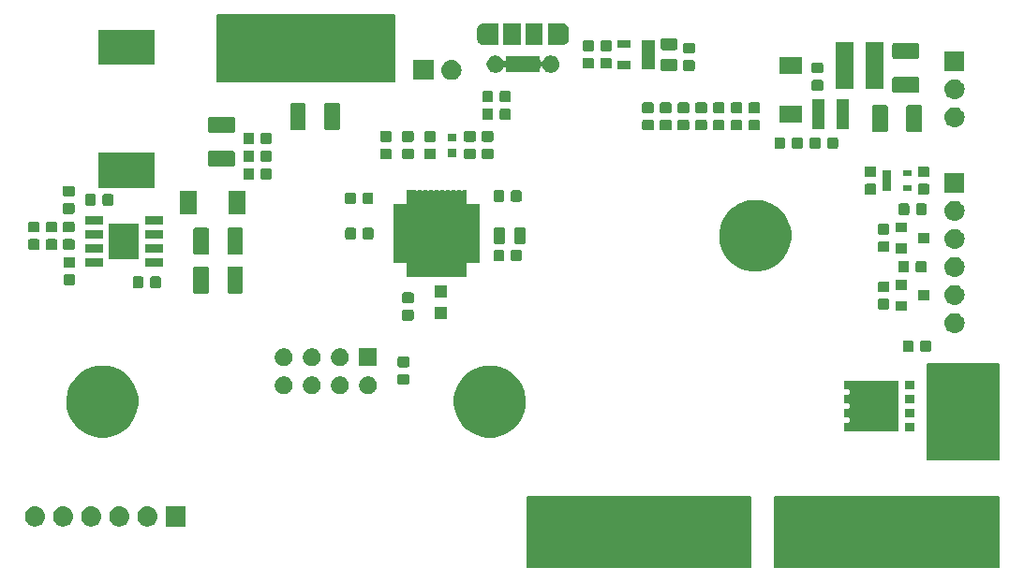
<source format=gbr>
G04 #@! TF.GenerationSoftware,KiCad,Pcbnew,5.1.2-f72e74a~84~ubuntu18.04.1*
G04 #@! TF.CreationDate,2019-05-12T20:09:00+01:00*
G04 #@! TF.ProjectId,cutoff-hardware,6375746f-6666-42d6-9861-726477617265,1.1*
G04 #@! TF.SameCoordinates,Original*
G04 #@! TF.FileFunction,Soldermask,Top*
G04 #@! TF.FilePolarity,Negative*
%FSLAX46Y46*%
G04 Gerber Fmt 4.6, Leading zero omitted, Abs format (unit mm)*
G04 Created by KiCad (PCBNEW 5.1.2-f72e74a~84~ubuntu18.04.1) date 2019-05-12 20:09:00*
%MOMM*%
%LPD*%
G04 APERTURE LIST*
%ADD10C,0.150000*%
%ADD11C,0.100000*%
G04 APERTURE END LIST*
D10*
G36*
X142400000Y-75000000D02*
G01*
X126400000Y-75000000D01*
X126400000Y-69000000D01*
X142400000Y-69000000D01*
X142400000Y-75000000D01*
G37*
X142400000Y-75000000D02*
X126400000Y-75000000D01*
X126400000Y-69000000D01*
X142400000Y-69000000D01*
X142400000Y-75000000D01*
G36*
X197000000Y-109200000D02*
G01*
X190600000Y-109200000D01*
X190600000Y-100600000D01*
X197000000Y-100600000D01*
X197000000Y-109200000D01*
G37*
X197000000Y-109200000D02*
X190600000Y-109200000D01*
X190600000Y-100600000D01*
X197000000Y-100600000D01*
X197000000Y-109200000D01*
G36*
X174600000Y-119000000D02*
G01*
X154400000Y-119000000D01*
X154400000Y-112600000D01*
X174600000Y-112600000D01*
X174600000Y-119000000D01*
G37*
X174600000Y-119000000D02*
X154400000Y-119000000D01*
X154400000Y-112600000D01*
X174600000Y-112600000D01*
X174600000Y-119000000D01*
G36*
X197000000Y-119000000D02*
G01*
X176800000Y-119000000D01*
X176800000Y-112600000D01*
X197000000Y-112600000D01*
X197000000Y-119000000D01*
G37*
X197000000Y-119000000D02*
X176800000Y-119000000D01*
X176800000Y-112600000D01*
X197000000Y-112600000D01*
X197000000Y-119000000D01*
D11*
G36*
X123501000Y-115301000D02*
G01*
X121699000Y-115301000D01*
X121699000Y-113499000D01*
X123501000Y-113499000D01*
X123501000Y-115301000D01*
X123501000Y-115301000D01*
G37*
G36*
X120170443Y-113505519D02*
G01*
X120236627Y-113512037D01*
X120406466Y-113563557D01*
X120562991Y-113647222D01*
X120598729Y-113676552D01*
X120700186Y-113759814D01*
X120783448Y-113861271D01*
X120812778Y-113897009D01*
X120896443Y-114053534D01*
X120947963Y-114223373D01*
X120965359Y-114400000D01*
X120947963Y-114576627D01*
X120896443Y-114746466D01*
X120812778Y-114902991D01*
X120783448Y-114938729D01*
X120700186Y-115040186D01*
X120598729Y-115123448D01*
X120562991Y-115152778D01*
X120406466Y-115236443D01*
X120236627Y-115287963D01*
X120170442Y-115294482D01*
X120104260Y-115301000D01*
X120015740Y-115301000D01*
X119949558Y-115294482D01*
X119883373Y-115287963D01*
X119713534Y-115236443D01*
X119557009Y-115152778D01*
X119521271Y-115123448D01*
X119419814Y-115040186D01*
X119336552Y-114938729D01*
X119307222Y-114902991D01*
X119223557Y-114746466D01*
X119172037Y-114576627D01*
X119154641Y-114400000D01*
X119172037Y-114223373D01*
X119223557Y-114053534D01*
X119307222Y-113897009D01*
X119336552Y-113861271D01*
X119419814Y-113759814D01*
X119521271Y-113676552D01*
X119557009Y-113647222D01*
X119713534Y-113563557D01*
X119883373Y-113512037D01*
X119949557Y-113505519D01*
X120015740Y-113499000D01*
X120104260Y-113499000D01*
X120170443Y-113505519D01*
X120170443Y-113505519D01*
G37*
G36*
X110010443Y-113505519D02*
G01*
X110076627Y-113512037D01*
X110246466Y-113563557D01*
X110402991Y-113647222D01*
X110438729Y-113676552D01*
X110540186Y-113759814D01*
X110623448Y-113861271D01*
X110652778Y-113897009D01*
X110736443Y-114053534D01*
X110787963Y-114223373D01*
X110805359Y-114400000D01*
X110787963Y-114576627D01*
X110736443Y-114746466D01*
X110652778Y-114902991D01*
X110623448Y-114938729D01*
X110540186Y-115040186D01*
X110438729Y-115123448D01*
X110402991Y-115152778D01*
X110246466Y-115236443D01*
X110076627Y-115287963D01*
X110010442Y-115294482D01*
X109944260Y-115301000D01*
X109855740Y-115301000D01*
X109789558Y-115294482D01*
X109723373Y-115287963D01*
X109553534Y-115236443D01*
X109397009Y-115152778D01*
X109361271Y-115123448D01*
X109259814Y-115040186D01*
X109176552Y-114938729D01*
X109147222Y-114902991D01*
X109063557Y-114746466D01*
X109012037Y-114576627D01*
X108994641Y-114400000D01*
X109012037Y-114223373D01*
X109063557Y-114053534D01*
X109147222Y-113897009D01*
X109176552Y-113861271D01*
X109259814Y-113759814D01*
X109361271Y-113676552D01*
X109397009Y-113647222D01*
X109553534Y-113563557D01*
X109723373Y-113512037D01*
X109789557Y-113505519D01*
X109855740Y-113499000D01*
X109944260Y-113499000D01*
X110010443Y-113505519D01*
X110010443Y-113505519D01*
G37*
G36*
X112550443Y-113505519D02*
G01*
X112616627Y-113512037D01*
X112786466Y-113563557D01*
X112942991Y-113647222D01*
X112978729Y-113676552D01*
X113080186Y-113759814D01*
X113163448Y-113861271D01*
X113192778Y-113897009D01*
X113276443Y-114053534D01*
X113327963Y-114223373D01*
X113345359Y-114400000D01*
X113327963Y-114576627D01*
X113276443Y-114746466D01*
X113192778Y-114902991D01*
X113163448Y-114938729D01*
X113080186Y-115040186D01*
X112978729Y-115123448D01*
X112942991Y-115152778D01*
X112786466Y-115236443D01*
X112616627Y-115287963D01*
X112550442Y-115294482D01*
X112484260Y-115301000D01*
X112395740Y-115301000D01*
X112329558Y-115294482D01*
X112263373Y-115287963D01*
X112093534Y-115236443D01*
X111937009Y-115152778D01*
X111901271Y-115123448D01*
X111799814Y-115040186D01*
X111716552Y-114938729D01*
X111687222Y-114902991D01*
X111603557Y-114746466D01*
X111552037Y-114576627D01*
X111534641Y-114400000D01*
X111552037Y-114223373D01*
X111603557Y-114053534D01*
X111687222Y-113897009D01*
X111716552Y-113861271D01*
X111799814Y-113759814D01*
X111901271Y-113676552D01*
X111937009Y-113647222D01*
X112093534Y-113563557D01*
X112263373Y-113512037D01*
X112329557Y-113505519D01*
X112395740Y-113499000D01*
X112484260Y-113499000D01*
X112550443Y-113505519D01*
X112550443Y-113505519D01*
G37*
G36*
X117630443Y-113505519D02*
G01*
X117696627Y-113512037D01*
X117866466Y-113563557D01*
X118022991Y-113647222D01*
X118058729Y-113676552D01*
X118160186Y-113759814D01*
X118243448Y-113861271D01*
X118272778Y-113897009D01*
X118356443Y-114053534D01*
X118407963Y-114223373D01*
X118425359Y-114400000D01*
X118407963Y-114576627D01*
X118356443Y-114746466D01*
X118272778Y-114902991D01*
X118243448Y-114938729D01*
X118160186Y-115040186D01*
X118058729Y-115123448D01*
X118022991Y-115152778D01*
X117866466Y-115236443D01*
X117696627Y-115287963D01*
X117630442Y-115294482D01*
X117564260Y-115301000D01*
X117475740Y-115301000D01*
X117409558Y-115294482D01*
X117343373Y-115287963D01*
X117173534Y-115236443D01*
X117017009Y-115152778D01*
X116981271Y-115123448D01*
X116879814Y-115040186D01*
X116796552Y-114938729D01*
X116767222Y-114902991D01*
X116683557Y-114746466D01*
X116632037Y-114576627D01*
X116614641Y-114400000D01*
X116632037Y-114223373D01*
X116683557Y-114053534D01*
X116767222Y-113897009D01*
X116796552Y-113861271D01*
X116879814Y-113759814D01*
X116981271Y-113676552D01*
X117017009Y-113647222D01*
X117173534Y-113563557D01*
X117343373Y-113512037D01*
X117409557Y-113505519D01*
X117475740Y-113499000D01*
X117564260Y-113499000D01*
X117630443Y-113505519D01*
X117630443Y-113505519D01*
G37*
G36*
X115090443Y-113505519D02*
G01*
X115156627Y-113512037D01*
X115326466Y-113563557D01*
X115482991Y-113647222D01*
X115518729Y-113676552D01*
X115620186Y-113759814D01*
X115703448Y-113861271D01*
X115732778Y-113897009D01*
X115816443Y-114053534D01*
X115867963Y-114223373D01*
X115885359Y-114400000D01*
X115867963Y-114576627D01*
X115816443Y-114746466D01*
X115732778Y-114902991D01*
X115703448Y-114938729D01*
X115620186Y-115040186D01*
X115518729Y-115123448D01*
X115482991Y-115152778D01*
X115326466Y-115236443D01*
X115156627Y-115287963D01*
X115090442Y-115294482D01*
X115024260Y-115301000D01*
X114935740Y-115301000D01*
X114869558Y-115294482D01*
X114803373Y-115287963D01*
X114633534Y-115236443D01*
X114477009Y-115152778D01*
X114441271Y-115123448D01*
X114339814Y-115040186D01*
X114256552Y-114938729D01*
X114227222Y-114902991D01*
X114143557Y-114746466D01*
X114092037Y-114576627D01*
X114074641Y-114400000D01*
X114092037Y-114223373D01*
X114143557Y-114053534D01*
X114227222Y-113897009D01*
X114256552Y-113861271D01*
X114339814Y-113759814D01*
X114441271Y-113676552D01*
X114477009Y-113647222D01*
X114633534Y-113563557D01*
X114803373Y-113512037D01*
X114869557Y-113505519D01*
X114935740Y-113499000D01*
X115024260Y-113499000D01*
X115090443Y-113505519D01*
X115090443Y-113505519D01*
G37*
G36*
X151484877Y-100781757D02*
G01*
X151948282Y-100873934D01*
X152539926Y-101119001D01*
X153072392Y-101474784D01*
X153525216Y-101927608D01*
X153880999Y-102460074D01*
X154126066Y-103051718D01*
X154185995Y-103353000D01*
X154251000Y-103679803D01*
X154251000Y-104320197D01*
X154212450Y-104514001D01*
X154126066Y-104948282D01*
X153880999Y-105539926D01*
X153525216Y-106072392D01*
X153072392Y-106525216D01*
X152539926Y-106880999D01*
X151948282Y-107126066D01*
X151634239Y-107188533D01*
X151320197Y-107251000D01*
X150679803Y-107251000D01*
X150365761Y-107188533D01*
X150051718Y-107126066D01*
X149460074Y-106880999D01*
X148927608Y-106525216D01*
X148474784Y-106072392D01*
X148119001Y-105539926D01*
X147873934Y-104948282D01*
X147787550Y-104514001D01*
X147749000Y-104320197D01*
X147749000Y-103679803D01*
X147814005Y-103353000D01*
X147873934Y-103051718D01*
X148119001Y-102460074D01*
X148474784Y-101927608D01*
X148927608Y-101474784D01*
X149460074Y-101119001D01*
X150051718Y-100873934D01*
X150515123Y-100781757D01*
X150679803Y-100749000D01*
X151320197Y-100749000D01*
X151484877Y-100781757D01*
X151484877Y-100781757D01*
G37*
G36*
X116484877Y-100781757D02*
G01*
X116948282Y-100873934D01*
X117539926Y-101119001D01*
X118072392Y-101474784D01*
X118525216Y-101927608D01*
X118880999Y-102460074D01*
X119126066Y-103051718D01*
X119185995Y-103353000D01*
X119251000Y-103679803D01*
X119251000Y-104320197D01*
X119212450Y-104514001D01*
X119126066Y-104948282D01*
X118880999Y-105539926D01*
X118525216Y-106072392D01*
X118072392Y-106525216D01*
X117539926Y-106880999D01*
X116948282Y-107126066D01*
X116634239Y-107188533D01*
X116320197Y-107251000D01*
X115679803Y-107251000D01*
X115365761Y-107188533D01*
X115051718Y-107126066D01*
X114460074Y-106880999D01*
X113927608Y-106525216D01*
X113474784Y-106072392D01*
X113119001Y-105539926D01*
X112873934Y-104948282D01*
X112787550Y-104514001D01*
X112749000Y-104320197D01*
X112749000Y-103679803D01*
X112814005Y-103353000D01*
X112873934Y-103051718D01*
X113119001Y-102460074D01*
X113474784Y-101927608D01*
X113927608Y-101474784D01*
X114460074Y-101119001D01*
X115051718Y-100873934D01*
X115515123Y-100781757D01*
X115679803Y-100749000D01*
X116320197Y-100749000D01*
X116484877Y-100781757D01*
X116484877Y-100781757D01*
G37*
G36*
X183978164Y-102089485D02*
G01*
X184001613Y-102096598D01*
X184025999Y-102099000D01*
X187896000Y-102099000D01*
X187896000Y-106701000D01*
X184025999Y-106701000D01*
X184001613Y-106703402D01*
X183978164Y-106710515D01*
X183977257Y-106711000D01*
X182999000Y-106711000D01*
X182999000Y-105909000D01*
X183379001Y-105909000D01*
X183403387Y-105906598D01*
X183426836Y-105899485D01*
X183448447Y-105887934D01*
X183467389Y-105872389D01*
X183482934Y-105853447D01*
X183494485Y-105831836D01*
X183501598Y-105808387D01*
X183504000Y-105784001D01*
X183504000Y-105565999D01*
X183501598Y-105541613D01*
X183494485Y-105518164D01*
X183482934Y-105496553D01*
X183467389Y-105477611D01*
X183448447Y-105462066D01*
X183426836Y-105450515D01*
X183403387Y-105443402D01*
X183379001Y-105441000D01*
X182999000Y-105441000D01*
X182999000Y-104639000D01*
X183379001Y-104639000D01*
X183403387Y-104636598D01*
X183426836Y-104629485D01*
X183448447Y-104617934D01*
X183467389Y-104602389D01*
X183482934Y-104583447D01*
X183494485Y-104561836D01*
X183501598Y-104538387D01*
X183504000Y-104514001D01*
X183504000Y-104285999D01*
X183501598Y-104261613D01*
X183494485Y-104238164D01*
X183482934Y-104216553D01*
X183467389Y-104197611D01*
X183448447Y-104182066D01*
X183426836Y-104170515D01*
X183403387Y-104163402D01*
X183379001Y-104161000D01*
X182999000Y-104161000D01*
X182999000Y-103359000D01*
X183379001Y-103359000D01*
X183403387Y-103356598D01*
X183426836Y-103349485D01*
X183448447Y-103337934D01*
X183467389Y-103322389D01*
X183482934Y-103303447D01*
X183494485Y-103281836D01*
X183501598Y-103258387D01*
X183504000Y-103234001D01*
X183504000Y-103015999D01*
X183501598Y-102991613D01*
X183494485Y-102968164D01*
X183482934Y-102946553D01*
X183467389Y-102927611D01*
X183448447Y-102912066D01*
X183426836Y-102900515D01*
X183403387Y-102893402D01*
X183379001Y-102891000D01*
X182999000Y-102891000D01*
X182999000Y-102089000D01*
X183977257Y-102089000D01*
X183978164Y-102089485D01*
X183978164Y-102089485D01*
G37*
G36*
X189401000Y-106711000D02*
G01*
X188499000Y-106711000D01*
X188499000Y-105909000D01*
X189401000Y-105909000D01*
X189401000Y-106711000D01*
X189401000Y-106711000D01*
G37*
G36*
X189401000Y-105441000D02*
G01*
X188499000Y-105441000D01*
X188499000Y-104639000D01*
X189401000Y-104639000D01*
X189401000Y-105441000D01*
X189401000Y-105441000D01*
G37*
G36*
X189401000Y-104161000D02*
G01*
X188499000Y-104161000D01*
X188499000Y-103359000D01*
X189401000Y-103359000D01*
X189401000Y-104161000D01*
X189401000Y-104161000D01*
G37*
G36*
X135157142Y-101758242D02*
G01*
X135305101Y-101819529D01*
X135438255Y-101908499D01*
X135551501Y-102021745D01*
X135640471Y-102154899D01*
X135701758Y-102302858D01*
X135733000Y-102459925D01*
X135733000Y-102620075D01*
X135701758Y-102777142D01*
X135640471Y-102925101D01*
X135551501Y-103058255D01*
X135438255Y-103171501D01*
X135305101Y-103260471D01*
X135157142Y-103321758D01*
X135000075Y-103353000D01*
X134839925Y-103353000D01*
X134682858Y-103321758D01*
X134534899Y-103260471D01*
X134401745Y-103171501D01*
X134288499Y-103058255D01*
X134199529Y-102925101D01*
X134138242Y-102777142D01*
X134107000Y-102620075D01*
X134107000Y-102459925D01*
X134138242Y-102302858D01*
X134199529Y-102154899D01*
X134288499Y-102021745D01*
X134401745Y-101908499D01*
X134534899Y-101819529D01*
X134682858Y-101758242D01*
X134839925Y-101727000D01*
X135000075Y-101727000D01*
X135157142Y-101758242D01*
X135157142Y-101758242D01*
G37*
G36*
X132617142Y-101758242D02*
G01*
X132765101Y-101819529D01*
X132898255Y-101908499D01*
X133011501Y-102021745D01*
X133100471Y-102154899D01*
X133161758Y-102302858D01*
X133193000Y-102459925D01*
X133193000Y-102620075D01*
X133161758Y-102777142D01*
X133100471Y-102925101D01*
X133011501Y-103058255D01*
X132898255Y-103171501D01*
X132765101Y-103260471D01*
X132617142Y-103321758D01*
X132460075Y-103353000D01*
X132299925Y-103353000D01*
X132142858Y-103321758D01*
X131994899Y-103260471D01*
X131861745Y-103171501D01*
X131748499Y-103058255D01*
X131659529Y-102925101D01*
X131598242Y-102777142D01*
X131567000Y-102620075D01*
X131567000Y-102459925D01*
X131598242Y-102302858D01*
X131659529Y-102154899D01*
X131748499Y-102021745D01*
X131861745Y-101908499D01*
X131994899Y-101819529D01*
X132142858Y-101758242D01*
X132299925Y-101727000D01*
X132460075Y-101727000D01*
X132617142Y-101758242D01*
X132617142Y-101758242D01*
G37*
G36*
X137697142Y-101758242D02*
G01*
X137845101Y-101819529D01*
X137978255Y-101908499D01*
X138091501Y-102021745D01*
X138180471Y-102154899D01*
X138241758Y-102302858D01*
X138273000Y-102459925D01*
X138273000Y-102620075D01*
X138241758Y-102777142D01*
X138180471Y-102925101D01*
X138091501Y-103058255D01*
X137978255Y-103171501D01*
X137845101Y-103260471D01*
X137697142Y-103321758D01*
X137540075Y-103353000D01*
X137379925Y-103353000D01*
X137222858Y-103321758D01*
X137074899Y-103260471D01*
X136941745Y-103171501D01*
X136828499Y-103058255D01*
X136739529Y-102925101D01*
X136678242Y-102777142D01*
X136647000Y-102620075D01*
X136647000Y-102459925D01*
X136678242Y-102302858D01*
X136739529Y-102154899D01*
X136828499Y-102021745D01*
X136941745Y-101908499D01*
X137074899Y-101819529D01*
X137222858Y-101758242D01*
X137379925Y-101727000D01*
X137540075Y-101727000D01*
X137697142Y-101758242D01*
X137697142Y-101758242D01*
G37*
G36*
X140237142Y-101758242D02*
G01*
X140385101Y-101819529D01*
X140518255Y-101908499D01*
X140631501Y-102021745D01*
X140720471Y-102154899D01*
X140781758Y-102302858D01*
X140813000Y-102459925D01*
X140813000Y-102620075D01*
X140781758Y-102777142D01*
X140720471Y-102925101D01*
X140631501Y-103058255D01*
X140518255Y-103171501D01*
X140385101Y-103260471D01*
X140237142Y-103321758D01*
X140080075Y-103353000D01*
X139919925Y-103353000D01*
X139762858Y-103321758D01*
X139614899Y-103260471D01*
X139481745Y-103171501D01*
X139368499Y-103058255D01*
X139279529Y-102925101D01*
X139218242Y-102777142D01*
X139187000Y-102620075D01*
X139187000Y-102459925D01*
X139218242Y-102302858D01*
X139279529Y-102154899D01*
X139368499Y-102021745D01*
X139481745Y-101908499D01*
X139614899Y-101819529D01*
X139762858Y-101758242D01*
X139919925Y-101727000D01*
X140080075Y-101727000D01*
X140237142Y-101758242D01*
X140237142Y-101758242D01*
G37*
G36*
X189401000Y-102891000D02*
G01*
X188499000Y-102891000D01*
X188499000Y-102089000D01*
X189401000Y-102089000D01*
X189401000Y-102891000D01*
X189401000Y-102891000D01*
G37*
G36*
X143579591Y-101503085D02*
G01*
X143613569Y-101513393D01*
X143644890Y-101530134D01*
X143672339Y-101552661D01*
X143694866Y-101580110D01*
X143711607Y-101611431D01*
X143721915Y-101645409D01*
X143726000Y-101686890D01*
X143726000Y-102288110D01*
X143721915Y-102329591D01*
X143711607Y-102363569D01*
X143694866Y-102394890D01*
X143672339Y-102422339D01*
X143644890Y-102444866D01*
X143613569Y-102461607D01*
X143579591Y-102471915D01*
X143538110Y-102476000D01*
X142861890Y-102476000D01*
X142820409Y-102471915D01*
X142786431Y-102461607D01*
X142755110Y-102444866D01*
X142727661Y-102422339D01*
X142705134Y-102394890D01*
X142688393Y-102363569D01*
X142678085Y-102329591D01*
X142674000Y-102288110D01*
X142674000Y-101686890D01*
X142678085Y-101645409D01*
X142688393Y-101611431D01*
X142705134Y-101580110D01*
X142727661Y-101552661D01*
X142755110Y-101530134D01*
X142786431Y-101513393D01*
X142820409Y-101503085D01*
X142861890Y-101499000D01*
X143538110Y-101499000D01*
X143579591Y-101503085D01*
X143579591Y-101503085D01*
G37*
G36*
X143579591Y-99928085D02*
G01*
X143613569Y-99938393D01*
X143644890Y-99955134D01*
X143672339Y-99977661D01*
X143694866Y-100005110D01*
X143711607Y-100036431D01*
X143721915Y-100070409D01*
X143726000Y-100111890D01*
X143726000Y-100713110D01*
X143721915Y-100754591D01*
X143711607Y-100788569D01*
X143694866Y-100819890D01*
X143672339Y-100847339D01*
X143644890Y-100869866D01*
X143613569Y-100886607D01*
X143579591Y-100896915D01*
X143538110Y-100901000D01*
X142861890Y-100901000D01*
X142820409Y-100896915D01*
X142786431Y-100886607D01*
X142755110Y-100869866D01*
X142727661Y-100847339D01*
X142705134Y-100819890D01*
X142688393Y-100788569D01*
X142678085Y-100754591D01*
X142674000Y-100713110D01*
X142674000Y-100111890D01*
X142678085Y-100070409D01*
X142688393Y-100036431D01*
X142705134Y-100005110D01*
X142727661Y-99977661D01*
X142755110Y-99955134D01*
X142786431Y-99938393D01*
X142820409Y-99928085D01*
X142861890Y-99924000D01*
X143538110Y-99924000D01*
X143579591Y-99928085D01*
X143579591Y-99928085D01*
G37*
G36*
X132617142Y-99218242D02*
G01*
X132765101Y-99279529D01*
X132898255Y-99368499D01*
X133011501Y-99481745D01*
X133100471Y-99614899D01*
X133161758Y-99762858D01*
X133193000Y-99919925D01*
X133193000Y-100080075D01*
X133161758Y-100237142D01*
X133100471Y-100385101D01*
X133011501Y-100518255D01*
X132898255Y-100631501D01*
X132765101Y-100720471D01*
X132617142Y-100781758D01*
X132460075Y-100813000D01*
X132299925Y-100813000D01*
X132142858Y-100781758D01*
X131994899Y-100720471D01*
X131861745Y-100631501D01*
X131748499Y-100518255D01*
X131659529Y-100385101D01*
X131598242Y-100237142D01*
X131567000Y-100080075D01*
X131567000Y-99919925D01*
X131598242Y-99762858D01*
X131659529Y-99614899D01*
X131748499Y-99481745D01*
X131861745Y-99368499D01*
X131994899Y-99279529D01*
X132142858Y-99218242D01*
X132299925Y-99187000D01*
X132460075Y-99187000D01*
X132617142Y-99218242D01*
X132617142Y-99218242D01*
G37*
G36*
X135157142Y-99218242D02*
G01*
X135305101Y-99279529D01*
X135438255Y-99368499D01*
X135551501Y-99481745D01*
X135640471Y-99614899D01*
X135701758Y-99762858D01*
X135733000Y-99919925D01*
X135733000Y-100080075D01*
X135701758Y-100237142D01*
X135640471Y-100385101D01*
X135551501Y-100518255D01*
X135438255Y-100631501D01*
X135305101Y-100720471D01*
X135157142Y-100781758D01*
X135000075Y-100813000D01*
X134839925Y-100813000D01*
X134682858Y-100781758D01*
X134534899Y-100720471D01*
X134401745Y-100631501D01*
X134288499Y-100518255D01*
X134199529Y-100385101D01*
X134138242Y-100237142D01*
X134107000Y-100080075D01*
X134107000Y-99919925D01*
X134138242Y-99762858D01*
X134199529Y-99614899D01*
X134288499Y-99481745D01*
X134401745Y-99368499D01*
X134534899Y-99279529D01*
X134682858Y-99218242D01*
X134839925Y-99187000D01*
X135000075Y-99187000D01*
X135157142Y-99218242D01*
X135157142Y-99218242D01*
G37*
G36*
X137697142Y-99218242D02*
G01*
X137845101Y-99279529D01*
X137978255Y-99368499D01*
X138091501Y-99481745D01*
X138180471Y-99614899D01*
X138241758Y-99762858D01*
X138273000Y-99919925D01*
X138273000Y-100080075D01*
X138241758Y-100237142D01*
X138180471Y-100385101D01*
X138091501Y-100518255D01*
X137978255Y-100631501D01*
X137845101Y-100720471D01*
X137697142Y-100781758D01*
X137540075Y-100813000D01*
X137379925Y-100813000D01*
X137222858Y-100781758D01*
X137074899Y-100720471D01*
X136941745Y-100631501D01*
X136828499Y-100518255D01*
X136739529Y-100385101D01*
X136678242Y-100237142D01*
X136647000Y-100080075D01*
X136647000Y-99919925D01*
X136678242Y-99762858D01*
X136739529Y-99614899D01*
X136828499Y-99481745D01*
X136941745Y-99368499D01*
X137074899Y-99279529D01*
X137222858Y-99218242D01*
X137379925Y-99187000D01*
X137540075Y-99187000D01*
X137697142Y-99218242D01*
X137697142Y-99218242D01*
G37*
G36*
X140813000Y-100813000D02*
G01*
X139187000Y-100813000D01*
X139187000Y-99187000D01*
X140813000Y-99187000D01*
X140813000Y-100813000D01*
X140813000Y-100813000D01*
G37*
G36*
X190729591Y-98478085D02*
G01*
X190763569Y-98488393D01*
X190794890Y-98505134D01*
X190822339Y-98527661D01*
X190844866Y-98555110D01*
X190861607Y-98586431D01*
X190871915Y-98620409D01*
X190876000Y-98661890D01*
X190876000Y-99338110D01*
X190871915Y-99379591D01*
X190861607Y-99413569D01*
X190844866Y-99444890D01*
X190822339Y-99472339D01*
X190794890Y-99494866D01*
X190763569Y-99511607D01*
X190729591Y-99521915D01*
X190688110Y-99526000D01*
X190086890Y-99526000D01*
X190045409Y-99521915D01*
X190011431Y-99511607D01*
X189980110Y-99494866D01*
X189952661Y-99472339D01*
X189930134Y-99444890D01*
X189913393Y-99413569D01*
X189903085Y-99379591D01*
X189899000Y-99338110D01*
X189899000Y-98661890D01*
X189903085Y-98620409D01*
X189913393Y-98586431D01*
X189930134Y-98555110D01*
X189952661Y-98527661D01*
X189980110Y-98505134D01*
X190011431Y-98488393D01*
X190045409Y-98478085D01*
X190086890Y-98474000D01*
X190688110Y-98474000D01*
X190729591Y-98478085D01*
X190729591Y-98478085D01*
G37*
G36*
X189154591Y-98478085D02*
G01*
X189188569Y-98488393D01*
X189219890Y-98505134D01*
X189247339Y-98527661D01*
X189269866Y-98555110D01*
X189286607Y-98586431D01*
X189296915Y-98620409D01*
X189301000Y-98661890D01*
X189301000Y-99338110D01*
X189296915Y-99379591D01*
X189286607Y-99413569D01*
X189269866Y-99444890D01*
X189247339Y-99472339D01*
X189219890Y-99494866D01*
X189188569Y-99511607D01*
X189154591Y-99521915D01*
X189113110Y-99526000D01*
X188511890Y-99526000D01*
X188470409Y-99521915D01*
X188436431Y-99511607D01*
X188405110Y-99494866D01*
X188377661Y-99472339D01*
X188355134Y-99444890D01*
X188338393Y-99413569D01*
X188328085Y-99379591D01*
X188324000Y-99338110D01*
X188324000Y-98661890D01*
X188328085Y-98620409D01*
X188338393Y-98586431D01*
X188355134Y-98555110D01*
X188377661Y-98527661D01*
X188405110Y-98505134D01*
X188436431Y-98488393D01*
X188470409Y-98478085D01*
X188511890Y-98474000D01*
X189113110Y-98474000D01*
X189154591Y-98478085D01*
X189154591Y-98478085D01*
G37*
G36*
X193110443Y-96005519D02*
G01*
X193176627Y-96012037D01*
X193346466Y-96063557D01*
X193502991Y-96147222D01*
X193538729Y-96176552D01*
X193640186Y-96259814D01*
X193723448Y-96361271D01*
X193752778Y-96397009D01*
X193836443Y-96553534D01*
X193887963Y-96723373D01*
X193905359Y-96900000D01*
X193887963Y-97076627D01*
X193836443Y-97246466D01*
X193752778Y-97402991D01*
X193723448Y-97438729D01*
X193640186Y-97540186D01*
X193538729Y-97623448D01*
X193502991Y-97652778D01*
X193346466Y-97736443D01*
X193176627Y-97787963D01*
X193110443Y-97794481D01*
X193044260Y-97801000D01*
X192955740Y-97801000D01*
X192889557Y-97794481D01*
X192823373Y-97787963D01*
X192653534Y-97736443D01*
X192497009Y-97652778D01*
X192461271Y-97623448D01*
X192359814Y-97540186D01*
X192276552Y-97438729D01*
X192247222Y-97402991D01*
X192163557Y-97246466D01*
X192112037Y-97076627D01*
X192094641Y-96900000D01*
X192112037Y-96723373D01*
X192163557Y-96553534D01*
X192247222Y-96397009D01*
X192276552Y-96361271D01*
X192359814Y-96259814D01*
X192461271Y-96176552D01*
X192497009Y-96147222D01*
X192653534Y-96063557D01*
X192823373Y-96012037D01*
X192889557Y-96005519D01*
X192955740Y-95999000D01*
X193044260Y-95999000D01*
X193110443Y-96005519D01*
X193110443Y-96005519D01*
G37*
G36*
X143979591Y-95703085D02*
G01*
X144013569Y-95713393D01*
X144044890Y-95730134D01*
X144072339Y-95752661D01*
X144094866Y-95780110D01*
X144111607Y-95811431D01*
X144121915Y-95845409D01*
X144126000Y-95886890D01*
X144126000Y-96488110D01*
X144121915Y-96529591D01*
X144111607Y-96563569D01*
X144094866Y-96594890D01*
X144072339Y-96622339D01*
X144044890Y-96644866D01*
X144013569Y-96661607D01*
X143979591Y-96671915D01*
X143938110Y-96676000D01*
X143261890Y-96676000D01*
X143220409Y-96671915D01*
X143186431Y-96661607D01*
X143155110Y-96644866D01*
X143127661Y-96622339D01*
X143105134Y-96594890D01*
X143088393Y-96563569D01*
X143078085Y-96529591D01*
X143074000Y-96488110D01*
X143074000Y-95886890D01*
X143078085Y-95845409D01*
X143088393Y-95811431D01*
X143105134Y-95780110D01*
X143127661Y-95752661D01*
X143155110Y-95730134D01*
X143186431Y-95713393D01*
X143220409Y-95703085D01*
X143261890Y-95699000D01*
X143938110Y-95699000D01*
X143979591Y-95703085D01*
X143979591Y-95703085D01*
G37*
G36*
X147151000Y-96551000D02*
G01*
X146049000Y-96551000D01*
X146049000Y-95449000D01*
X147151000Y-95449000D01*
X147151000Y-96551000D01*
X147151000Y-96551000D01*
G37*
G36*
X188701000Y-95801000D02*
G01*
X187699000Y-95801000D01*
X187699000Y-94899000D01*
X188701000Y-94899000D01*
X188701000Y-95801000D01*
X188701000Y-95801000D01*
G37*
G36*
X186979591Y-94703085D02*
G01*
X187013569Y-94713393D01*
X187044890Y-94730134D01*
X187072339Y-94752661D01*
X187094866Y-94780110D01*
X187111607Y-94811431D01*
X187121915Y-94845409D01*
X187126000Y-94886890D01*
X187126000Y-95488110D01*
X187121915Y-95529591D01*
X187111607Y-95563569D01*
X187094866Y-95594890D01*
X187072339Y-95622339D01*
X187044890Y-95644866D01*
X187013569Y-95661607D01*
X186979591Y-95671915D01*
X186938110Y-95676000D01*
X186261890Y-95676000D01*
X186220409Y-95671915D01*
X186186431Y-95661607D01*
X186155110Y-95644866D01*
X186127661Y-95622339D01*
X186105134Y-95594890D01*
X186088393Y-95563569D01*
X186078085Y-95529591D01*
X186074000Y-95488110D01*
X186074000Y-94886890D01*
X186078085Y-94845409D01*
X186088393Y-94811431D01*
X186105134Y-94780110D01*
X186127661Y-94752661D01*
X186155110Y-94730134D01*
X186186431Y-94713393D01*
X186220409Y-94703085D01*
X186261890Y-94699000D01*
X186938110Y-94699000D01*
X186979591Y-94703085D01*
X186979591Y-94703085D01*
G37*
G36*
X193110443Y-93465519D02*
G01*
X193176627Y-93472037D01*
X193346466Y-93523557D01*
X193502991Y-93607222D01*
X193515451Y-93617448D01*
X193640186Y-93719814D01*
X193723448Y-93821271D01*
X193752778Y-93857009D01*
X193836443Y-94013534D01*
X193887963Y-94183373D01*
X193905359Y-94360000D01*
X193887963Y-94536627D01*
X193836443Y-94706466D01*
X193752778Y-94862991D01*
X193733164Y-94886890D01*
X193640186Y-95000186D01*
X193567501Y-95059836D01*
X193502991Y-95112778D01*
X193346466Y-95196443D01*
X193176627Y-95247963D01*
X193110442Y-95254482D01*
X193044260Y-95261000D01*
X192955740Y-95261000D01*
X192889557Y-95254481D01*
X192823373Y-95247963D01*
X192653534Y-95196443D01*
X192497009Y-95112778D01*
X192432499Y-95059836D01*
X192359814Y-95000186D01*
X192266836Y-94886890D01*
X192247222Y-94862991D01*
X192163557Y-94706466D01*
X192112037Y-94536627D01*
X192094641Y-94360000D01*
X192112037Y-94183373D01*
X192163557Y-94013534D01*
X192247222Y-93857009D01*
X192276552Y-93821271D01*
X192359814Y-93719814D01*
X192484549Y-93617448D01*
X192497009Y-93607222D01*
X192653534Y-93523557D01*
X192823373Y-93472037D01*
X192889557Y-93465519D01*
X192955740Y-93459000D01*
X193044260Y-93459000D01*
X193110443Y-93465519D01*
X193110443Y-93465519D01*
G37*
G36*
X143979591Y-94128085D02*
G01*
X144013569Y-94138393D01*
X144044890Y-94155134D01*
X144072339Y-94177661D01*
X144094866Y-94205110D01*
X144111607Y-94236431D01*
X144121915Y-94270409D01*
X144126000Y-94311890D01*
X144126000Y-94913110D01*
X144121915Y-94954591D01*
X144111607Y-94988569D01*
X144094866Y-95019890D01*
X144072339Y-95047339D01*
X144044890Y-95069866D01*
X144013569Y-95086607D01*
X143979591Y-95096915D01*
X143938110Y-95101000D01*
X143261890Y-95101000D01*
X143220409Y-95096915D01*
X143186431Y-95086607D01*
X143155110Y-95069866D01*
X143127661Y-95047339D01*
X143105134Y-95019890D01*
X143088393Y-94988569D01*
X143078085Y-94954591D01*
X143074000Y-94913110D01*
X143074000Y-94311890D01*
X143078085Y-94270409D01*
X143088393Y-94236431D01*
X143105134Y-94205110D01*
X143127661Y-94177661D01*
X143155110Y-94155134D01*
X143186431Y-94138393D01*
X143220409Y-94128085D01*
X143261890Y-94124000D01*
X143938110Y-94124000D01*
X143979591Y-94128085D01*
X143979591Y-94128085D01*
G37*
G36*
X190701000Y-94851000D02*
G01*
X189699000Y-94851000D01*
X189699000Y-93949000D01*
X190701000Y-93949000D01*
X190701000Y-94851000D01*
X190701000Y-94851000D01*
G37*
G36*
X147151000Y-94551000D02*
G01*
X146049000Y-94551000D01*
X146049000Y-93449000D01*
X147151000Y-93449000D01*
X147151000Y-94551000D01*
X147151000Y-94551000D01*
G37*
G36*
X128546811Y-91778271D02*
G01*
X128582603Y-91789129D01*
X128615595Y-91806763D01*
X128644508Y-91830492D01*
X128668237Y-91859405D01*
X128685871Y-91892397D01*
X128696729Y-91928189D01*
X128701000Y-91971555D01*
X128701000Y-94028445D01*
X128696729Y-94071811D01*
X128685871Y-94107603D01*
X128668237Y-94140595D01*
X128644508Y-94169508D01*
X128615595Y-94193237D01*
X128582603Y-94210871D01*
X128546811Y-94221729D01*
X128503445Y-94226000D01*
X127471555Y-94226000D01*
X127428189Y-94221729D01*
X127392397Y-94210871D01*
X127359405Y-94193237D01*
X127330492Y-94169508D01*
X127306763Y-94140595D01*
X127289129Y-94107603D01*
X127278271Y-94071811D01*
X127274000Y-94028445D01*
X127274000Y-91971555D01*
X127278271Y-91928189D01*
X127289129Y-91892397D01*
X127306763Y-91859405D01*
X127330492Y-91830492D01*
X127359405Y-91806763D01*
X127392397Y-91789129D01*
X127428189Y-91778271D01*
X127471555Y-91774000D01*
X128503445Y-91774000D01*
X128546811Y-91778271D01*
X128546811Y-91778271D01*
G37*
G36*
X125471811Y-91778271D02*
G01*
X125507603Y-91789129D01*
X125540595Y-91806763D01*
X125569508Y-91830492D01*
X125593237Y-91859405D01*
X125610871Y-91892397D01*
X125621729Y-91928189D01*
X125626000Y-91971555D01*
X125626000Y-94028445D01*
X125621729Y-94071811D01*
X125610871Y-94107603D01*
X125593237Y-94140595D01*
X125569508Y-94169508D01*
X125540595Y-94193237D01*
X125507603Y-94210871D01*
X125471811Y-94221729D01*
X125428445Y-94226000D01*
X124396555Y-94226000D01*
X124353189Y-94221729D01*
X124317397Y-94210871D01*
X124284405Y-94193237D01*
X124255492Y-94169508D01*
X124231763Y-94140595D01*
X124214129Y-94107603D01*
X124203271Y-94071811D01*
X124199000Y-94028445D01*
X124199000Y-91971555D01*
X124203271Y-91928189D01*
X124214129Y-91892397D01*
X124231763Y-91859405D01*
X124255492Y-91830492D01*
X124284405Y-91806763D01*
X124317397Y-91789129D01*
X124353189Y-91778271D01*
X124396555Y-91774000D01*
X125428445Y-91774000D01*
X125471811Y-91778271D01*
X125471811Y-91778271D01*
G37*
G36*
X186979591Y-93128085D02*
G01*
X187013569Y-93138393D01*
X187044890Y-93155134D01*
X187072339Y-93177661D01*
X187094866Y-93205110D01*
X187111607Y-93236431D01*
X187121915Y-93270409D01*
X187126000Y-93311890D01*
X187126000Y-93913110D01*
X187121915Y-93954591D01*
X187111607Y-93988569D01*
X187094866Y-94019890D01*
X187072339Y-94047339D01*
X187044890Y-94069866D01*
X187013569Y-94086607D01*
X186979591Y-94096915D01*
X186938110Y-94101000D01*
X186261890Y-94101000D01*
X186220409Y-94096915D01*
X186186431Y-94086607D01*
X186155110Y-94069866D01*
X186127661Y-94047339D01*
X186105134Y-94019890D01*
X186088393Y-93988569D01*
X186078085Y-93954591D01*
X186074000Y-93913110D01*
X186074000Y-93311890D01*
X186078085Y-93270409D01*
X186088393Y-93236431D01*
X186105134Y-93205110D01*
X186127661Y-93177661D01*
X186155110Y-93155134D01*
X186186431Y-93138393D01*
X186220409Y-93128085D01*
X186261890Y-93124000D01*
X186938110Y-93124000D01*
X186979591Y-93128085D01*
X186979591Y-93128085D01*
G37*
G36*
X188701000Y-93901000D02*
G01*
X187699000Y-93901000D01*
X187699000Y-92999000D01*
X188701000Y-92999000D01*
X188701000Y-93901000D01*
X188701000Y-93901000D01*
G37*
G36*
X121129591Y-92678085D02*
G01*
X121163569Y-92688393D01*
X121194890Y-92705134D01*
X121222339Y-92727661D01*
X121244866Y-92755110D01*
X121261607Y-92786431D01*
X121271915Y-92820409D01*
X121276000Y-92861890D01*
X121276000Y-93538110D01*
X121271915Y-93579591D01*
X121261607Y-93613569D01*
X121244866Y-93644890D01*
X121222339Y-93672339D01*
X121194890Y-93694866D01*
X121163569Y-93711607D01*
X121129591Y-93721915D01*
X121088110Y-93726000D01*
X120486890Y-93726000D01*
X120445409Y-93721915D01*
X120411431Y-93711607D01*
X120380110Y-93694866D01*
X120352661Y-93672339D01*
X120330134Y-93644890D01*
X120313393Y-93613569D01*
X120303085Y-93579591D01*
X120299000Y-93538110D01*
X120299000Y-92861890D01*
X120303085Y-92820409D01*
X120313393Y-92786431D01*
X120330134Y-92755110D01*
X120352661Y-92727661D01*
X120380110Y-92705134D01*
X120411431Y-92688393D01*
X120445409Y-92678085D01*
X120486890Y-92674000D01*
X121088110Y-92674000D01*
X121129591Y-92678085D01*
X121129591Y-92678085D01*
G37*
G36*
X119554591Y-92678085D02*
G01*
X119588569Y-92688393D01*
X119619890Y-92705134D01*
X119647339Y-92727661D01*
X119669866Y-92755110D01*
X119686607Y-92786431D01*
X119696915Y-92820409D01*
X119701000Y-92861890D01*
X119701000Y-93538110D01*
X119696915Y-93579591D01*
X119686607Y-93613569D01*
X119669866Y-93644890D01*
X119647339Y-93672339D01*
X119619890Y-93694866D01*
X119588569Y-93711607D01*
X119554591Y-93721915D01*
X119513110Y-93726000D01*
X118911890Y-93726000D01*
X118870409Y-93721915D01*
X118836431Y-93711607D01*
X118805110Y-93694866D01*
X118777661Y-93672339D01*
X118755134Y-93644890D01*
X118738393Y-93613569D01*
X118728085Y-93579591D01*
X118724000Y-93538110D01*
X118724000Y-92861890D01*
X118728085Y-92820409D01*
X118738393Y-92786431D01*
X118755134Y-92755110D01*
X118777661Y-92727661D01*
X118805110Y-92705134D01*
X118836431Y-92688393D01*
X118870409Y-92678085D01*
X118911890Y-92674000D01*
X119513110Y-92674000D01*
X119554591Y-92678085D01*
X119554591Y-92678085D01*
G37*
G36*
X113379591Y-92503085D02*
G01*
X113413569Y-92513393D01*
X113444890Y-92530134D01*
X113472339Y-92552661D01*
X113494866Y-92580110D01*
X113511607Y-92611431D01*
X113521915Y-92645409D01*
X113526000Y-92686890D01*
X113526000Y-93288110D01*
X113521915Y-93329591D01*
X113511607Y-93363569D01*
X113494866Y-93394890D01*
X113472339Y-93422339D01*
X113444890Y-93444866D01*
X113413569Y-93461607D01*
X113379591Y-93471915D01*
X113338110Y-93476000D01*
X112661890Y-93476000D01*
X112620409Y-93471915D01*
X112586431Y-93461607D01*
X112555110Y-93444866D01*
X112527661Y-93422339D01*
X112505134Y-93394890D01*
X112488393Y-93363569D01*
X112478085Y-93329591D01*
X112474000Y-93288110D01*
X112474000Y-92686890D01*
X112478085Y-92645409D01*
X112488393Y-92611431D01*
X112505134Y-92580110D01*
X112527661Y-92552661D01*
X112555110Y-92530134D01*
X112586431Y-92513393D01*
X112620409Y-92503085D01*
X112661890Y-92499000D01*
X113338110Y-92499000D01*
X113379591Y-92503085D01*
X113379591Y-92503085D01*
G37*
G36*
X143855355Y-84875083D02*
G01*
X143860029Y-84876501D01*
X143864330Y-84878800D01*
X143870702Y-84884029D01*
X143891076Y-84897643D01*
X143913715Y-84907020D01*
X143937749Y-84911800D01*
X143962253Y-84911800D01*
X143986286Y-84907019D01*
X144008925Y-84897642D01*
X144029298Y-84884029D01*
X144035670Y-84878800D01*
X144039971Y-84876501D01*
X144044645Y-84875083D01*
X144055641Y-84874000D01*
X144344359Y-84874000D01*
X144355355Y-84875083D01*
X144360029Y-84876501D01*
X144364330Y-84878800D01*
X144370702Y-84884029D01*
X144391076Y-84897643D01*
X144413715Y-84907020D01*
X144437749Y-84911800D01*
X144462253Y-84911800D01*
X144486286Y-84907019D01*
X144508925Y-84897642D01*
X144529298Y-84884029D01*
X144535670Y-84878800D01*
X144539971Y-84876501D01*
X144544645Y-84875083D01*
X144555641Y-84874000D01*
X144844359Y-84874000D01*
X144855355Y-84875083D01*
X144860029Y-84876501D01*
X144864330Y-84878800D01*
X144870702Y-84884029D01*
X144891076Y-84897643D01*
X144913715Y-84907020D01*
X144937749Y-84911800D01*
X144962253Y-84911800D01*
X144986286Y-84907019D01*
X145008925Y-84897642D01*
X145029298Y-84884029D01*
X145035670Y-84878800D01*
X145039971Y-84876501D01*
X145044645Y-84875083D01*
X145055641Y-84874000D01*
X145344359Y-84874000D01*
X145355355Y-84875083D01*
X145360029Y-84876501D01*
X145364330Y-84878800D01*
X145370702Y-84884029D01*
X145391076Y-84897643D01*
X145413715Y-84907020D01*
X145437749Y-84911800D01*
X145462253Y-84911800D01*
X145486286Y-84907019D01*
X145508925Y-84897642D01*
X145529298Y-84884029D01*
X145535670Y-84878800D01*
X145539971Y-84876501D01*
X145544645Y-84875083D01*
X145555641Y-84874000D01*
X145844359Y-84874000D01*
X145855355Y-84875083D01*
X145860029Y-84876501D01*
X145864330Y-84878800D01*
X145870702Y-84884029D01*
X145891076Y-84897643D01*
X145913715Y-84907020D01*
X145937749Y-84911800D01*
X145962253Y-84911800D01*
X145986286Y-84907019D01*
X146008925Y-84897642D01*
X146029298Y-84884029D01*
X146035670Y-84878800D01*
X146039971Y-84876501D01*
X146044645Y-84875083D01*
X146055641Y-84874000D01*
X146344359Y-84874000D01*
X146355355Y-84875083D01*
X146360029Y-84876501D01*
X146364330Y-84878800D01*
X146370702Y-84884029D01*
X146391076Y-84897643D01*
X146413715Y-84907020D01*
X146437749Y-84911800D01*
X146462253Y-84911800D01*
X146486286Y-84907019D01*
X146508925Y-84897642D01*
X146529298Y-84884029D01*
X146535670Y-84878800D01*
X146539971Y-84876501D01*
X146544645Y-84875083D01*
X146555641Y-84874000D01*
X146844359Y-84874000D01*
X146855355Y-84875083D01*
X146860029Y-84876501D01*
X146864330Y-84878800D01*
X146870702Y-84884029D01*
X146891076Y-84897643D01*
X146913715Y-84907020D01*
X146937749Y-84911800D01*
X146962253Y-84911800D01*
X146986286Y-84907019D01*
X147008925Y-84897642D01*
X147029298Y-84884029D01*
X147035670Y-84878800D01*
X147039971Y-84876501D01*
X147044645Y-84875083D01*
X147055641Y-84874000D01*
X147344359Y-84874000D01*
X147355355Y-84875083D01*
X147360029Y-84876501D01*
X147364330Y-84878800D01*
X147370702Y-84884029D01*
X147391076Y-84897643D01*
X147413715Y-84907020D01*
X147437749Y-84911800D01*
X147462253Y-84911800D01*
X147486286Y-84907019D01*
X147508925Y-84897642D01*
X147529298Y-84884029D01*
X147535670Y-84878800D01*
X147539971Y-84876501D01*
X147544645Y-84875083D01*
X147555641Y-84874000D01*
X147844359Y-84874000D01*
X147855355Y-84875083D01*
X147860029Y-84876501D01*
X147864330Y-84878800D01*
X147870702Y-84884029D01*
X147891076Y-84897643D01*
X147913715Y-84907020D01*
X147937749Y-84911800D01*
X147962253Y-84911800D01*
X147986286Y-84907019D01*
X148008925Y-84897642D01*
X148029298Y-84884029D01*
X148035670Y-84878800D01*
X148039971Y-84876501D01*
X148044645Y-84875083D01*
X148055641Y-84874000D01*
X148344359Y-84874000D01*
X148355355Y-84875083D01*
X148360029Y-84876501D01*
X148364330Y-84878800D01*
X148370702Y-84884029D01*
X148391076Y-84897643D01*
X148413715Y-84907020D01*
X148437749Y-84911800D01*
X148462253Y-84911800D01*
X148486286Y-84907019D01*
X148508925Y-84897642D01*
X148529298Y-84884029D01*
X148535670Y-84878800D01*
X148539971Y-84876501D01*
X148544645Y-84875083D01*
X148555641Y-84874000D01*
X148844359Y-84874000D01*
X148855355Y-84875083D01*
X148860029Y-84876501D01*
X148864331Y-84878800D01*
X148868104Y-84881896D01*
X148871200Y-84885669D01*
X148873499Y-84889971D01*
X148874917Y-84894645D01*
X148876000Y-84905641D01*
X148876000Y-85999001D01*
X148878402Y-86023387D01*
X148885515Y-86046836D01*
X148897066Y-86068447D01*
X148912611Y-86087389D01*
X148931553Y-86102934D01*
X148953164Y-86114485D01*
X148976613Y-86121598D01*
X149000999Y-86124000D01*
X150094359Y-86124000D01*
X150105355Y-86125083D01*
X150110029Y-86126501D01*
X150114331Y-86128800D01*
X150118104Y-86131896D01*
X150121200Y-86135669D01*
X150123499Y-86139971D01*
X150124917Y-86144645D01*
X150126000Y-86155641D01*
X150126000Y-86444359D01*
X150124917Y-86455355D01*
X150123499Y-86460029D01*
X150121200Y-86464330D01*
X150115971Y-86470702D01*
X150102357Y-86491076D01*
X150092980Y-86513715D01*
X150088200Y-86537749D01*
X150088200Y-86562253D01*
X150092981Y-86586286D01*
X150102358Y-86608925D01*
X150115971Y-86629298D01*
X150121200Y-86635670D01*
X150123499Y-86639971D01*
X150124917Y-86644645D01*
X150126000Y-86655641D01*
X150126000Y-86944359D01*
X150124917Y-86955355D01*
X150123499Y-86960029D01*
X150121200Y-86964330D01*
X150115971Y-86970702D01*
X150102357Y-86991076D01*
X150092980Y-87013715D01*
X150088200Y-87037749D01*
X150088200Y-87062253D01*
X150092981Y-87086286D01*
X150102358Y-87108925D01*
X150115971Y-87129298D01*
X150121200Y-87135670D01*
X150123499Y-87139971D01*
X150124917Y-87144645D01*
X150126000Y-87155641D01*
X150126000Y-87444359D01*
X150124917Y-87455355D01*
X150123499Y-87460029D01*
X150121200Y-87464330D01*
X150115971Y-87470702D01*
X150102357Y-87491076D01*
X150092980Y-87513715D01*
X150088200Y-87537749D01*
X150088200Y-87562253D01*
X150092981Y-87586286D01*
X150102358Y-87608925D01*
X150115971Y-87629298D01*
X150121200Y-87635670D01*
X150123499Y-87639971D01*
X150124917Y-87644645D01*
X150126000Y-87655641D01*
X150126000Y-87944359D01*
X150124917Y-87955355D01*
X150123499Y-87960029D01*
X150121200Y-87964330D01*
X150115971Y-87970702D01*
X150102357Y-87991076D01*
X150092980Y-88013715D01*
X150088200Y-88037749D01*
X150088200Y-88062253D01*
X150092981Y-88086286D01*
X150102358Y-88108925D01*
X150115971Y-88129298D01*
X150121200Y-88135670D01*
X150123499Y-88139971D01*
X150124917Y-88144645D01*
X150126000Y-88155641D01*
X150126000Y-88444359D01*
X150124917Y-88455355D01*
X150123499Y-88460029D01*
X150121200Y-88464330D01*
X150115971Y-88470702D01*
X150102357Y-88491076D01*
X150092980Y-88513715D01*
X150088200Y-88537749D01*
X150088200Y-88562253D01*
X150092981Y-88586286D01*
X150102358Y-88608925D01*
X150115971Y-88629298D01*
X150121200Y-88635670D01*
X150123499Y-88639971D01*
X150124917Y-88644645D01*
X150126000Y-88655641D01*
X150126000Y-88944359D01*
X150124917Y-88955355D01*
X150123499Y-88960029D01*
X150121200Y-88964330D01*
X150115971Y-88970702D01*
X150102357Y-88991076D01*
X150092980Y-89013715D01*
X150088200Y-89037749D01*
X150088200Y-89062253D01*
X150092981Y-89086286D01*
X150102358Y-89108925D01*
X150115971Y-89129298D01*
X150121200Y-89135670D01*
X150123499Y-89139971D01*
X150124917Y-89144645D01*
X150126000Y-89155641D01*
X150126000Y-89444359D01*
X150124917Y-89455355D01*
X150123499Y-89460029D01*
X150121200Y-89464330D01*
X150115971Y-89470702D01*
X150102357Y-89491076D01*
X150092980Y-89513715D01*
X150088200Y-89537749D01*
X150088200Y-89562253D01*
X150092981Y-89586286D01*
X150102358Y-89608925D01*
X150115971Y-89629298D01*
X150121200Y-89635670D01*
X150123499Y-89639971D01*
X150124917Y-89644645D01*
X150126000Y-89655641D01*
X150126000Y-89944359D01*
X150124917Y-89955355D01*
X150123499Y-89960029D01*
X150121200Y-89964330D01*
X150115971Y-89970702D01*
X150102357Y-89991076D01*
X150092980Y-90013715D01*
X150088200Y-90037749D01*
X150088200Y-90062253D01*
X150092981Y-90086286D01*
X150102358Y-90108925D01*
X150115971Y-90129298D01*
X150121200Y-90135670D01*
X150123499Y-90139971D01*
X150124917Y-90144645D01*
X150126000Y-90155641D01*
X150126000Y-90444359D01*
X150124917Y-90455355D01*
X150123499Y-90460029D01*
X150121200Y-90464330D01*
X150115971Y-90470702D01*
X150102357Y-90491076D01*
X150092980Y-90513715D01*
X150088200Y-90537749D01*
X150088200Y-90562253D01*
X150092981Y-90586286D01*
X150102358Y-90608925D01*
X150115971Y-90629298D01*
X150121200Y-90635670D01*
X150123499Y-90639971D01*
X150124917Y-90644645D01*
X150126000Y-90655641D01*
X150126000Y-90944359D01*
X150124917Y-90955355D01*
X150123499Y-90960029D01*
X150121200Y-90964330D01*
X150115971Y-90970702D01*
X150102357Y-90991076D01*
X150092980Y-91013715D01*
X150088200Y-91037749D01*
X150088200Y-91062253D01*
X150092981Y-91086286D01*
X150102358Y-91108925D01*
X150115971Y-91129298D01*
X150121200Y-91135670D01*
X150123499Y-91139971D01*
X150124917Y-91144645D01*
X150126000Y-91155641D01*
X150126000Y-91444359D01*
X150124917Y-91455355D01*
X150123499Y-91460029D01*
X150121200Y-91464331D01*
X150118104Y-91468104D01*
X150114331Y-91471200D01*
X150110029Y-91473499D01*
X150105355Y-91474917D01*
X150094359Y-91476000D01*
X149000999Y-91476000D01*
X148976613Y-91478402D01*
X148953164Y-91485515D01*
X148931553Y-91497066D01*
X148912611Y-91512611D01*
X148897066Y-91531553D01*
X148885515Y-91553164D01*
X148878402Y-91576613D01*
X148876000Y-91600999D01*
X148876000Y-92694359D01*
X148874917Y-92705355D01*
X148873499Y-92710029D01*
X148871200Y-92714331D01*
X148868104Y-92718104D01*
X148864331Y-92721200D01*
X148860029Y-92723499D01*
X148855355Y-92724917D01*
X148844359Y-92726000D01*
X148555641Y-92726000D01*
X148544645Y-92724917D01*
X148539971Y-92723499D01*
X148535670Y-92721200D01*
X148529298Y-92715971D01*
X148508924Y-92702357D01*
X148486285Y-92692980D01*
X148462251Y-92688200D01*
X148437747Y-92688200D01*
X148413714Y-92692981D01*
X148391075Y-92702358D01*
X148370702Y-92715971D01*
X148364330Y-92721200D01*
X148360029Y-92723499D01*
X148355355Y-92724917D01*
X148344359Y-92726000D01*
X148055641Y-92726000D01*
X148044645Y-92724917D01*
X148039971Y-92723499D01*
X148035670Y-92721200D01*
X148029298Y-92715971D01*
X148008924Y-92702357D01*
X147986285Y-92692980D01*
X147962251Y-92688200D01*
X147937747Y-92688200D01*
X147913714Y-92692981D01*
X147891075Y-92702358D01*
X147870702Y-92715971D01*
X147864330Y-92721200D01*
X147860029Y-92723499D01*
X147855355Y-92724917D01*
X147844359Y-92726000D01*
X147555641Y-92726000D01*
X147544645Y-92724917D01*
X147539971Y-92723499D01*
X147535670Y-92721200D01*
X147529298Y-92715971D01*
X147508924Y-92702357D01*
X147486285Y-92692980D01*
X147462251Y-92688200D01*
X147437747Y-92688200D01*
X147413714Y-92692981D01*
X147391075Y-92702358D01*
X147370702Y-92715971D01*
X147364330Y-92721200D01*
X147360029Y-92723499D01*
X147355355Y-92724917D01*
X147344359Y-92726000D01*
X147055641Y-92726000D01*
X147044645Y-92724917D01*
X147039971Y-92723499D01*
X147035670Y-92721200D01*
X147029298Y-92715971D01*
X147008924Y-92702357D01*
X146986285Y-92692980D01*
X146962251Y-92688200D01*
X146937747Y-92688200D01*
X146913714Y-92692981D01*
X146891075Y-92702358D01*
X146870702Y-92715971D01*
X146864330Y-92721200D01*
X146860029Y-92723499D01*
X146855355Y-92724917D01*
X146844359Y-92726000D01*
X146555641Y-92726000D01*
X146544645Y-92724917D01*
X146539971Y-92723499D01*
X146535670Y-92721200D01*
X146529298Y-92715971D01*
X146508924Y-92702357D01*
X146486285Y-92692980D01*
X146462251Y-92688200D01*
X146437747Y-92688200D01*
X146413714Y-92692981D01*
X146391075Y-92702358D01*
X146370702Y-92715971D01*
X146364330Y-92721200D01*
X146360029Y-92723499D01*
X146355355Y-92724917D01*
X146344359Y-92726000D01*
X146055641Y-92726000D01*
X146044645Y-92724917D01*
X146039971Y-92723499D01*
X146035670Y-92721200D01*
X146029298Y-92715971D01*
X146008924Y-92702357D01*
X145986285Y-92692980D01*
X145962251Y-92688200D01*
X145937747Y-92688200D01*
X145913714Y-92692981D01*
X145891075Y-92702358D01*
X145870702Y-92715971D01*
X145864330Y-92721200D01*
X145860029Y-92723499D01*
X145855355Y-92724917D01*
X145844359Y-92726000D01*
X145555641Y-92726000D01*
X145544645Y-92724917D01*
X145539971Y-92723499D01*
X145535670Y-92721200D01*
X145529298Y-92715971D01*
X145508924Y-92702357D01*
X145486285Y-92692980D01*
X145462251Y-92688200D01*
X145437747Y-92688200D01*
X145413714Y-92692981D01*
X145391075Y-92702358D01*
X145370702Y-92715971D01*
X145364330Y-92721200D01*
X145360029Y-92723499D01*
X145355355Y-92724917D01*
X145344359Y-92726000D01*
X145055641Y-92726000D01*
X145044645Y-92724917D01*
X145039971Y-92723499D01*
X145035670Y-92721200D01*
X145029298Y-92715971D01*
X145008924Y-92702357D01*
X144986285Y-92692980D01*
X144962251Y-92688200D01*
X144937747Y-92688200D01*
X144913714Y-92692981D01*
X144891075Y-92702358D01*
X144870702Y-92715971D01*
X144864330Y-92721200D01*
X144860029Y-92723499D01*
X144855355Y-92724917D01*
X144844359Y-92726000D01*
X144555641Y-92726000D01*
X144544645Y-92724917D01*
X144539971Y-92723499D01*
X144535670Y-92721200D01*
X144529298Y-92715971D01*
X144508924Y-92702357D01*
X144486285Y-92692980D01*
X144462251Y-92688200D01*
X144437747Y-92688200D01*
X144413714Y-92692981D01*
X144391075Y-92702358D01*
X144370702Y-92715971D01*
X144364330Y-92721200D01*
X144360029Y-92723499D01*
X144355355Y-92724917D01*
X144344359Y-92726000D01*
X144055641Y-92726000D01*
X144044645Y-92724917D01*
X144039971Y-92723499D01*
X144035670Y-92721200D01*
X144029298Y-92715971D01*
X144008924Y-92702357D01*
X143986285Y-92692980D01*
X143962251Y-92688200D01*
X143937747Y-92688200D01*
X143913714Y-92692981D01*
X143891075Y-92702358D01*
X143870702Y-92715971D01*
X143864330Y-92721200D01*
X143860029Y-92723499D01*
X143855355Y-92724917D01*
X143844359Y-92726000D01*
X143555641Y-92726000D01*
X143544645Y-92724917D01*
X143539971Y-92723499D01*
X143535669Y-92721200D01*
X143531896Y-92718104D01*
X143528800Y-92714331D01*
X143526501Y-92710029D01*
X143525083Y-92705355D01*
X143524000Y-92694359D01*
X143524000Y-91600999D01*
X143521598Y-91576613D01*
X143514485Y-91553164D01*
X143502934Y-91531553D01*
X143487389Y-91512611D01*
X143468447Y-91497066D01*
X143446836Y-91485515D01*
X143423387Y-91478402D01*
X143399001Y-91476000D01*
X142305641Y-91476000D01*
X142294645Y-91474917D01*
X142289971Y-91473499D01*
X142285669Y-91471200D01*
X142281896Y-91468104D01*
X142278800Y-91464331D01*
X142276501Y-91460029D01*
X142275083Y-91455355D01*
X142274000Y-91444359D01*
X142274000Y-91155641D01*
X142275083Y-91144645D01*
X142276501Y-91139971D01*
X142278800Y-91135670D01*
X142284029Y-91129298D01*
X142297643Y-91108924D01*
X142307020Y-91086285D01*
X142311800Y-91062251D01*
X142311800Y-91037747D01*
X142307019Y-91013714D01*
X142297642Y-90991075D01*
X142284029Y-90970702D01*
X142278800Y-90964330D01*
X142276501Y-90960029D01*
X142275083Y-90955355D01*
X142274000Y-90944359D01*
X142274000Y-90655641D01*
X142275083Y-90644645D01*
X142276501Y-90639971D01*
X142278800Y-90635670D01*
X142284029Y-90629298D01*
X142297643Y-90608924D01*
X142307020Y-90586285D01*
X142311800Y-90562251D01*
X142311800Y-90537747D01*
X142307019Y-90513714D01*
X142297642Y-90491075D01*
X142284029Y-90470702D01*
X142278800Y-90464330D01*
X142276501Y-90460029D01*
X142275083Y-90455355D01*
X142274000Y-90444359D01*
X142274000Y-90155641D01*
X142275083Y-90144645D01*
X142276501Y-90139971D01*
X142278800Y-90135670D01*
X142284029Y-90129298D01*
X142297643Y-90108924D01*
X142307020Y-90086285D01*
X142311800Y-90062251D01*
X142311800Y-90037747D01*
X142307019Y-90013714D01*
X142297642Y-89991075D01*
X142284029Y-89970702D01*
X142278800Y-89964330D01*
X142276501Y-89960029D01*
X142275083Y-89955355D01*
X142274000Y-89944359D01*
X142274000Y-89655641D01*
X142275083Y-89644645D01*
X142276501Y-89639971D01*
X142278800Y-89635670D01*
X142284029Y-89629298D01*
X142297643Y-89608924D01*
X142307020Y-89586285D01*
X142311800Y-89562251D01*
X142311800Y-89537747D01*
X142307019Y-89513714D01*
X142297642Y-89491075D01*
X142284029Y-89470702D01*
X142278800Y-89464330D01*
X142276501Y-89460029D01*
X142275083Y-89455355D01*
X142274000Y-89444359D01*
X142274000Y-89155641D01*
X142275083Y-89144645D01*
X142276501Y-89139971D01*
X142278800Y-89135670D01*
X142284029Y-89129298D01*
X142297643Y-89108924D01*
X142307020Y-89086285D01*
X142311800Y-89062251D01*
X142311800Y-89037747D01*
X142307019Y-89013714D01*
X142297642Y-88991075D01*
X142284029Y-88970702D01*
X142278800Y-88964330D01*
X142276501Y-88960029D01*
X142275083Y-88955355D01*
X142274000Y-88944359D01*
X142274000Y-88655641D01*
X142275083Y-88644645D01*
X142276501Y-88639971D01*
X142278800Y-88635670D01*
X142284029Y-88629298D01*
X142297643Y-88608924D01*
X142307020Y-88586285D01*
X142311800Y-88562251D01*
X142311800Y-88537747D01*
X142307019Y-88513714D01*
X142297642Y-88491075D01*
X142284029Y-88470702D01*
X142278800Y-88464330D01*
X142276501Y-88460029D01*
X142275083Y-88455355D01*
X142274000Y-88444359D01*
X142274000Y-88155641D01*
X142275083Y-88144645D01*
X142276501Y-88139971D01*
X142278800Y-88135670D01*
X142284029Y-88129298D01*
X142297643Y-88108924D01*
X142307020Y-88086285D01*
X142311800Y-88062251D01*
X142311800Y-88037747D01*
X142307019Y-88013714D01*
X142297642Y-87991075D01*
X142284029Y-87970702D01*
X142278800Y-87964330D01*
X142276501Y-87960029D01*
X142275083Y-87955355D01*
X142274000Y-87944359D01*
X142274000Y-87655641D01*
X142275083Y-87644645D01*
X142276501Y-87639971D01*
X142278800Y-87635670D01*
X142284029Y-87629298D01*
X142297643Y-87608924D01*
X142307020Y-87586285D01*
X142311800Y-87562251D01*
X142311800Y-87537747D01*
X142307019Y-87513714D01*
X142297642Y-87491075D01*
X142284029Y-87470702D01*
X142278800Y-87464330D01*
X142276501Y-87460029D01*
X142275083Y-87455355D01*
X142274000Y-87444359D01*
X142274000Y-87155641D01*
X142275083Y-87144645D01*
X142276501Y-87139971D01*
X142278800Y-87135670D01*
X142284029Y-87129298D01*
X142297643Y-87108924D01*
X142307020Y-87086285D01*
X142311800Y-87062251D01*
X142311800Y-87037747D01*
X142307019Y-87013714D01*
X142297642Y-86991075D01*
X142284029Y-86970702D01*
X142278800Y-86964330D01*
X142276501Y-86960029D01*
X142275083Y-86955355D01*
X142274000Y-86944359D01*
X142274000Y-86655641D01*
X142275083Y-86644645D01*
X142276501Y-86639971D01*
X142278800Y-86635670D01*
X142284029Y-86629298D01*
X142297643Y-86608924D01*
X142307020Y-86586285D01*
X142311800Y-86562251D01*
X142311800Y-86537747D01*
X142307019Y-86513714D01*
X142297642Y-86491075D01*
X142284029Y-86470702D01*
X142278800Y-86464330D01*
X142276501Y-86460029D01*
X142275083Y-86455355D01*
X142274000Y-86444359D01*
X142274000Y-86155641D01*
X142275083Y-86144645D01*
X142276501Y-86139971D01*
X142278800Y-86135669D01*
X142281896Y-86131896D01*
X142285669Y-86128800D01*
X142289971Y-86126501D01*
X142294645Y-86125083D01*
X142305641Y-86124000D01*
X143399001Y-86124000D01*
X143423387Y-86121598D01*
X143446836Y-86114485D01*
X143468447Y-86102934D01*
X143487389Y-86087389D01*
X143502934Y-86068447D01*
X143514485Y-86046836D01*
X143521598Y-86023387D01*
X143524000Y-85999001D01*
X143524000Y-84905641D01*
X143525083Y-84894645D01*
X143526501Y-84889971D01*
X143528800Y-84885669D01*
X143531896Y-84881896D01*
X143535669Y-84878800D01*
X143539971Y-84876501D01*
X143544645Y-84875083D01*
X143555641Y-84874000D01*
X143844359Y-84874000D01*
X143855355Y-84875083D01*
X143855355Y-84875083D01*
G37*
G36*
X193095025Y-90924000D02*
G01*
X193176627Y-90932037D01*
X193346466Y-90983557D01*
X193346468Y-90983558D01*
X193360531Y-90991075D01*
X193502991Y-91067222D01*
X193512200Y-91074780D01*
X193640186Y-91179814D01*
X193701446Y-91254461D01*
X193752778Y-91317009D01*
X193752779Y-91317011D01*
X193835196Y-91471200D01*
X193836443Y-91473534D01*
X193887963Y-91643373D01*
X193905359Y-91820000D01*
X193887963Y-91996627D01*
X193836443Y-92166466D01*
X193836442Y-92166468D01*
X193811266Y-92213569D01*
X193752778Y-92322991D01*
X193723448Y-92358729D01*
X193640186Y-92460186D01*
X193542731Y-92540164D01*
X193502991Y-92572778D01*
X193346466Y-92656443D01*
X193176627Y-92707963D01*
X193111971Y-92714331D01*
X193044260Y-92721000D01*
X192955740Y-92721000D01*
X192888029Y-92714331D01*
X192823373Y-92707963D01*
X192653534Y-92656443D01*
X192497009Y-92572778D01*
X192457269Y-92540164D01*
X192359814Y-92460186D01*
X192276552Y-92358729D01*
X192247222Y-92322991D01*
X192188734Y-92213569D01*
X192163558Y-92166468D01*
X192163557Y-92166466D01*
X192112037Y-91996627D01*
X192094641Y-91820000D01*
X192112037Y-91643373D01*
X192163557Y-91473534D01*
X192164805Y-91471200D01*
X192247221Y-91317011D01*
X192247222Y-91317009D01*
X192298554Y-91254461D01*
X192359814Y-91179814D01*
X192487800Y-91074780D01*
X192497009Y-91067222D01*
X192639469Y-90991075D01*
X192653532Y-90983558D01*
X192653534Y-90983557D01*
X192823373Y-90932037D01*
X192904975Y-90924000D01*
X192955740Y-90919000D01*
X193044260Y-90919000D01*
X193095025Y-90924000D01*
X193095025Y-90924000D01*
G37*
G36*
X188754591Y-91278085D02*
G01*
X188788569Y-91288393D01*
X188819890Y-91305134D01*
X188847339Y-91327661D01*
X188869866Y-91355110D01*
X188886607Y-91386431D01*
X188896915Y-91420409D01*
X188901000Y-91461890D01*
X188901000Y-92138110D01*
X188896915Y-92179591D01*
X188886607Y-92213569D01*
X188869866Y-92244890D01*
X188847339Y-92272339D01*
X188819890Y-92294866D01*
X188788569Y-92311607D01*
X188754591Y-92321915D01*
X188713110Y-92326000D01*
X188111890Y-92326000D01*
X188070409Y-92321915D01*
X188036431Y-92311607D01*
X188005110Y-92294866D01*
X187977661Y-92272339D01*
X187955134Y-92244890D01*
X187938393Y-92213569D01*
X187928085Y-92179591D01*
X187924000Y-92138110D01*
X187924000Y-91461890D01*
X187928085Y-91420409D01*
X187938393Y-91386431D01*
X187955134Y-91355110D01*
X187977661Y-91327661D01*
X188005110Y-91305134D01*
X188036431Y-91288393D01*
X188070409Y-91278085D01*
X188111890Y-91274000D01*
X188713110Y-91274000D01*
X188754591Y-91278085D01*
X188754591Y-91278085D01*
G37*
G36*
X190329591Y-91278085D02*
G01*
X190363569Y-91288393D01*
X190394890Y-91305134D01*
X190422339Y-91327661D01*
X190444866Y-91355110D01*
X190461607Y-91386431D01*
X190471915Y-91420409D01*
X190476000Y-91461890D01*
X190476000Y-92138110D01*
X190471915Y-92179591D01*
X190461607Y-92213569D01*
X190444866Y-92244890D01*
X190422339Y-92272339D01*
X190394890Y-92294866D01*
X190363569Y-92311607D01*
X190329591Y-92321915D01*
X190288110Y-92326000D01*
X189686890Y-92326000D01*
X189645409Y-92321915D01*
X189611431Y-92311607D01*
X189580110Y-92294866D01*
X189552661Y-92272339D01*
X189530134Y-92244890D01*
X189513393Y-92213569D01*
X189503085Y-92179591D01*
X189499000Y-92138110D01*
X189499000Y-91461890D01*
X189503085Y-91420409D01*
X189513393Y-91386431D01*
X189530134Y-91355110D01*
X189552661Y-91327661D01*
X189580110Y-91305134D01*
X189611431Y-91288393D01*
X189645409Y-91278085D01*
X189686890Y-91274000D01*
X190288110Y-91274000D01*
X190329591Y-91278085D01*
X190329591Y-91278085D01*
G37*
G36*
X175634239Y-85811467D02*
G01*
X175948282Y-85873934D01*
X176539926Y-86119001D01*
X176891888Y-86354175D01*
X177072391Y-86474783D01*
X177525217Y-86927609D01*
X177573367Y-86999671D01*
X177880999Y-87460074D01*
X178126066Y-88051718D01*
X178170281Y-88274000D01*
X178251000Y-88679803D01*
X178251000Y-89320197D01*
X178207726Y-89537749D01*
X178126066Y-89948282D01*
X177880999Y-90539926D01*
X177603565Y-90955134D01*
X177528671Y-91067222D01*
X177525216Y-91072392D01*
X177072392Y-91525216D01*
X176539926Y-91880999D01*
X175948282Y-92126066D01*
X175745177Y-92166466D01*
X175320197Y-92251000D01*
X174679803Y-92251000D01*
X174254823Y-92166466D01*
X174051718Y-92126066D01*
X173460074Y-91880999D01*
X172927608Y-91525216D01*
X172474784Y-91072392D01*
X172471330Y-91067222D01*
X172396435Y-90955134D01*
X172119001Y-90539926D01*
X171873934Y-89948282D01*
X171792274Y-89537749D01*
X171749000Y-89320197D01*
X171749000Y-88679803D01*
X171829719Y-88274000D01*
X171873934Y-88051718D01*
X172119001Y-87460074D01*
X172426633Y-86999671D01*
X172474783Y-86927609D01*
X172927609Y-86474783D01*
X173108112Y-86354175D01*
X173460074Y-86119001D01*
X174051718Y-85873934D01*
X174365761Y-85811467D01*
X174679803Y-85749000D01*
X175320197Y-85749000D01*
X175634239Y-85811467D01*
X175634239Y-85811467D01*
G37*
G36*
X113379591Y-90928085D02*
G01*
X113413569Y-90938393D01*
X113444890Y-90955134D01*
X113472339Y-90977661D01*
X113494866Y-91005110D01*
X113511607Y-91036431D01*
X113521915Y-91070409D01*
X113526000Y-91111890D01*
X113526000Y-91713110D01*
X113521915Y-91754591D01*
X113511607Y-91788569D01*
X113494866Y-91819890D01*
X113472339Y-91847339D01*
X113444890Y-91869866D01*
X113413569Y-91886607D01*
X113379591Y-91896915D01*
X113338110Y-91901000D01*
X112661890Y-91901000D01*
X112620409Y-91896915D01*
X112586431Y-91886607D01*
X112555110Y-91869866D01*
X112527661Y-91847339D01*
X112505134Y-91819890D01*
X112488393Y-91788569D01*
X112478085Y-91754591D01*
X112474000Y-91713110D01*
X112474000Y-91111890D01*
X112478085Y-91070409D01*
X112488393Y-91036431D01*
X112505134Y-91005110D01*
X112527661Y-90977661D01*
X112555110Y-90955134D01*
X112586431Y-90938393D01*
X112620409Y-90928085D01*
X112661890Y-90924000D01*
X113338110Y-90924000D01*
X113379591Y-90928085D01*
X113379591Y-90928085D01*
G37*
G36*
X116076000Y-91756000D02*
G01*
X114424000Y-91756000D01*
X114424000Y-91054000D01*
X116076000Y-91054000D01*
X116076000Y-91756000D01*
X116076000Y-91756000D01*
G37*
G36*
X121476000Y-91756000D02*
G01*
X119824000Y-91756000D01*
X119824000Y-91054000D01*
X121476000Y-91054000D01*
X121476000Y-91756000D01*
X121476000Y-91756000D01*
G37*
G36*
X153729591Y-90278085D02*
G01*
X153763569Y-90288393D01*
X153794890Y-90305134D01*
X153822339Y-90327661D01*
X153844866Y-90355110D01*
X153861607Y-90386431D01*
X153871915Y-90420409D01*
X153876000Y-90461890D01*
X153876000Y-91138110D01*
X153871915Y-91179591D01*
X153861607Y-91213569D01*
X153844866Y-91244890D01*
X153822339Y-91272339D01*
X153794890Y-91294866D01*
X153763569Y-91311607D01*
X153729591Y-91321915D01*
X153688110Y-91326000D01*
X153086890Y-91326000D01*
X153045409Y-91321915D01*
X153011431Y-91311607D01*
X152980110Y-91294866D01*
X152952661Y-91272339D01*
X152930134Y-91244890D01*
X152913393Y-91213569D01*
X152903085Y-91179591D01*
X152899000Y-91138110D01*
X152899000Y-90461890D01*
X152903085Y-90420409D01*
X152913393Y-90386431D01*
X152930134Y-90355110D01*
X152952661Y-90327661D01*
X152980110Y-90305134D01*
X153011431Y-90288393D01*
X153045409Y-90278085D01*
X153086890Y-90274000D01*
X153688110Y-90274000D01*
X153729591Y-90278085D01*
X153729591Y-90278085D01*
G37*
G36*
X152154591Y-90278085D02*
G01*
X152188569Y-90288393D01*
X152219890Y-90305134D01*
X152247339Y-90327661D01*
X152269866Y-90355110D01*
X152286607Y-90386431D01*
X152296915Y-90420409D01*
X152301000Y-90461890D01*
X152301000Y-91138110D01*
X152296915Y-91179591D01*
X152286607Y-91213569D01*
X152269866Y-91244890D01*
X152247339Y-91272339D01*
X152219890Y-91294866D01*
X152188569Y-91311607D01*
X152154591Y-91321915D01*
X152113110Y-91326000D01*
X151511890Y-91326000D01*
X151470409Y-91321915D01*
X151436431Y-91311607D01*
X151405110Y-91294866D01*
X151377661Y-91272339D01*
X151355134Y-91244890D01*
X151338393Y-91213569D01*
X151328085Y-91179591D01*
X151324000Y-91138110D01*
X151324000Y-90461890D01*
X151328085Y-90420409D01*
X151338393Y-90386431D01*
X151355134Y-90355110D01*
X151377661Y-90327661D01*
X151405110Y-90305134D01*
X151436431Y-90288393D01*
X151470409Y-90278085D01*
X151511890Y-90274000D01*
X152113110Y-90274000D01*
X152154591Y-90278085D01*
X152154591Y-90278085D01*
G37*
G36*
X119301000Y-91101000D02*
G01*
X116599000Y-91101000D01*
X116599000Y-87899000D01*
X119301000Y-87899000D01*
X119301000Y-91101000D01*
X119301000Y-91101000D01*
G37*
G36*
X128546811Y-88278271D02*
G01*
X128582603Y-88289129D01*
X128615595Y-88306763D01*
X128644508Y-88330492D01*
X128668237Y-88359405D01*
X128685871Y-88392397D01*
X128696729Y-88428189D01*
X128701000Y-88471555D01*
X128701000Y-90528445D01*
X128696729Y-90571811D01*
X128685871Y-90607603D01*
X128668237Y-90640595D01*
X128644508Y-90669508D01*
X128615595Y-90693237D01*
X128582603Y-90710871D01*
X128546811Y-90721729D01*
X128503445Y-90726000D01*
X127471555Y-90726000D01*
X127428189Y-90721729D01*
X127392397Y-90710871D01*
X127359405Y-90693237D01*
X127330492Y-90669508D01*
X127306763Y-90640595D01*
X127289129Y-90607603D01*
X127278271Y-90571811D01*
X127274000Y-90528445D01*
X127274000Y-88471555D01*
X127278271Y-88428189D01*
X127289129Y-88392397D01*
X127306763Y-88359405D01*
X127330492Y-88330492D01*
X127359405Y-88306763D01*
X127392397Y-88289129D01*
X127428189Y-88278271D01*
X127471555Y-88274000D01*
X128503445Y-88274000D01*
X128546811Y-88278271D01*
X128546811Y-88278271D01*
G37*
G36*
X125471811Y-88278271D02*
G01*
X125507603Y-88289129D01*
X125540595Y-88306763D01*
X125569508Y-88330492D01*
X125593237Y-88359405D01*
X125610871Y-88392397D01*
X125621729Y-88428189D01*
X125626000Y-88471555D01*
X125626000Y-90528445D01*
X125621729Y-90571811D01*
X125610871Y-90607603D01*
X125593237Y-90640595D01*
X125569508Y-90669508D01*
X125540595Y-90693237D01*
X125507603Y-90710871D01*
X125471811Y-90721729D01*
X125428445Y-90726000D01*
X124396555Y-90726000D01*
X124353189Y-90721729D01*
X124317397Y-90710871D01*
X124284405Y-90693237D01*
X124255492Y-90669508D01*
X124231763Y-90640595D01*
X124214129Y-90607603D01*
X124203271Y-90571811D01*
X124199000Y-90528445D01*
X124199000Y-88471555D01*
X124203271Y-88428189D01*
X124214129Y-88392397D01*
X124231763Y-88359405D01*
X124255492Y-88330492D01*
X124284405Y-88306763D01*
X124317397Y-88289129D01*
X124353189Y-88278271D01*
X124396555Y-88274000D01*
X125428445Y-88274000D01*
X125471811Y-88278271D01*
X125471811Y-88278271D01*
G37*
G36*
X188701000Y-90601000D02*
G01*
X187699000Y-90601000D01*
X187699000Y-89699000D01*
X188701000Y-89699000D01*
X188701000Y-90601000D01*
X188701000Y-90601000D01*
G37*
G36*
X121476000Y-90486000D02*
G01*
X119824000Y-90486000D01*
X119824000Y-89784000D01*
X121476000Y-89784000D01*
X121476000Y-90486000D01*
X121476000Y-90486000D01*
G37*
G36*
X116076000Y-90486000D02*
G01*
X114424000Y-90486000D01*
X114424000Y-89784000D01*
X116076000Y-89784000D01*
X116076000Y-90486000D01*
X116076000Y-90486000D01*
G37*
G36*
X186979591Y-89503085D02*
G01*
X187013569Y-89513393D01*
X187044890Y-89530134D01*
X187072339Y-89552661D01*
X187094866Y-89580110D01*
X187111607Y-89611431D01*
X187121915Y-89645409D01*
X187126000Y-89686890D01*
X187126000Y-90288110D01*
X187121915Y-90329591D01*
X187111607Y-90363569D01*
X187094866Y-90394890D01*
X187072339Y-90422339D01*
X187044890Y-90444866D01*
X187013569Y-90461607D01*
X186979591Y-90471915D01*
X186938110Y-90476000D01*
X186261890Y-90476000D01*
X186220409Y-90471915D01*
X186186431Y-90461607D01*
X186155110Y-90444866D01*
X186127661Y-90422339D01*
X186105134Y-90394890D01*
X186088393Y-90363569D01*
X186078085Y-90329591D01*
X186074000Y-90288110D01*
X186074000Y-89686890D01*
X186078085Y-89645409D01*
X186088393Y-89611431D01*
X186105134Y-89580110D01*
X186127661Y-89552661D01*
X186155110Y-89530134D01*
X186186431Y-89513393D01*
X186220409Y-89503085D01*
X186261890Y-89499000D01*
X186938110Y-89499000D01*
X186979591Y-89503085D01*
X186979591Y-89503085D01*
G37*
G36*
X110179591Y-89303085D02*
G01*
X110213569Y-89313393D01*
X110244890Y-89330134D01*
X110272339Y-89352661D01*
X110294866Y-89380110D01*
X110311607Y-89411431D01*
X110321915Y-89445409D01*
X110326000Y-89486890D01*
X110326000Y-90088110D01*
X110321915Y-90129591D01*
X110311607Y-90163569D01*
X110294866Y-90194890D01*
X110272339Y-90222339D01*
X110244890Y-90244866D01*
X110213569Y-90261607D01*
X110179591Y-90271915D01*
X110138110Y-90276000D01*
X109461890Y-90276000D01*
X109420409Y-90271915D01*
X109386431Y-90261607D01*
X109355110Y-90244866D01*
X109327661Y-90222339D01*
X109305134Y-90194890D01*
X109288393Y-90163569D01*
X109278085Y-90129591D01*
X109274000Y-90088110D01*
X109274000Y-89486890D01*
X109278085Y-89445409D01*
X109288393Y-89411431D01*
X109305134Y-89380110D01*
X109327661Y-89352661D01*
X109355110Y-89330134D01*
X109386431Y-89313393D01*
X109420409Y-89303085D01*
X109461890Y-89299000D01*
X110138110Y-89299000D01*
X110179591Y-89303085D01*
X110179591Y-89303085D01*
G37*
G36*
X113329591Y-89303085D02*
G01*
X113363569Y-89313393D01*
X113394890Y-89330134D01*
X113422339Y-89352661D01*
X113444866Y-89380110D01*
X113461607Y-89411431D01*
X113471915Y-89445409D01*
X113476000Y-89486890D01*
X113476000Y-90088110D01*
X113471915Y-90129591D01*
X113461607Y-90163569D01*
X113444866Y-90194890D01*
X113422339Y-90222339D01*
X113394890Y-90244866D01*
X113363569Y-90261607D01*
X113329591Y-90271915D01*
X113288110Y-90276000D01*
X112611890Y-90276000D01*
X112570409Y-90271915D01*
X112536431Y-90261607D01*
X112505110Y-90244866D01*
X112477661Y-90222339D01*
X112455134Y-90194890D01*
X112438393Y-90163569D01*
X112428085Y-90129591D01*
X112424000Y-90088110D01*
X112424000Y-89486890D01*
X112428085Y-89445409D01*
X112438393Y-89411431D01*
X112455134Y-89380110D01*
X112477661Y-89352661D01*
X112505110Y-89330134D01*
X112536431Y-89313393D01*
X112570409Y-89303085D01*
X112611890Y-89299000D01*
X113288110Y-89299000D01*
X113329591Y-89303085D01*
X113329591Y-89303085D01*
G37*
G36*
X111779591Y-89303085D02*
G01*
X111813569Y-89313393D01*
X111844890Y-89330134D01*
X111872339Y-89352661D01*
X111894866Y-89380110D01*
X111911607Y-89411431D01*
X111921915Y-89445409D01*
X111926000Y-89486890D01*
X111926000Y-90088110D01*
X111921915Y-90129591D01*
X111911607Y-90163569D01*
X111894866Y-90194890D01*
X111872339Y-90222339D01*
X111844890Y-90244866D01*
X111813569Y-90261607D01*
X111779591Y-90271915D01*
X111738110Y-90276000D01*
X111061890Y-90276000D01*
X111020409Y-90271915D01*
X110986431Y-90261607D01*
X110955110Y-90244866D01*
X110927661Y-90222339D01*
X110905134Y-90194890D01*
X110888393Y-90163569D01*
X110878085Y-90129591D01*
X110874000Y-90088110D01*
X110874000Y-89486890D01*
X110878085Y-89445409D01*
X110888393Y-89411431D01*
X110905134Y-89380110D01*
X110927661Y-89352661D01*
X110955110Y-89330134D01*
X110986431Y-89313393D01*
X111020409Y-89303085D01*
X111061890Y-89299000D01*
X111738110Y-89299000D01*
X111779591Y-89303085D01*
X111779591Y-89303085D01*
G37*
G36*
X193110442Y-88385518D02*
G01*
X193176627Y-88392037D01*
X193346466Y-88443557D01*
X193346468Y-88443558D01*
X193394629Y-88469301D01*
X193502991Y-88527222D01*
X193529527Y-88549000D01*
X193640186Y-88639814D01*
X193723448Y-88741271D01*
X193752778Y-88777009D01*
X193836443Y-88933534D01*
X193887963Y-89103373D01*
X193905359Y-89280000D01*
X193887963Y-89456627D01*
X193836443Y-89626466D01*
X193752778Y-89782991D01*
X193723448Y-89818729D01*
X193640186Y-89920186D01*
X193572175Y-89976000D01*
X193502991Y-90032778D01*
X193346466Y-90116443D01*
X193176627Y-90167963D01*
X193110442Y-90174482D01*
X193044260Y-90181000D01*
X192955740Y-90181000D01*
X192889558Y-90174482D01*
X192823373Y-90167963D01*
X192653534Y-90116443D01*
X192497009Y-90032778D01*
X192427825Y-89976000D01*
X192359814Y-89920186D01*
X192276552Y-89818729D01*
X192247222Y-89782991D01*
X192163557Y-89626466D01*
X192112037Y-89456627D01*
X192094641Y-89280000D01*
X192112037Y-89103373D01*
X192163557Y-88933534D01*
X192247222Y-88777009D01*
X192276552Y-88741271D01*
X192359814Y-88639814D01*
X192470473Y-88549000D01*
X192497009Y-88527222D01*
X192605371Y-88469301D01*
X192653532Y-88443558D01*
X192653534Y-88443557D01*
X192823373Y-88392037D01*
X192889558Y-88385518D01*
X192955740Y-88379000D01*
X193044260Y-88379000D01*
X193110442Y-88385518D01*
X193110442Y-88385518D01*
G37*
G36*
X154109468Y-88253565D02*
G01*
X154148138Y-88265296D01*
X154183777Y-88284346D01*
X154215017Y-88309983D01*
X154240654Y-88341223D01*
X154259704Y-88376862D01*
X154271435Y-88415532D01*
X154276000Y-88461888D01*
X154276000Y-89538112D01*
X154271435Y-89584468D01*
X154259704Y-89623138D01*
X154240654Y-89658777D01*
X154215017Y-89690017D01*
X154183777Y-89715654D01*
X154148138Y-89734704D01*
X154109468Y-89746435D01*
X154063112Y-89751000D01*
X153411888Y-89751000D01*
X153365532Y-89746435D01*
X153326862Y-89734704D01*
X153291223Y-89715654D01*
X153259983Y-89690017D01*
X153234346Y-89658777D01*
X153215296Y-89623138D01*
X153203565Y-89584468D01*
X153199000Y-89538112D01*
X153199000Y-88461888D01*
X153203565Y-88415532D01*
X153215296Y-88376862D01*
X153234346Y-88341223D01*
X153259983Y-88309983D01*
X153291223Y-88284346D01*
X153326862Y-88265296D01*
X153365532Y-88253565D01*
X153411888Y-88249000D01*
X154063112Y-88249000D01*
X154109468Y-88253565D01*
X154109468Y-88253565D01*
G37*
G36*
X152234468Y-88253565D02*
G01*
X152273138Y-88265296D01*
X152308777Y-88284346D01*
X152340017Y-88309983D01*
X152365654Y-88341223D01*
X152384704Y-88376862D01*
X152396435Y-88415532D01*
X152401000Y-88461888D01*
X152401000Y-89538112D01*
X152396435Y-89584468D01*
X152384704Y-89623138D01*
X152365654Y-89658777D01*
X152340017Y-89690017D01*
X152308777Y-89715654D01*
X152273138Y-89734704D01*
X152234468Y-89746435D01*
X152188112Y-89751000D01*
X151536888Y-89751000D01*
X151490532Y-89746435D01*
X151451862Y-89734704D01*
X151416223Y-89715654D01*
X151384983Y-89690017D01*
X151359346Y-89658777D01*
X151340296Y-89623138D01*
X151328565Y-89584468D01*
X151324000Y-89538112D01*
X151324000Y-88461888D01*
X151328565Y-88415532D01*
X151340296Y-88376862D01*
X151359346Y-88341223D01*
X151384983Y-88309983D01*
X151416223Y-88284346D01*
X151451862Y-88265296D01*
X151490532Y-88253565D01*
X151536888Y-88249000D01*
X152188112Y-88249000D01*
X152234468Y-88253565D01*
X152234468Y-88253565D01*
G37*
G36*
X190701000Y-89651000D02*
G01*
X189699000Y-89651000D01*
X189699000Y-88749000D01*
X190701000Y-88749000D01*
X190701000Y-89651000D01*
X190701000Y-89651000D01*
G37*
G36*
X138767091Y-88278085D02*
G01*
X138801069Y-88288393D01*
X138832390Y-88305134D01*
X138859839Y-88327661D01*
X138882366Y-88355110D01*
X138899107Y-88386431D01*
X138909415Y-88420409D01*
X138913500Y-88461890D01*
X138913500Y-89138110D01*
X138909415Y-89179591D01*
X138899107Y-89213569D01*
X138882366Y-89244890D01*
X138859839Y-89272339D01*
X138832390Y-89294866D01*
X138801069Y-89311607D01*
X138767091Y-89321915D01*
X138725610Y-89326000D01*
X138124390Y-89326000D01*
X138082909Y-89321915D01*
X138048931Y-89311607D01*
X138017610Y-89294866D01*
X137990161Y-89272339D01*
X137967634Y-89244890D01*
X137950893Y-89213569D01*
X137940585Y-89179591D01*
X137936500Y-89138110D01*
X137936500Y-88461890D01*
X137940585Y-88420409D01*
X137950893Y-88386431D01*
X137967634Y-88355110D01*
X137990161Y-88327661D01*
X138017610Y-88305134D01*
X138048931Y-88288393D01*
X138082909Y-88278085D01*
X138124390Y-88274000D01*
X138725610Y-88274000D01*
X138767091Y-88278085D01*
X138767091Y-88278085D01*
G37*
G36*
X140342091Y-88278085D02*
G01*
X140376069Y-88288393D01*
X140407390Y-88305134D01*
X140434839Y-88327661D01*
X140457366Y-88355110D01*
X140474107Y-88386431D01*
X140484415Y-88420409D01*
X140488500Y-88461890D01*
X140488500Y-89138110D01*
X140484415Y-89179591D01*
X140474107Y-89213569D01*
X140457366Y-89244890D01*
X140434839Y-89272339D01*
X140407390Y-89294866D01*
X140376069Y-89311607D01*
X140342091Y-89321915D01*
X140300610Y-89326000D01*
X139699390Y-89326000D01*
X139657909Y-89321915D01*
X139623931Y-89311607D01*
X139592610Y-89294866D01*
X139565161Y-89272339D01*
X139542634Y-89244890D01*
X139525893Y-89213569D01*
X139515585Y-89179591D01*
X139511500Y-89138110D01*
X139511500Y-88461890D01*
X139515585Y-88420409D01*
X139525893Y-88386431D01*
X139542634Y-88355110D01*
X139565161Y-88327661D01*
X139592610Y-88305134D01*
X139623931Y-88288393D01*
X139657909Y-88278085D01*
X139699390Y-88274000D01*
X140300610Y-88274000D01*
X140342091Y-88278085D01*
X140342091Y-88278085D01*
G37*
G36*
X116076000Y-89216000D02*
G01*
X114424000Y-89216000D01*
X114424000Y-88514000D01*
X116076000Y-88514000D01*
X116076000Y-89216000D01*
X116076000Y-89216000D01*
G37*
G36*
X121476000Y-89216000D02*
G01*
X119824000Y-89216000D01*
X119824000Y-88514000D01*
X121476000Y-88514000D01*
X121476000Y-89216000D01*
X121476000Y-89216000D01*
G37*
G36*
X186979591Y-87928085D02*
G01*
X187013569Y-87938393D01*
X187044890Y-87955134D01*
X187072339Y-87977661D01*
X187094866Y-88005110D01*
X187111607Y-88036431D01*
X187121915Y-88070409D01*
X187126000Y-88111890D01*
X187126000Y-88713110D01*
X187121915Y-88754591D01*
X187111607Y-88788569D01*
X187094866Y-88819890D01*
X187072339Y-88847339D01*
X187044890Y-88869866D01*
X187013569Y-88886607D01*
X186979591Y-88896915D01*
X186938110Y-88901000D01*
X186261890Y-88901000D01*
X186220409Y-88896915D01*
X186186431Y-88886607D01*
X186155110Y-88869866D01*
X186127661Y-88847339D01*
X186105134Y-88819890D01*
X186088393Y-88788569D01*
X186078085Y-88754591D01*
X186074000Y-88713110D01*
X186074000Y-88111890D01*
X186078085Y-88070409D01*
X186088393Y-88036431D01*
X186105134Y-88005110D01*
X186127661Y-87977661D01*
X186155110Y-87955134D01*
X186186431Y-87938393D01*
X186220409Y-87928085D01*
X186261890Y-87924000D01*
X186938110Y-87924000D01*
X186979591Y-87928085D01*
X186979591Y-87928085D01*
G37*
G36*
X188701000Y-88701000D02*
G01*
X187699000Y-88701000D01*
X187699000Y-87799000D01*
X188701000Y-87799000D01*
X188701000Y-88701000D01*
X188701000Y-88701000D01*
G37*
G36*
X110179591Y-87728085D02*
G01*
X110213569Y-87738393D01*
X110244890Y-87755134D01*
X110272339Y-87777661D01*
X110294866Y-87805110D01*
X110311607Y-87836431D01*
X110321915Y-87870409D01*
X110326000Y-87911890D01*
X110326000Y-88513110D01*
X110321915Y-88554591D01*
X110311607Y-88588569D01*
X110294866Y-88619890D01*
X110272339Y-88647339D01*
X110244890Y-88669866D01*
X110213569Y-88686607D01*
X110179591Y-88696915D01*
X110138110Y-88701000D01*
X109461890Y-88701000D01*
X109420409Y-88696915D01*
X109386431Y-88686607D01*
X109355110Y-88669866D01*
X109327661Y-88647339D01*
X109305134Y-88619890D01*
X109288393Y-88588569D01*
X109278085Y-88554591D01*
X109274000Y-88513110D01*
X109274000Y-87911890D01*
X109278085Y-87870409D01*
X109288393Y-87836431D01*
X109305134Y-87805110D01*
X109327661Y-87777661D01*
X109355110Y-87755134D01*
X109386431Y-87738393D01*
X109420409Y-87728085D01*
X109461890Y-87724000D01*
X110138110Y-87724000D01*
X110179591Y-87728085D01*
X110179591Y-87728085D01*
G37*
G36*
X111779591Y-87728085D02*
G01*
X111813569Y-87738393D01*
X111844890Y-87755134D01*
X111872339Y-87777661D01*
X111894866Y-87805110D01*
X111911607Y-87836431D01*
X111921915Y-87870409D01*
X111926000Y-87911890D01*
X111926000Y-88513110D01*
X111921915Y-88554591D01*
X111911607Y-88588569D01*
X111894866Y-88619890D01*
X111872339Y-88647339D01*
X111844890Y-88669866D01*
X111813569Y-88686607D01*
X111779591Y-88696915D01*
X111738110Y-88701000D01*
X111061890Y-88701000D01*
X111020409Y-88696915D01*
X110986431Y-88686607D01*
X110955110Y-88669866D01*
X110927661Y-88647339D01*
X110905134Y-88619890D01*
X110888393Y-88588569D01*
X110878085Y-88554591D01*
X110874000Y-88513110D01*
X110874000Y-87911890D01*
X110878085Y-87870409D01*
X110888393Y-87836431D01*
X110905134Y-87805110D01*
X110927661Y-87777661D01*
X110955110Y-87755134D01*
X110986431Y-87738393D01*
X111020409Y-87728085D01*
X111061890Y-87724000D01*
X111738110Y-87724000D01*
X111779591Y-87728085D01*
X111779591Y-87728085D01*
G37*
G36*
X113329591Y-87728085D02*
G01*
X113363569Y-87738393D01*
X113394890Y-87755134D01*
X113422339Y-87777661D01*
X113444866Y-87805110D01*
X113461607Y-87836431D01*
X113471915Y-87870409D01*
X113476000Y-87911890D01*
X113476000Y-88513110D01*
X113471915Y-88554591D01*
X113461607Y-88588569D01*
X113444866Y-88619890D01*
X113422339Y-88647339D01*
X113394890Y-88669866D01*
X113363569Y-88686607D01*
X113329591Y-88696915D01*
X113288110Y-88701000D01*
X112611890Y-88701000D01*
X112570409Y-88696915D01*
X112536431Y-88686607D01*
X112505110Y-88669866D01*
X112477661Y-88647339D01*
X112455134Y-88619890D01*
X112438393Y-88588569D01*
X112428085Y-88554591D01*
X112424000Y-88513110D01*
X112424000Y-87911890D01*
X112428085Y-87870409D01*
X112438393Y-87836431D01*
X112455134Y-87805110D01*
X112477661Y-87777661D01*
X112505110Y-87755134D01*
X112536431Y-87738393D01*
X112570409Y-87728085D01*
X112611890Y-87724000D01*
X113288110Y-87724000D01*
X113329591Y-87728085D01*
X113329591Y-87728085D01*
G37*
G36*
X121476000Y-87946000D02*
G01*
X119824000Y-87946000D01*
X119824000Y-87244000D01*
X121476000Y-87244000D01*
X121476000Y-87946000D01*
X121476000Y-87946000D01*
G37*
G36*
X116076000Y-87946000D02*
G01*
X114424000Y-87946000D01*
X114424000Y-87244000D01*
X116076000Y-87244000D01*
X116076000Y-87946000D01*
X116076000Y-87946000D01*
G37*
G36*
X193104061Y-85844890D02*
G01*
X193176627Y-85852037D01*
X193346466Y-85903557D01*
X193502991Y-85987222D01*
X193518835Y-86000225D01*
X193640186Y-86099814D01*
X193715806Y-86191959D01*
X193752778Y-86237009D01*
X193836443Y-86393534D01*
X193887963Y-86563373D01*
X193905359Y-86740000D01*
X193887963Y-86916627D01*
X193836443Y-87086466D01*
X193836442Y-87086468D01*
X193813549Y-87129298D01*
X193752778Y-87242991D01*
X193740030Y-87258524D01*
X193640186Y-87380186D01*
X193542841Y-87460074D01*
X193502991Y-87492778D01*
X193502989Y-87492779D01*
X193373014Y-87562253D01*
X193346466Y-87576443D01*
X193176627Y-87627963D01*
X193110442Y-87634482D01*
X193044260Y-87641000D01*
X192955740Y-87641000D01*
X192889558Y-87634482D01*
X192823373Y-87627963D01*
X192653534Y-87576443D01*
X192626987Y-87562253D01*
X192497011Y-87492779D01*
X192497009Y-87492778D01*
X192457159Y-87460074D01*
X192359814Y-87380186D01*
X192259970Y-87258524D01*
X192247222Y-87242991D01*
X192186451Y-87129298D01*
X192163558Y-87086468D01*
X192163557Y-87086466D01*
X192112037Y-86916627D01*
X192094641Y-86740000D01*
X192112037Y-86563373D01*
X192163557Y-86393534D01*
X192247222Y-86237009D01*
X192284194Y-86191959D01*
X192359814Y-86099814D01*
X192481165Y-86000225D01*
X192497009Y-85987222D01*
X192653534Y-85903557D01*
X192823373Y-85852037D01*
X192895939Y-85844890D01*
X192955740Y-85839000D01*
X193044260Y-85839000D01*
X193104061Y-85844890D01*
X193104061Y-85844890D01*
G37*
G36*
X190342091Y-86078085D02*
G01*
X190376069Y-86088393D01*
X190407390Y-86105134D01*
X190434839Y-86127661D01*
X190457366Y-86155110D01*
X190474107Y-86186431D01*
X190484415Y-86220409D01*
X190488500Y-86261890D01*
X190488500Y-86938110D01*
X190484415Y-86979591D01*
X190474107Y-87013569D01*
X190457366Y-87044890D01*
X190434839Y-87072339D01*
X190407390Y-87094866D01*
X190376069Y-87111607D01*
X190342091Y-87121915D01*
X190300610Y-87126000D01*
X189699390Y-87126000D01*
X189657909Y-87121915D01*
X189623931Y-87111607D01*
X189592610Y-87094866D01*
X189565161Y-87072339D01*
X189542634Y-87044890D01*
X189525893Y-87013569D01*
X189515585Y-86979591D01*
X189511500Y-86938110D01*
X189511500Y-86261890D01*
X189515585Y-86220409D01*
X189525893Y-86186431D01*
X189542634Y-86155110D01*
X189565161Y-86127661D01*
X189592610Y-86105134D01*
X189623931Y-86088393D01*
X189657909Y-86078085D01*
X189699390Y-86074000D01*
X190300610Y-86074000D01*
X190342091Y-86078085D01*
X190342091Y-86078085D01*
G37*
G36*
X188767091Y-86078085D02*
G01*
X188801069Y-86088393D01*
X188832390Y-86105134D01*
X188859839Y-86127661D01*
X188882366Y-86155110D01*
X188899107Y-86186431D01*
X188909415Y-86220409D01*
X188913500Y-86261890D01*
X188913500Y-86938110D01*
X188909415Y-86979591D01*
X188899107Y-87013569D01*
X188882366Y-87044890D01*
X188859839Y-87072339D01*
X188832390Y-87094866D01*
X188801069Y-87111607D01*
X188767091Y-87121915D01*
X188725610Y-87126000D01*
X188124390Y-87126000D01*
X188082909Y-87121915D01*
X188048931Y-87111607D01*
X188017610Y-87094866D01*
X187990161Y-87072339D01*
X187967634Y-87044890D01*
X187950893Y-87013569D01*
X187940585Y-86979591D01*
X187936500Y-86938110D01*
X187936500Y-86261890D01*
X187940585Y-86220409D01*
X187950893Y-86186431D01*
X187967634Y-86155110D01*
X187990161Y-86127661D01*
X188017610Y-86105134D01*
X188048931Y-86088393D01*
X188082909Y-86078085D01*
X188124390Y-86074000D01*
X188725610Y-86074000D01*
X188767091Y-86078085D01*
X188767091Y-86078085D01*
G37*
G36*
X124501000Y-87051000D02*
G01*
X122999000Y-87051000D01*
X122999000Y-84949000D01*
X124501000Y-84949000D01*
X124501000Y-87051000D01*
X124501000Y-87051000D01*
G37*
G36*
X128901000Y-87051000D02*
G01*
X127399000Y-87051000D01*
X127399000Y-84949000D01*
X128901000Y-84949000D01*
X128901000Y-87051000D01*
X128901000Y-87051000D01*
G37*
G36*
X113329591Y-86053085D02*
G01*
X113363569Y-86063393D01*
X113394890Y-86080134D01*
X113422339Y-86102661D01*
X113444866Y-86130110D01*
X113461607Y-86161431D01*
X113471915Y-86195409D01*
X113476000Y-86236890D01*
X113476000Y-86838110D01*
X113471915Y-86879591D01*
X113461607Y-86913569D01*
X113444866Y-86944890D01*
X113422339Y-86972339D01*
X113394890Y-86994866D01*
X113363569Y-87011607D01*
X113329591Y-87021915D01*
X113288110Y-87026000D01*
X112611890Y-87026000D01*
X112570409Y-87021915D01*
X112536431Y-87011607D01*
X112505110Y-86994866D01*
X112477661Y-86972339D01*
X112455134Y-86944890D01*
X112438393Y-86913569D01*
X112428085Y-86879591D01*
X112424000Y-86838110D01*
X112424000Y-86236890D01*
X112428085Y-86195409D01*
X112438393Y-86161431D01*
X112455134Y-86130110D01*
X112477661Y-86102661D01*
X112505110Y-86080134D01*
X112536431Y-86063393D01*
X112570409Y-86053085D01*
X112611890Y-86049000D01*
X113288110Y-86049000D01*
X113329591Y-86053085D01*
X113329591Y-86053085D01*
G37*
G36*
X115254591Y-85228085D02*
G01*
X115288569Y-85238393D01*
X115319890Y-85255134D01*
X115347339Y-85277661D01*
X115369866Y-85305110D01*
X115386607Y-85336431D01*
X115396915Y-85370409D01*
X115401000Y-85411890D01*
X115401000Y-86088110D01*
X115396915Y-86129591D01*
X115386607Y-86163569D01*
X115369866Y-86194890D01*
X115347339Y-86222339D01*
X115319890Y-86244866D01*
X115288569Y-86261607D01*
X115254591Y-86271915D01*
X115213110Y-86276000D01*
X114611890Y-86276000D01*
X114570409Y-86271915D01*
X114536431Y-86261607D01*
X114505110Y-86244866D01*
X114477661Y-86222339D01*
X114455134Y-86194890D01*
X114438393Y-86163569D01*
X114428085Y-86129591D01*
X114424000Y-86088110D01*
X114424000Y-85411890D01*
X114428085Y-85370409D01*
X114438393Y-85336431D01*
X114455134Y-85305110D01*
X114477661Y-85277661D01*
X114505110Y-85255134D01*
X114536431Y-85238393D01*
X114570409Y-85228085D01*
X114611890Y-85224000D01*
X115213110Y-85224000D01*
X115254591Y-85228085D01*
X115254591Y-85228085D01*
G37*
G36*
X116829591Y-85228085D02*
G01*
X116863569Y-85238393D01*
X116894890Y-85255134D01*
X116922339Y-85277661D01*
X116944866Y-85305110D01*
X116961607Y-85336431D01*
X116971915Y-85370409D01*
X116976000Y-85411890D01*
X116976000Y-86088110D01*
X116971915Y-86129591D01*
X116961607Y-86163569D01*
X116944866Y-86194890D01*
X116922339Y-86222339D01*
X116894890Y-86244866D01*
X116863569Y-86261607D01*
X116829591Y-86271915D01*
X116788110Y-86276000D01*
X116186890Y-86276000D01*
X116145409Y-86271915D01*
X116111431Y-86261607D01*
X116080110Y-86244866D01*
X116052661Y-86222339D01*
X116030134Y-86194890D01*
X116013393Y-86163569D01*
X116003085Y-86129591D01*
X115999000Y-86088110D01*
X115999000Y-85411890D01*
X116003085Y-85370409D01*
X116013393Y-85336431D01*
X116030134Y-85305110D01*
X116052661Y-85277661D01*
X116080110Y-85255134D01*
X116111431Y-85238393D01*
X116145409Y-85228085D01*
X116186890Y-85224000D01*
X116788110Y-85224000D01*
X116829591Y-85228085D01*
X116829591Y-85228085D01*
G37*
G36*
X140329591Y-85078085D02*
G01*
X140363569Y-85088393D01*
X140394890Y-85105134D01*
X140422339Y-85127661D01*
X140444866Y-85155110D01*
X140461607Y-85186431D01*
X140471915Y-85220409D01*
X140476000Y-85261890D01*
X140476000Y-85938110D01*
X140471915Y-85979591D01*
X140461607Y-86013569D01*
X140444866Y-86044890D01*
X140422339Y-86072339D01*
X140394890Y-86094866D01*
X140363569Y-86111607D01*
X140329591Y-86121915D01*
X140288110Y-86126000D01*
X139686890Y-86126000D01*
X139645409Y-86121915D01*
X139611431Y-86111607D01*
X139580110Y-86094866D01*
X139552661Y-86072339D01*
X139530134Y-86044890D01*
X139513393Y-86013569D01*
X139503085Y-85979591D01*
X139499000Y-85938110D01*
X139499000Y-85261890D01*
X139503085Y-85220409D01*
X139513393Y-85186431D01*
X139530134Y-85155110D01*
X139552661Y-85127661D01*
X139580110Y-85105134D01*
X139611431Y-85088393D01*
X139645409Y-85078085D01*
X139686890Y-85074000D01*
X140288110Y-85074000D01*
X140329591Y-85078085D01*
X140329591Y-85078085D01*
G37*
G36*
X138754591Y-85078085D02*
G01*
X138788569Y-85088393D01*
X138819890Y-85105134D01*
X138847339Y-85127661D01*
X138869866Y-85155110D01*
X138886607Y-85186431D01*
X138896915Y-85220409D01*
X138901000Y-85261890D01*
X138901000Y-85938110D01*
X138896915Y-85979591D01*
X138886607Y-86013569D01*
X138869866Y-86044890D01*
X138847339Y-86072339D01*
X138819890Y-86094866D01*
X138788569Y-86111607D01*
X138754591Y-86121915D01*
X138713110Y-86126000D01*
X138111890Y-86126000D01*
X138070409Y-86121915D01*
X138036431Y-86111607D01*
X138005110Y-86094866D01*
X137977661Y-86072339D01*
X137955134Y-86044890D01*
X137938393Y-86013569D01*
X137928085Y-85979591D01*
X137924000Y-85938110D01*
X137924000Y-85261890D01*
X137928085Y-85220409D01*
X137938393Y-85186431D01*
X137955134Y-85155110D01*
X137977661Y-85127661D01*
X138005110Y-85105134D01*
X138036431Y-85088393D01*
X138070409Y-85078085D01*
X138111890Y-85074000D01*
X138713110Y-85074000D01*
X138754591Y-85078085D01*
X138754591Y-85078085D01*
G37*
G36*
X153729591Y-84878085D02*
G01*
X153763569Y-84888393D01*
X153794890Y-84905134D01*
X153822339Y-84927661D01*
X153844866Y-84955110D01*
X153861607Y-84986431D01*
X153871915Y-85020409D01*
X153876000Y-85061890D01*
X153876000Y-85738110D01*
X153871915Y-85779591D01*
X153861607Y-85813569D01*
X153844866Y-85844890D01*
X153822339Y-85872339D01*
X153794890Y-85894866D01*
X153763569Y-85911607D01*
X153729591Y-85921915D01*
X153688110Y-85926000D01*
X153086890Y-85926000D01*
X153045409Y-85921915D01*
X153011431Y-85911607D01*
X152980110Y-85894866D01*
X152952661Y-85872339D01*
X152930134Y-85844890D01*
X152913393Y-85813569D01*
X152903085Y-85779591D01*
X152899000Y-85738110D01*
X152899000Y-85061890D01*
X152903085Y-85020409D01*
X152913393Y-84986431D01*
X152930134Y-84955110D01*
X152952661Y-84927661D01*
X152980110Y-84905134D01*
X153011431Y-84888393D01*
X153045409Y-84878085D01*
X153086890Y-84874000D01*
X153688110Y-84874000D01*
X153729591Y-84878085D01*
X153729591Y-84878085D01*
G37*
G36*
X152154591Y-84878085D02*
G01*
X152188569Y-84888393D01*
X152219890Y-84905134D01*
X152247339Y-84927661D01*
X152269866Y-84955110D01*
X152286607Y-84986431D01*
X152296915Y-85020409D01*
X152301000Y-85061890D01*
X152301000Y-85738110D01*
X152296915Y-85779591D01*
X152286607Y-85813569D01*
X152269866Y-85844890D01*
X152247339Y-85872339D01*
X152219890Y-85894866D01*
X152188569Y-85911607D01*
X152154591Y-85921915D01*
X152113110Y-85926000D01*
X151511890Y-85926000D01*
X151470409Y-85921915D01*
X151436431Y-85911607D01*
X151405110Y-85894866D01*
X151377661Y-85872339D01*
X151355134Y-85844890D01*
X151338393Y-85813569D01*
X151328085Y-85779591D01*
X151324000Y-85738110D01*
X151324000Y-85061890D01*
X151328085Y-85020409D01*
X151338393Y-84986431D01*
X151355134Y-84955110D01*
X151377661Y-84927661D01*
X151405110Y-84905134D01*
X151436431Y-84888393D01*
X151470409Y-84878085D01*
X151511890Y-84874000D01*
X152113110Y-84874000D01*
X152154591Y-84878085D01*
X152154591Y-84878085D01*
G37*
G36*
X113329591Y-84478085D02*
G01*
X113363569Y-84488393D01*
X113394890Y-84505134D01*
X113422339Y-84527661D01*
X113444866Y-84555110D01*
X113461607Y-84586431D01*
X113471915Y-84620409D01*
X113476000Y-84661890D01*
X113476000Y-85263110D01*
X113471915Y-85304591D01*
X113461607Y-85338569D01*
X113444866Y-85369890D01*
X113422339Y-85397339D01*
X113394890Y-85419866D01*
X113363569Y-85436607D01*
X113329591Y-85446915D01*
X113288110Y-85451000D01*
X112611890Y-85451000D01*
X112570409Y-85446915D01*
X112536431Y-85436607D01*
X112505110Y-85419866D01*
X112477661Y-85397339D01*
X112455134Y-85369890D01*
X112438393Y-85338569D01*
X112428085Y-85304591D01*
X112424000Y-85263110D01*
X112424000Y-84661890D01*
X112428085Y-84620409D01*
X112438393Y-84586431D01*
X112455134Y-84555110D01*
X112477661Y-84527661D01*
X112505110Y-84505134D01*
X112536431Y-84488393D01*
X112570409Y-84478085D01*
X112611890Y-84474000D01*
X113288110Y-84474000D01*
X113329591Y-84478085D01*
X113329591Y-84478085D01*
G37*
G36*
X190579591Y-84303085D02*
G01*
X190613569Y-84313393D01*
X190644890Y-84330134D01*
X190672339Y-84352661D01*
X190694866Y-84380110D01*
X190711607Y-84411431D01*
X190721915Y-84445409D01*
X190726000Y-84486890D01*
X190726000Y-85088110D01*
X190721915Y-85129591D01*
X190711607Y-85163569D01*
X190694866Y-85194890D01*
X190672339Y-85222339D01*
X190644890Y-85244866D01*
X190613569Y-85261607D01*
X190579591Y-85271915D01*
X190538110Y-85276000D01*
X189861890Y-85276000D01*
X189820409Y-85271915D01*
X189786431Y-85261607D01*
X189755110Y-85244866D01*
X189727661Y-85222339D01*
X189705134Y-85194890D01*
X189688393Y-85163569D01*
X189678085Y-85129591D01*
X189674000Y-85088110D01*
X189674000Y-84486890D01*
X189678085Y-84445409D01*
X189688393Y-84411431D01*
X189705134Y-84380110D01*
X189727661Y-84352661D01*
X189755110Y-84330134D01*
X189786431Y-84313393D01*
X189820409Y-84303085D01*
X189861890Y-84299000D01*
X190538110Y-84299000D01*
X190579591Y-84303085D01*
X190579591Y-84303085D01*
G37*
G36*
X185779591Y-84303085D02*
G01*
X185813569Y-84313393D01*
X185844890Y-84330134D01*
X185872339Y-84352661D01*
X185894866Y-84380110D01*
X185911607Y-84411431D01*
X185921915Y-84445409D01*
X185926000Y-84486890D01*
X185926000Y-85088110D01*
X185921915Y-85129591D01*
X185911607Y-85163569D01*
X185894866Y-85194890D01*
X185872339Y-85222339D01*
X185844890Y-85244866D01*
X185813569Y-85261607D01*
X185779591Y-85271915D01*
X185738110Y-85276000D01*
X185061890Y-85276000D01*
X185020409Y-85271915D01*
X184986431Y-85261607D01*
X184955110Y-85244866D01*
X184927661Y-85222339D01*
X184905134Y-85194890D01*
X184888393Y-85163569D01*
X184878085Y-85129591D01*
X184874000Y-85088110D01*
X184874000Y-84486890D01*
X184878085Y-84445409D01*
X184888393Y-84411431D01*
X184905134Y-84380110D01*
X184927661Y-84352661D01*
X184955110Y-84330134D01*
X184986431Y-84313393D01*
X185020409Y-84303085D01*
X185061890Y-84299000D01*
X185738110Y-84299000D01*
X185779591Y-84303085D01*
X185779591Y-84303085D01*
G37*
G36*
X193901000Y-85101000D02*
G01*
X192099000Y-85101000D01*
X192099000Y-83299000D01*
X193901000Y-83299000D01*
X193901000Y-85101000D01*
X193901000Y-85101000D01*
G37*
G36*
X189126000Y-84901000D02*
G01*
X188374000Y-84901000D01*
X188374000Y-84399000D01*
X189126000Y-84399000D01*
X189126000Y-84901000D01*
X189126000Y-84901000D01*
G37*
G36*
X187226000Y-84901000D02*
G01*
X186474000Y-84901000D01*
X186474000Y-83099000D01*
X187226000Y-83099000D01*
X187226000Y-84901000D01*
X187226000Y-84901000D01*
G37*
G36*
X120751000Y-84651000D02*
G01*
X115649000Y-84651000D01*
X115649000Y-81449000D01*
X120751000Y-81449000D01*
X120751000Y-84651000D01*
X120751000Y-84651000D01*
G37*
G36*
X131129591Y-82878085D02*
G01*
X131163569Y-82888393D01*
X131194890Y-82905134D01*
X131222339Y-82927661D01*
X131244866Y-82955110D01*
X131261607Y-82986431D01*
X131271915Y-83020409D01*
X131276000Y-83061890D01*
X131276000Y-83738110D01*
X131271915Y-83779591D01*
X131261607Y-83813569D01*
X131244866Y-83844890D01*
X131222339Y-83872339D01*
X131194890Y-83894866D01*
X131163569Y-83911607D01*
X131129591Y-83921915D01*
X131088110Y-83926000D01*
X130486890Y-83926000D01*
X130445409Y-83921915D01*
X130411431Y-83911607D01*
X130380110Y-83894866D01*
X130352661Y-83872339D01*
X130330134Y-83844890D01*
X130313393Y-83813569D01*
X130303085Y-83779591D01*
X130299000Y-83738110D01*
X130299000Y-83061890D01*
X130303085Y-83020409D01*
X130313393Y-82986431D01*
X130330134Y-82955110D01*
X130352661Y-82927661D01*
X130380110Y-82905134D01*
X130411431Y-82888393D01*
X130445409Y-82878085D01*
X130486890Y-82874000D01*
X131088110Y-82874000D01*
X131129591Y-82878085D01*
X131129591Y-82878085D01*
G37*
G36*
X129554591Y-82878085D02*
G01*
X129588569Y-82888393D01*
X129619890Y-82905134D01*
X129647339Y-82927661D01*
X129669866Y-82955110D01*
X129686607Y-82986431D01*
X129696915Y-83020409D01*
X129701000Y-83061890D01*
X129701000Y-83738110D01*
X129696915Y-83779591D01*
X129686607Y-83813569D01*
X129669866Y-83844890D01*
X129647339Y-83872339D01*
X129619890Y-83894866D01*
X129588569Y-83911607D01*
X129554591Y-83921915D01*
X129513110Y-83926000D01*
X128911890Y-83926000D01*
X128870409Y-83921915D01*
X128836431Y-83911607D01*
X128805110Y-83894866D01*
X128777661Y-83872339D01*
X128755134Y-83844890D01*
X128738393Y-83813569D01*
X128728085Y-83779591D01*
X128724000Y-83738110D01*
X128724000Y-83061890D01*
X128728085Y-83020409D01*
X128738393Y-82986431D01*
X128755134Y-82955110D01*
X128777661Y-82927661D01*
X128805110Y-82905134D01*
X128836431Y-82888393D01*
X128870409Y-82878085D01*
X128911890Y-82874000D01*
X129513110Y-82874000D01*
X129554591Y-82878085D01*
X129554591Y-82878085D01*
G37*
G36*
X190579591Y-82728085D02*
G01*
X190613569Y-82738393D01*
X190644890Y-82755134D01*
X190672339Y-82777661D01*
X190694866Y-82805110D01*
X190711607Y-82836431D01*
X190721915Y-82870409D01*
X190726000Y-82911890D01*
X190726000Y-83513110D01*
X190721915Y-83554591D01*
X190711607Y-83588569D01*
X190694866Y-83619890D01*
X190672339Y-83647339D01*
X190644890Y-83669866D01*
X190613569Y-83686607D01*
X190579591Y-83696915D01*
X190538110Y-83701000D01*
X189861890Y-83701000D01*
X189820409Y-83696915D01*
X189786431Y-83686607D01*
X189755110Y-83669866D01*
X189727661Y-83647339D01*
X189705134Y-83619890D01*
X189688393Y-83588569D01*
X189678085Y-83554591D01*
X189674000Y-83513110D01*
X189674000Y-82911890D01*
X189678085Y-82870409D01*
X189688393Y-82836431D01*
X189705134Y-82805110D01*
X189727661Y-82777661D01*
X189755110Y-82755134D01*
X189786431Y-82738393D01*
X189820409Y-82728085D01*
X189861890Y-82724000D01*
X190538110Y-82724000D01*
X190579591Y-82728085D01*
X190579591Y-82728085D01*
G37*
G36*
X185779591Y-82728085D02*
G01*
X185813569Y-82738393D01*
X185844890Y-82755134D01*
X185872339Y-82777661D01*
X185894866Y-82805110D01*
X185911607Y-82836431D01*
X185921915Y-82870409D01*
X185926000Y-82911890D01*
X185926000Y-83513110D01*
X185921915Y-83554591D01*
X185911607Y-83588569D01*
X185894866Y-83619890D01*
X185872339Y-83647339D01*
X185844890Y-83669866D01*
X185813569Y-83686607D01*
X185779591Y-83696915D01*
X185738110Y-83701000D01*
X185061890Y-83701000D01*
X185020409Y-83696915D01*
X184986431Y-83686607D01*
X184955110Y-83669866D01*
X184927661Y-83647339D01*
X184905134Y-83619890D01*
X184888393Y-83588569D01*
X184878085Y-83554591D01*
X184874000Y-83513110D01*
X184874000Y-82911890D01*
X184878085Y-82870409D01*
X184888393Y-82836431D01*
X184905134Y-82805110D01*
X184927661Y-82777661D01*
X184955110Y-82755134D01*
X184986431Y-82738393D01*
X185020409Y-82728085D01*
X185061890Y-82724000D01*
X185738110Y-82724000D01*
X185779591Y-82728085D01*
X185779591Y-82728085D01*
G37*
G36*
X189126000Y-83601000D02*
G01*
X188374000Y-83601000D01*
X188374000Y-83099000D01*
X189126000Y-83099000D01*
X189126000Y-83601000D01*
X189126000Y-83601000D01*
G37*
G36*
X127821811Y-81328271D02*
G01*
X127857603Y-81339129D01*
X127890595Y-81356763D01*
X127919508Y-81380492D01*
X127943237Y-81409405D01*
X127960871Y-81442397D01*
X127971729Y-81478189D01*
X127976000Y-81521555D01*
X127976000Y-82553445D01*
X127971729Y-82596811D01*
X127960871Y-82632603D01*
X127943237Y-82665595D01*
X127919508Y-82694508D01*
X127890595Y-82718237D01*
X127857603Y-82735871D01*
X127821811Y-82746729D01*
X127778445Y-82751000D01*
X125721555Y-82751000D01*
X125678189Y-82746729D01*
X125642397Y-82735871D01*
X125609405Y-82718237D01*
X125580492Y-82694508D01*
X125556763Y-82665595D01*
X125539129Y-82632603D01*
X125528271Y-82596811D01*
X125524000Y-82553445D01*
X125524000Y-81521555D01*
X125528271Y-81478189D01*
X125539129Y-81442397D01*
X125556763Y-81409405D01*
X125580492Y-81380492D01*
X125609405Y-81356763D01*
X125642397Y-81339129D01*
X125678189Y-81328271D01*
X125721555Y-81324000D01*
X127778445Y-81324000D01*
X127821811Y-81328271D01*
X127821811Y-81328271D01*
G37*
G36*
X131129591Y-81278085D02*
G01*
X131163569Y-81288393D01*
X131194890Y-81305134D01*
X131222339Y-81327661D01*
X131244866Y-81355110D01*
X131261607Y-81386431D01*
X131271915Y-81420409D01*
X131276000Y-81461890D01*
X131276000Y-82138110D01*
X131271915Y-82179591D01*
X131261607Y-82213569D01*
X131244866Y-82244890D01*
X131222339Y-82272339D01*
X131194890Y-82294866D01*
X131163569Y-82311607D01*
X131129591Y-82321915D01*
X131088110Y-82326000D01*
X130486890Y-82326000D01*
X130445409Y-82321915D01*
X130411431Y-82311607D01*
X130380110Y-82294866D01*
X130352661Y-82272339D01*
X130330134Y-82244890D01*
X130313393Y-82213569D01*
X130303085Y-82179591D01*
X130299000Y-82138110D01*
X130299000Y-81461890D01*
X130303085Y-81420409D01*
X130313393Y-81386431D01*
X130330134Y-81355110D01*
X130352661Y-81327661D01*
X130380110Y-81305134D01*
X130411431Y-81288393D01*
X130445409Y-81278085D01*
X130486890Y-81274000D01*
X131088110Y-81274000D01*
X131129591Y-81278085D01*
X131129591Y-81278085D01*
G37*
G36*
X129554591Y-81278085D02*
G01*
X129588569Y-81288393D01*
X129619890Y-81305134D01*
X129647339Y-81327661D01*
X129669866Y-81355110D01*
X129686607Y-81386431D01*
X129696915Y-81420409D01*
X129701000Y-81461890D01*
X129701000Y-82138110D01*
X129696915Y-82179591D01*
X129686607Y-82213569D01*
X129669866Y-82244890D01*
X129647339Y-82272339D01*
X129619890Y-82294866D01*
X129588569Y-82311607D01*
X129554591Y-82321915D01*
X129513110Y-82326000D01*
X128911890Y-82326000D01*
X128870409Y-82321915D01*
X128836431Y-82311607D01*
X128805110Y-82294866D01*
X128777661Y-82272339D01*
X128755134Y-82244890D01*
X128738393Y-82213569D01*
X128728085Y-82179591D01*
X128724000Y-82138110D01*
X128724000Y-81461890D01*
X128728085Y-81420409D01*
X128738393Y-81386431D01*
X128755134Y-81355110D01*
X128777661Y-81327661D01*
X128805110Y-81305134D01*
X128836431Y-81288393D01*
X128870409Y-81278085D01*
X128911890Y-81274000D01*
X129513110Y-81274000D01*
X129554591Y-81278085D01*
X129554591Y-81278085D01*
G37*
G36*
X141979591Y-81103085D02*
G01*
X142013569Y-81113393D01*
X142044890Y-81130134D01*
X142072339Y-81152661D01*
X142094866Y-81180110D01*
X142111607Y-81211431D01*
X142121915Y-81245409D01*
X142126000Y-81286890D01*
X142126000Y-81888110D01*
X142121915Y-81929591D01*
X142111607Y-81963569D01*
X142094866Y-81994890D01*
X142072339Y-82022339D01*
X142044890Y-82044866D01*
X142013569Y-82061607D01*
X141979591Y-82071915D01*
X141938110Y-82076000D01*
X141261890Y-82076000D01*
X141220409Y-82071915D01*
X141186431Y-82061607D01*
X141155110Y-82044866D01*
X141127661Y-82022339D01*
X141105134Y-81994890D01*
X141088393Y-81963569D01*
X141078085Y-81929591D01*
X141074000Y-81888110D01*
X141074000Y-81286890D01*
X141078085Y-81245409D01*
X141088393Y-81211431D01*
X141105134Y-81180110D01*
X141127661Y-81152661D01*
X141155110Y-81130134D01*
X141186431Y-81113393D01*
X141220409Y-81103085D01*
X141261890Y-81099000D01*
X141938110Y-81099000D01*
X141979591Y-81103085D01*
X141979591Y-81103085D01*
G37*
G36*
X151179591Y-81103085D02*
G01*
X151213569Y-81113393D01*
X151244890Y-81130134D01*
X151272339Y-81152661D01*
X151294866Y-81180110D01*
X151311607Y-81211431D01*
X151321915Y-81245409D01*
X151326000Y-81286890D01*
X151326000Y-81888110D01*
X151321915Y-81929591D01*
X151311607Y-81963569D01*
X151294866Y-81994890D01*
X151272339Y-82022339D01*
X151244890Y-82044866D01*
X151213569Y-82061607D01*
X151179591Y-82071915D01*
X151138110Y-82076000D01*
X150461890Y-82076000D01*
X150420409Y-82071915D01*
X150386431Y-82061607D01*
X150355110Y-82044866D01*
X150327661Y-82022339D01*
X150305134Y-81994890D01*
X150288393Y-81963569D01*
X150278085Y-81929591D01*
X150274000Y-81888110D01*
X150274000Y-81286890D01*
X150278085Y-81245409D01*
X150288393Y-81211431D01*
X150305134Y-81180110D01*
X150327661Y-81152661D01*
X150355110Y-81130134D01*
X150386431Y-81113393D01*
X150420409Y-81103085D01*
X150461890Y-81099000D01*
X151138110Y-81099000D01*
X151179591Y-81103085D01*
X151179591Y-81103085D01*
G37*
G36*
X145979591Y-81103085D02*
G01*
X146013569Y-81113393D01*
X146044890Y-81130134D01*
X146072339Y-81152661D01*
X146094866Y-81180110D01*
X146111607Y-81211431D01*
X146121915Y-81245409D01*
X146126000Y-81286890D01*
X146126000Y-81888110D01*
X146121915Y-81929591D01*
X146111607Y-81963569D01*
X146094866Y-81994890D01*
X146072339Y-82022339D01*
X146044890Y-82044866D01*
X146013569Y-82061607D01*
X145979591Y-82071915D01*
X145938110Y-82076000D01*
X145261890Y-82076000D01*
X145220409Y-82071915D01*
X145186431Y-82061607D01*
X145155110Y-82044866D01*
X145127661Y-82022339D01*
X145105134Y-81994890D01*
X145088393Y-81963569D01*
X145078085Y-81929591D01*
X145074000Y-81888110D01*
X145074000Y-81286890D01*
X145078085Y-81245409D01*
X145088393Y-81211431D01*
X145105134Y-81180110D01*
X145127661Y-81152661D01*
X145155110Y-81130134D01*
X145186431Y-81113393D01*
X145220409Y-81103085D01*
X145261890Y-81099000D01*
X145938110Y-81099000D01*
X145979591Y-81103085D01*
X145979591Y-81103085D01*
G37*
G36*
X143979591Y-81103085D02*
G01*
X144013569Y-81113393D01*
X144044890Y-81130134D01*
X144072339Y-81152661D01*
X144094866Y-81180110D01*
X144111607Y-81211431D01*
X144121915Y-81245409D01*
X144126000Y-81286890D01*
X144126000Y-81888110D01*
X144121915Y-81929591D01*
X144111607Y-81963569D01*
X144094866Y-81994890D01*
X144072339Y-82022339D01*
X144044890Y-82044866D01*
X144013569Y-82061607D01*
X143979591Y-82071915D01*
X143938110Y-82076000D01*
X143261890Y-82076000D01*
X143220409Y-82071915D01*
X143186431Y-82061607D01*
X143155110Y-82044866D01*
X143127661Y-82022339D01*
X143105134Y-81994890D01*
X143088393Y-81963569D01*
X143078085Y-81929591D01*
X143074000Y-81888110D01*
X143074000Y-81286890D01*
X143078085Y-81245409D01*
X143088393Y-81211431D01*
X143105134Y-81180110D01*
X143127661Y-81152661D01*
X143155110Y-81130134D01*
X143186431Y-81113393D01*
X143220409Y-81103085D01*
X143261890Y-81099000D01*
X143938110Y-81099000D01*
X143979591Y-81103085D01*
X143979591Y-81103085D01*
G37*
G36*
X149579591Y-81103085D02*
G01*
X149613569Y-81113393D01*
X149644890Y-81130134D01*
X149672339Y-81152661D01*
X149694866Y-81180110D01*
X149711607Y-81211431D01*
X149721915Y-81245409D01*
X149726000Y-81286890D01*
X149726000Y-81888110D01*
X149721915Y-81929591D01*
X149711607Y-81963569D01*
X149694866Y-81994890D01*
X149672339Y-82022339D01*
X149644890Y-82044866D01*
X149613569Y-82061607D01*
X149579591Y-82071915D01*
X149538110Y-82076000D01*
X148861890Y-82076000D01*
X148820409Y-82071915D01*
X148786431Y-82061607D01*
X148755110Y-82044866D01*
X148727661Y-82022339D01*
X148705134Y-81994890D01*
X148688393Y-81963569D01*
X148678085Y-81929591D01*
X148674000Y-81888110D01*
X148674000Y-81286890D01*
X148678085Y-81245409D01*
X148688393Y-81211431D01*
X148705134Y-81180110D01*
X148727661Y-81152661D01*
X148755110Y-81130134D01*
X148786431Y-81113393D01*
X148820409Y-81103085D01*
X148861890Y-81099000D01*
X149538110Y-81099000D01*
X149579591Y-81103085D01*
X149579591Y-81103085D01*
G37*
G36*
X148001000Y-81851000D02*
G01*
X147199000Y-81851000D01*
X147199000Y-81149000D01*
X148001000Y-81149000D01*
X148001000Y-81851000D01*
X148001000Y-81851000D01*
G37*
G36*
X182329591Y-80078085D02*
G01*
X182363569Y-80088393D01*
X182394890Y-80105134D01*
X182422339Y-80127661D01*
X182444866Y-80155110D01*
X182461607Y-80186431D01*
X182471915Y-80220409D01*
X182476000Y-80261890D01*
X182476000Y-80938110D01*
X182471915Y-80979591D01*
X182461607Y-81013569D01*
X182444866Y-81044890D01*
X182422339Y-81072339D01*
X182394890Y-81094866D01*
X182363569Y-81111607D01*
X182329591Y-81121915D01*
X182288110Y-81126000D01*
X181686890Y-81126000D01*
X181645409Y-81121915D01*
X181611431Y-81111607D01*
X181580110Y-81094866D01*
X181552661Y-81072339D01*
X181530134Y-81044890D01*
X181513393Y-81013569D01*
X181503085Y-80979591D01*
X181499000Y-80938110D01*
X181499000Y-80261890D01*
X181503085Y-80220409D01*
X181513393Y-80186431D01*
X181530134Y-80155110D01*
X181552661Y-80127661D01*
X181580110Y-80105134D01*
X181611431Y-80088393D01*
X181645409Y-80078085D01*
X181686890Y-80074000D01*
X182288110Y-80074000D01*
X182329591Y-80078085D01*
X182329591Y-80078085D01*
G37*
G36*
X180754591Y-80078085D02*
G01*
X180788569Y-80088393D01*
X180819890Y-80105134D01*
X180847339Y-80127661D01*
X180869866Y-80155110D01*
X180886607Y-80186431D01*
X180896915Y-80220409D01*
X180901000Y-80261890D01*
X180901000Y-80938110D01*
X180896915Y-80979591D01*
X180886607Y-81013569D01*
X180869866Y-81044890D01*
X180847339Y-81072339D01*
X180819890Y-81094866D01*
X180788569Y-81111607D01*
X180754591Y-81121915D01*
X180713110Y-81126000D01*
X180111890Y-81126000D01*
X180070409Y-81121915D01*
X180036431Y-81111607D01*
X180005110Y-81094866D01*
X179977661Y-81072339D01*
X179955134Y-81044890D01*
X179938393Y-81013569D01*
X179928085Y-80979591D01*
X179924000Y-80938110D01*
X179924000Y-80261890D01*
X179928085Y-80220409D01*
X179938393Y-80186431D01*
X179955134Y-80155110D01*
X179977661Y-80127661D01*
X180005110Y-80105134D01*
X180036431Y-80088393D01*
X180070409Y-80078085D01*
X180111890Y-80074000D01*
X180713110Y-80074000D01*
X180754591Y-80078085D01*
X180754591Y-80078085D01*
G37*
G36*
X177554591Y-80078085D02*
G01*
X177588569Y-80088393D01*
X177619890Y-80105134D01*
X177647339Y-80127661D01*
X177669866Y-80155110D01*
X177686607Y-80186431D01*
X177696915Y-80220409D01*
X177701000Y-80261890D01*
X177701000Y-80938110D01*
X177696915Y-80979591D01*
X177686607Y-81013569D01*
X177669866Y-81044890D01*
X177647339Y-81072339D01*
X177619890Y-81094866D01*
X177588569Y-81111607D01*
X177554591Y-81121915D01*
X177513110Y-81126000D01*
X176911890Y-81126000D01*
X176870409Y-81121915D01*
X176836431Y-81111607D01*
X176805110Y-81094866D01*
X176777661Y-81072339D01*
X176755134Y-81044890D01*
X176738393Y-81013569D01*
X176728085Y-80979591D01*
X176724000Y-80938110D01*
X176724000Y-80261890D01*
X176728085Y-80220409D01*
X176738393Y-80186431D01*
X176755134Y-80155110D01*
X176777661Y-80127661D01*
X176805110Y-80105134D01*
X176836431Y-80088393D01*
X176870409Y-80078085D01*
X176911890Y-80074000D01*
X177513110Y-80074000D01*
X177554591Y-80078085D01*
X177554591Y-80078085D01*
G37*
G36*
X179129591Y-80078085D02*
G01*
X179163569Y-80088393D01*
X179194890Y-80105134D01*
X179222339Y-80127661D01*
X179244866Y-80155110D01*
X179261607Y-80186431D01*
X179271915Y-80220409D01*
X179276000Y-80261890D01*
X179276000Y-80938110D01*
X179271915Y-80979591D01*
X179261607Y-81013569D01*
X179244866Y-81044890D01*
X179222339Y-81072339D01*
X179194890Y-81094866D01*
X179163569Y-81111607D01*
X179129591Y-81121915D01*
X179088110Y-81126000D01*
X178486890Y-81126000D01*
X178445409Y-81121915D01*
X178411431Y-81111607D01*
X178380110Y-81094866D01*
X178352661Y-81072339D01*
X178330134Y-81044890D01*
X178313393Y-81013569D01*
X178303085Y-80979591D01*
X178299000Y-80938110D01*
X178299000Y-80261890D01*
X178303085Y-80220409D01*
X178313393Y-80186431D01*
X178330134Y-80155110D01*
X178352661Y-80127661D01*
X178380110Y-80105134D01*
X178411431Y-80088393D01*
X178445409Y-80078085D01*
X178486890Y-80074000D01*
X179088110Y-80074000D01*
X179129591Y-80078085D01*
X179129591Y-80078085D01*
G37*
G36*
X131129591Y-79678085D02*
G01*
X131163569Y-79688393D01*
X131194890Y-79705134D01*
X131222339Y-79727661D01*
X131244866Y-79755110D01*
X131261607Y-79786431D01*
X131271915Y-79820409D01*
X131276000Y-79861890D01*
X131276000Y-80538110D01*
X131271915Y-80579591D01*
X131261607Y-80613569D01*
X131244866Y-80644890D01*
X131222339Y-80672339D01*
X131194890Y-80694866D01*
X131163569Y-80711607D01*
X131129591Y-80721915D01*
X131088110Y-80726000D01*
X130486890Y-80726000D01*
X130445409Y-80721915D01*
X130411431Y-80711607D01*
X130380110Y-80694866D01*
X130352661Y-80672339D01*
X130330134Y-80644890D01*
X130313393Y-80613569D01*
X130303085Y-80579591D01*
X130299000Y-80538110D01*
X130299000Y-79861890D01*
X130303085Y-79820409D01*
X130313393Y-79786431D01*
X130330134Y-79755110D01*
X130352661Y-79727661D01*
X130380110Y-79705134D01*
X130411431Y-79688393D01*
X130445409Y-79678085D01*
X130486890Y-79674000D01*
X131088110Y-79674000D01*
X131129591Y-79678085D01*
X131129591Y-79678085D01*
G37*
G36*
X129554591Y-79678085D02*
G01*
X129588569Y-79688393D01*
X129619890Y-79705134D01*
X129647339Y-79727661D01*
X129669866Y-79755110D01*
X129686607Y-79786431D01*
X129696915Y-79820409D01*
X129701000Y-79861890D01*
X129701000Y-80538110D01*
X129696915Y-80579591D01*
X129686607Y-80613569D01*
X129669866Y-80644890D01*
X129647339Y-80672339D01*
X129619890Y-80694866D01*
X129588569Y-80711607D01*
X129554591Y-80721915D01*
X129513110Y-80726000D01*
X128911890Y-80726000D01*
X128870409Y-80721915D01*
X128836431Y-80711607D01*
X128805110Y-80694866D01*
X128777661Y-80672339D01*
X128755134Y-80644890D01*
X128738393Y-80613569D01*
X128728085Y-80579591D01*
X128724000Y-80538110D01*
X128724000Y-79861890D01*
X128728085Y-79820409D01*
X128738393Y-79786431D01*
X128755134Y-79755110D01*
X128777661Y-79727661D01*
X128805110Y-79705134D01*
X128836431Y-79688393D01*
X128870409Y-79678085D01*
X128911890Y-79674000D01*
X129513110Y-79674000D01*
X129554591Y-79678085D01*
X129554591Y-79678085D01*
G37*
G36*
X141979591Y-79528085D02*
G01*
X142013569Y-79538393D01*
X142044890Y-79555134D01*
X142072339Y-79577661D01*
X142094866Y-79605110D01*
X142111607Y-79636431D01*
X142121915Y-79670409D01*
X142126000Y-79711890D01*
X142126000Y-80313110D01*
X142121915Y-80354591D01*
X142111607Y-80388569D01*
X142094866Y-80419890D01*
X142072339Y-80447339D01*
X142044890Y-80469866D01*
X142013569Y-80486607D01*
X141979591Y-80496915D01*
X141938110Y-80501000D01*
X141261890Y-80501000D01*
X141220409Y-80496915D01*
X141186431Y-80486607D01*
X141155110Y-80469866D01*
X141127661Y-80447339D01*
X141105134Y-80419890D01*
X141088393Y-80388569D01*
X141078085Y-80354591D01*
X141074000Y-80313110D01*
X141074000Y-79711890D01*
X141078085Y-79670409D01*
X141088393Y-79636431D01*
X141105134Y-79605110D01*
X141127661Y-79577661D01*
X141155110Y-79555134D01*
X141186431Y-79538393D01*
X141220409Y-79528085D01*
X141261890Y-79524000D01*
X141938110Y-79524000D01*
X141979591Y-79528085D01*
X141979591Y-79528085D01*
G37*
G36*
X143979591Y-79528085D02*
G01*
X144013569Y-79538393D01*
X144044890Y-79555134D01*
X144072339Y-79577661D01*
X144094866Y-79605110D01*
X144111607Y-79636431D01*
X144121915Y-79670409D01*
X144126000Y-79711890D01*
X144126000Y-80313110D01*
X144121915Y-80354591D01*
X144111607Y-80388569D01*
X144094866Y-80419890D01*
X144072339Y-80447339D01*
X144044890Y-80469866D01*
X144013569Y-80486607D01*
X143979591Y-80496915D01*
X143938110Y-80501000D01*
X143261890Y-80501000D01*
X143220409Y-80496915D01*
X143186431Y-80486607D01*
X143155110Y-80469866D01*
X143127661Y-80447339D01*
X143105134Y-80419890D01*
X143088393Y-80388569D01*
X143078085Y-80354591D01*
X143074000Y-80313110D01*
X143074000Y-79711890D01*
X143078085Y-79670409D01*
X143088393Y-79636431D01*
X143105134Y-79605110D01*
X143127661Y-79577661D01*
X143155110Y-79555134D01*
X143186431Y-79538393D01*
X143220409Y-79528085D01*
X143261890Y-79524000D01*
X143938110Y-79524000D01*
X143979591Y-79528085D01*
X143979591Y-79528085D01*
G37*
G36*
X151179591Y-79528085D02*
G01*
X151213569Y-79538393D01*
X151244890Y-79555134D01*
X151272339Y-79577661D01*
X151294866Y-79605110D01*
X151311607Y-79636431D01*
X151321915Y-79670409D01*
X151326000Y-79711890D01*
X151326000Y-80313110D01*
X151321915Y-80354591D01*
X151311607Y-80388569D01*
X151294866Y-80419890D01*
X151272339Y-80447339D01*
X151244890Y-80469866D01*
X151213569Y-80486607D01*
X151179591Y-80496915D01*
X151138110Y-80501000D01*
X150461890Y-80501000D01*
X150420409Y-80496915D01*
X150386431Y-80486607D01*
X150355110Y-80469866D01*
X150327661Y-80447339D01*
X150305134Y-80419890D01*
X150288393Y-80388569D01*
X150278085Y-80354591D01*
X150274000Y-80313110D01*
X150274000Y-79711890D01*
X150278085Y-79670409D01*
X150288393Y-79636431D01*
X150305134Y-79605110D01*
X150327661Y-79577661D01*
X150355110Y-79555134D01*
X150386431Y-79538393D01*
X150420409Y-79528085D01*
X150461890Y-79524000D01*
X151138110Y-79524000D01*
X151179591Y-79528085D01*
X151179591Y-79528085D01*
G37*
G36*
X145979591Y-79528085D02*
G01*
X146013569Y-79538393D01*
X146044890Y-79555134D01*
X146072339Y-79577661D01*
X146094866Y-79605110D01*
X146111607Y-79636431D01*
X146121915Y-79670409D01*
X146126000Y-79711890D01*
X146126000Y-80313110D01*
X146121915Y-80354591D01*
X146111607Y-80388569D01*
X146094866Y-80419890D01*
X146072339Y-80447339D01*
X146044890Y-80469866D01*
X146013569Y-80486607D01*
X145979591Y-80496915D01*
X145938110Y-80501000D01*
X145261890Y-80501000D01*
X145220409Y-80496915D01*
X145186431Y-80486607D01*
X145155110Y-80469866D01*
X145127661Y-80447339D01*
X145105134Y-80419890D01*
X145088393Y-80388569D01*
X145078085Y-80354591D01*
X145074000Y-80313110D01*
X145074000Y-79711890D01*
X145078085Y-79670409D01*
X145088393Y-79636431D01*
X145105134Y-79605110D01*
X145127661Y-79577661D01*
X145155110Y-79555134D01*
X145186431Y-79538393D01*
X145220409Y-79528085D01*
X145261890Y-79524000D01*
X145938110Y-79524000D01*
X145979591Y-79528085D01*
X145979591Y-79528085D01*
G37*
G36*
X149579591Y-79528085D02*
G01*
X149613569Y-79538393D01*
X149644890Y-79555134D01*
X149672339Y-79577661D01*
X149694866Y-79605110D01*
X149711607Y-79636431D01*
X149721915Y-79670409D01*
X149726000Y-79711890D01*
X149726000Y-80313110D01*
X149721915Y-80354591D01*
X149711607Y-80388569D01*
X149694866Y-80419890D01*
X149672339Y-80447339D01*
X149644890Y-80469866D01*
X149613569Y-80486607D01*
X149579591Y-80496915D01*
X149538110Y-80501000D01*
X148861890Y-80501000D01*
X148820409Y-80496915D01*
X148786431Y-80486607D01*
X148755110Y-80469866D01*
X148727661Y-80447339D01*
X148705134Y-80419890D01*
X148688393Y-80388569D01*
X148678085Y-80354591D01*
X148674000Y-80313110D01*
X148674000Y-79711890D01*
X148678085Y-79670409D01*
X148688393Y-79636431D01*
X148705134Y-79605110D01*
X148727661Y-79577661D01*
X148755110Y-79555134D01*
X148786431Y-79538393D01*
X148820409Y-79528085D01*
X148861890Y-79524000D01*
X149538110Y-79524000D01*
X149579591Y-79528085D01*
X149579591Y-79528085D01*
G37*
G36*
X148001000Y-80451000D02*
G01*
X147199000Y-80451000D01*
X147199000Y-79749000D01*
X148001000Y-79749000D01*
X148001000Y-80451000D01*
X148001000Y-80451000D01*
G37*
G36*
X127821811Y-78253271D02*
G01*
X127857603Y-78264129D01*
X127890595Y-78281763D01*
X127919508Y-78305492D01*
X127943237Y-78334405D01*
X127960871Y-78367397D01*
X127971729Y-78403189D01*
X127976000Y-78446555D01*
X127976000Y-79478445D01*
X127971729Y-79521811D01*
X127960871Y-79557603D01*
X127943237Y-79590595D01*
X127919508Y-79619508D01*
X127890595Y-79643237D01*
X127857603Y-79660871D01*
X127821811Y-79671729D01*
X127778445Y-79676000D01*
X125721555Y-79676000D01*
X125678189Y-79671729D01*
X125642397Y-79660871D01*
X125609405Y-79643237D01*
X125580492Y-79619508D01*
X125556763Y-79590595D01*
X125539129Y-79557603D01*
X125528271Y-79521811D01*
X125524000Y-79478445D01*
X125524000Y-78446555D01*
X125528271Y-78403189D01*
X125539129Y-78367397D01*
X125556763Y-78334405D01*
X125580492Y-78305492D01*
X125609405Y-78281763D01*
X125642397Y-78264129D01*
X125678189Y-78253271D01*
X125721555Y-78249000D01*
X127778445Y-78249000D01*
X127821811Y-78253271D01*
X127821811Y-78253271D01*
G37*
G36*
X189896811Y-77178271D02*
G01*
X189932603Y-77189129D01*
X189965595Y-77206763D01*
X189994508Y-77230492D01*
X190018237Y-77259405D01*
X190035871Y-77292397D01*
X190046729Y-77328189D01*
X190051000Y-77371555D01*
X190051000Y-79428445D01*
X190046729Y-79471811D01*
X190035871Y-79507603D01*
X190018237Y-79540595D01*
X189994508Y-79569508D01*
X189965595Y-79593237D01*
X189932603Y-79610871D01*
X189896811Y-79621729D01*
X189853445Y-79626000D01*
X188821555Y-79626000D01*
X188778189Y-79621729D01*
X188742397Y-79610871D01*
X188709405Y-79593237D01*
X188680492Y-79569508D01*
X188656763Y-79540595D01*
X188639129Y-79507603D01*
X188628271Y-79471811D01*
X188624000Y-79428445D01*
X188624000Y-77371555D01*
X188628271Y-77328189D01*
X188639129Y-77292397D01*
X188656763Y-77259405D01*
X188680492Y-77230492D01*
X188709405Y-77206763D01*
X188742397Y-77189129D01*
X188778189Y-77178271D01*
X188821555Y-77174000D01*
X189853445Y-77174000D01*
X189896811Y-77178271D01*
X189896811Y-77178271D01*
G37*
G36*
X186821811Y-77178271D02*
G01*
X186857603Y-77189129D01*
X186890595Y-77206763D01*
X186919508Y-77230492D01*
X186943237Y-77259405D01*
X186960871Y-77292397D01*
X186971729Y-77328189D01*
X186976000Y-77371555D01*
X186976000Y-79428445D01*
X186971729Y-79471811D01*
X186960871Y-79507603D01*
X186943237Y-79540595D01*
X186919508Y-79569508D01*
X186890595Y-79593237D01*
X186857603Y-79610871D01*
X186821811Y-79621729D01*
X186778445Y-79626000D01*
X185746555Y-79626000D01*
X185703189Y-79621729D01*
X185667397Y-79610871D01*
X185634405Y-79593237D01*
X185605492Y-79569508D01*
X185581763Y-79540595D01*
X185564129Y-79507603D01*
X185553271Y-79471811D01*
X185549000Y-79428445D01*
X185549000Y-77371555D01*
X185553271Y-77328189D01*
X185564129Y-77292397D01*
X185581763Y-77259405D01*
X185605492Y-77230492D01*
X185634405Y-77206763D01*
X185667397Y-77189129D01*
X185703189Y-77178271D01*
X185746555Y-77174000D01*
X186778445Y-77174000D01*
X186821811Y-77178271D01*
X186821811Y-77178271D01*
G37*
G36*
X165679591Y-78503085D02*
G01*
X165713569Y-78513393D01*
X165744890Y-78530134D01*
X165772339Y-78552661D01*
X165794866Y-78580110D01*
X165811607Y-78611431D01*
X165821915Y-78645409D01*
X165826000Y-78686890D01*
X165826000Y-79288110D01*
X165821915Y-79329591D01*
X165811607Y-79363569D01*
X165794866Y-79394890D01*
X165772339Y-79422339D01*
X165744890Y-79444866D01*
X165713569Y-79461607D01*
X165679591Y-79471915D01*
X165638110Y-79476000D01*
X164961890Y-79476000D01*
X164920409Y-79471915D01*
X164886431Y-79461607D01*
X164855110Y-79444866D01*
X164827661Y-79422339D01*
X164805134Y-79394890D01*
X164788393Y-79363569D01*
X164778085Y-79329591D01*
X164774000Y-79288110D01*
X164774000Y-78686890D01*
X164778085Y-78645409D01*
X164788393Y-78611431D01*
X164805134Y-78580110D01*
X164827661Y-78552661D01*
X164855110Y-78530134D01*
X164886431Y-78513393D01*
X164920409Y-78503085D01*
X164961890Y-78499000D01*
X165638110Y-78499000D01*
X165679591Y-78503085D01*
X165679591Y-78503085D01*
G37*
G36*
X173679591Y-78503085D02*
G01*
X173713569Y-78513393D01*
X173744890Y-78530134D01*
X173772339Y-78552661D01*
X173794866Y-78580110D01*
X173811607Y-78611431D01*
X173821915Y-78645409D01*
X173826000Y-78686890D01*
X173826000Y-79288110D01*
X173821915Y-79329591D01*
X173811607Y-79363569D01*
X173794866Y-79394890D01*
X173772339Y-79422339D01*
X173744890Y-79444866D01*
X173713569Y-79461607D01*
X173679591Y-79471915D01*
X173638110Y-79476000D01*
X172961890Y-79476000D01*
X172920409Y-79471915D01*
X172886431Y-79461607D01*
X172855110Y-79444866D01*
X172827661Y-79422339D01*
X172805134Y-79394890D01*
X172788393Y-79363569D01*
X172778085Y-79329591D01*
X172774000Y-79288110D01*
X172774000Y-78686890D01*
X172778085Y-78645409D01*
X172788393Y-78611431D01*
X172805134Y-78580110D01*
X172827661Y-78552661D01*
X172855110Y-78530134D01*
X172886431Y-78513393D01*
X172920409Y-78503085D01*
X172961890Y-78499000D01*
X173638110Y-78499000D01*
X173679591Y-78503085D01*
X173679591Y-78503085D01*
G37*
G36*
X167279591Y-78503085D02*
G01*
X167313569Y-78513393D01*
X167344890Y-78530134D01*
X167372339Y-78552661D01*
X167394866Y-78580110D01*
X167411607Y-78611431D01*
X167421915Y-78645409D01*
X167426000Y-78686890D01*
X167426000Y-79288110D01*
X167421915Y-79329591D01*
X167411607Y-79363569D01*
X167394866Y-79394890D01*
X167372339Y-79422339D01*
X167344890Y-79444866D01*
X167313569Y-79461607D01*
X167279591Y-79471915D01*
X167238110Y-79476000D01*
X166561890Y-79476000D01*
X166520409Y-79471915D01*
X166486431Y-79461607D01*
X166455110Y-79444866D01*
X166427661Y-79422339D01*
X166405134Y-79394890D01*
X166388393Y-79363569D01*
X166378085Y-79329591D01*
X166374000Y-79288110D01*
X166374000Y-78686890D01*
X166378085Y-78645409D01*
X166388393Y-78611431D01*
X166405134Y-78580110D01*
X166427661Y-78552661D01*
X166455110Y-78530134D01*
X166486431Y-78513393D01*
X166520409Y-78503085D01*
X166561890Y-78499000D01*
X167238110Y-78499000D01*
X167279591Y-78503085D01*
X167279591Y-78503085D01*
G37*
G36*
X168879591Y-78503085D02*
G01*
X168913569Y-78513393D01*
X168944890Y-78530134D01*
X168972339Y-78552661D01*
X168994866Y-78580110D01*
X169011607Y-78611431D01*
X169021915Y-78645409D01*
X169026000Y-78686890D01*
X169026000Y-79288110D01*
X169021915Y-79329591D01*
X169011607Y-79363569D01*
X168994866Y-79394890D01*
X168972339Y-79422339D01*
X168944890Y-79444866D01*
X168913569Y-79461607D01*
X168879591Y-79471915D01*
X168838110Y-79476000D01*
X168161890Y-79476000D01*
X168120409Y-79471915D01*
X168086431Y-79461607D01*
X168055110Y-79444866D01*
X168027661Y-79422339D01*
X168005134Y-79394890D01*
X167988393Y-79363569D01*
X167978085Y-79329591D01*
X167974000Y-79288110D01*
X167974000Y-78686890D01*
X167978085Y-78645409D01*
X167988393Y-78611431D01*
X168005134Y-78580110D01*
X168027661Y-78552661D01*
X168055110Y-78530134D01*
X168086431Y-78513393D01*
X168120409Y-78503085D01*
X168161890Y-78499000D01*
X168838110Y-78499000D01*
X168879591Y-78503085D01*
X168879591Y-78503085D01*
G37*
G36*
X172079591Y-78503085D02*
G01*
X172113569Y-78513393D01*
X172144890Y-78530134D01*
X172172339Y-78552661D01*
X172194866Y-78580110D01*
X172211607Y-78611431D01*
X172221915Y-78645409D01*
X172226000Y-78686890D01*
X172226000Y-79288110D01*
X172221915Y-79329591D01*
X172211607Y-79363569D01*
X172194866Y-79394890D01*
X172172339Y-79422339D01*
X172144890Y-79444866D01*
X172113569Y-79461607D01*
X172079591Y-79471915D01*
X172038110Y-79476000D01*
X171361890Y-79476000D01*
X171320409Y-79471915D01*
X171286431Y-79461607D01*
X171255110Y-79444866D01*
X171227661Y-79422339D01*
X171205134Y-79394890D01*
X171188393Y-79363569D01*
X171178085Y-79329591D01*
X171174000Y-79288110D01*
X171174000Y-78686890D01*
X171178085Y-78645409D01*
X171188393Y-78611431D01*
X171205134Y-78580110D01*
X171227661Y-78552661D01*
X171255110Y-78530134D01*
X171286431Y-78513393D01*
X171320409Y-78503085D01*
X171361890Y-78499000D01*
X172038110Y-78499000D01*
X172079591Y-78503085D01*
X172079591Y-78503085D01*
G37*
G36*
X175279591Y-78503085D02*
G01*
X175313569Y-78513393D01*
X175344890Y-78530134D01*
X175372339Y-78552661D01*
X175394866Y-78580110D01*
X175411607Y-78611431D01*
X175421915Y-78645409D01*
X175426000Y-78686890D01*
X175426000Y-79288110D01*
X175421915Y-79329591D01*
X175411607Y-79363569D01*
X175394866Y-79394890D01*
X175372339Y-79422339D01*
X175344890Y-79444866D01*
X175313569Y-79461607D01*
X175279591Y-79471915D01*
X175238110Y-79476000D01*
X174561890Y-79476000D01*
X174520409Y-79471915D01*
X174486431Y-79461607D01*
X174455110Y-79444866D01*
X174427661Y-79422339D01*
X174405134Y-79394890D01*
X174388393Y-79363569D01*
X174378085Y-79329591D01*
X174374000Y-79288110D01*
X174374000Y-78686890D01*
X174378085Y-78645409D01*
X174388393Y-78611431D01*
X174405134Y-78580110D01*
X174427661Y-78552661D01*
X174455110Y-78530134D01*
X174486431Y-78513393D01*
X174520409Y-78503085D01*
X174561890Y-78499000D01*
X175238110Y-78499000D01*
X175279591Y-78503085D01*
X175279591Y-78503085D01*
G37*
G36*
X170479591Y-78503085D02*
G01*
X170513569Y-78513393D01*
X170544890Y-78530134D01*
X170572339Y-78552661D01*
X170594866Y-78580110D01*
X170611607Y-78611431D01*
X170621915Y-78645409D01*
X170626000Y-78686890D01*
X170626000Y-79288110D01*
X170621915Y-79329591D01*
X170611607Y-79363569D01*
X170594866Y-79394890D01*
X170572339Y-79422339D01*
X170544890Y-79444866D01*
X170513569Y-79461607D01*
X170479591Y-79471915D01*
X170438110Y-79476000D01*
X169761890Y-79476000D01*
X169720409Y-79471915D01*
X169686431Y-79461607D01*
X169655110Y-79444866D01*
X169627661Y-79422339D01*
X169605134Y-79394890D01*
X169588393Y-79363569D01*
X169578085Y-79329591D01*
X169574000Y-79288110D01*
X169574000Y-78686890D01*
X169578085Y-78645409D01*
X169588393Y-78611431D01*
X169605134Y-78580110D01*
X169627661Y-78552661D01*
X169655110Y-78530134D01*
X169686431Y-78513393D01*
X169720409Y-78503085D01*
X169761890Y-78499000D01*
X170438110Y-78499000D01*
X170479591Y-78503085D01*
X170479591Y-78503085D01*
G37*
G36*
X134221811Y-76978271D02*
G01*
X134257603Y-76989129D01*
X134290595Y-77006763D01*
X134319508Y-77030492D01*
X134343237Y-77059405D01*
X134360871Y-77092397D01*
X134371729Y-77128189D01*
X134376000Y-77171555D01*
X134376000Y-79228445D01*
X134371729Y-79271811D01*
X134360871Y-79307603D01*
X134343237Y-79340595D01*
X134319508Y-79369508D01*
X134290595Y-79393237D01*
X134257603Y-79410871D01*
X134221811Y-79421729D01*
X134178445Y-79426000D01*
X133146555Y-79426000D01*
X133103189Y-79421729D01*
X133067397Y-79410871D01*
X133034405Y-79393237D01*
X133005492Y-79369508D01*
X132981763Y-79340595D01*
X132964129Y-79307603D01*
X132953271Y-79271811D01*
X132949000Y-79228445D01*
X132949000Y-77171555D01*
X132953271Y-77128189D01*
X132964129Y-77092397D01*
X132981763Y-77059405D01*
X133005492Y-77030492D01*
X133034405Y-77006763D01*
X133067397Y-76989129D01*
X133103189Y-76978271D01*
X133146555Y-76974000D01*
X134178445Y-76974000D01*
X134221811Y-76978271D01*
X134221811Y-76978271D01*
G37*
G36*
X137296811Y-76978271D02*
G01*
X137332603Y-76989129D01*
X137365595Y-77006763D01*
X137394508Y-77030492D01*
X137418237Y-77059405D01*
X137435871Y-77092397D01*
X137446729Y-77128189D01*
X137451000Y-77171555D01*
X137451000Y-79228445D01*
X137446729Y-79271811D01*
X137435871Y-79307603D01*
X137418237Y-79340595D01*
X137394508Y-79369508D01*
X137365595Y-79393237D01*
X137332603Y-79410871D01*
X137296811Y-79421729D01*
X137253445Y-79426000D01*
X136221555Y-79426000D01*
X136178189Y-79421729D01*
X136142397Y-79410871D01*
X136109405Y-79393237D01*
X136080492Y-79369508D01*
X136056763Y-79340595D01*
X136039129Y-79307603D01*
X136028271Y-79271811D01*
X136024000Y-79228445D01*
X136024000Y-77171555D01*
X136028271Y-77128189D01*
X136039129Y-77092397D01*
X136056763Y-77059405D01*
X136080492Y-77030492D01*
X136109405Y-77006763D01*
X136142397Y-76989129D01*
X136178189Y-76978271D01*
X136221555Y-76974000D01*
X137253445Y-76974000D01*
X137296811Y-76978271D01*
X137296811Y-76978271D01*
G37*
G36*
X183481000Y-79326000D02*
G01*
X182319000Y-79326000D01*
X182319000Y-76674000D01*
X183481000Y-76674000D01*
X183481000Y-79326000D01*
X183481000Y-79326000D01*
G37*
G36*
X181281000Y-79326000D02*
G01*
X180119000Y-79326000D01*
X180119000Y-76674000D01*
X181281000Y-76674000D01*
X181281000Y-79326000D01*
X181281000Y-79326000D01*
G37*
G36*
X193110443Y-77385519D02*
G01*
X193176627Y-77392037D01*
X193346466Y-77443557D01*
X193502991Y-77527222D01*
X193525310Y-77545539D01*
X193640186Y-77639814D01*
X193723448Y-77741271D01*
X193752778Y-77777009D01*
X193836443Y-77933534D01*
X193887963Y-78103373D01*
X193905359Y-78280000D01*
X193887963Y-78456627D01*
X193836443Y-78626466D01*
X193752778Y-78782991D01*
X193723448Y-78818729D01*
X193640186Y-78920186D01*
X193538729Y-79003448D01*
X193502991Y-79032778D01*
X193346466Y-79116443D01*
X193176627Y-79167963D01*
X193110442Y-79174482D01*
X193044260Y-79181000D01*
X192955740Y-79181000D01*
X192889558Y-79174482D01*
X192823373Y-79167963D01*
X192653534Y-79116443D01*
X192497009Y-79032778D01*
X192461271Y-79003448D01*
X192359814Y-78920186D01*
X192276552Y-78818729D01*
X192247222Y-78782991D01*
X192163557Y-78626466D01*
X192112037Y-78456627D01*
X192094641Y-78280000D01*
X192112037Y-78103373D01*
X192163557Y-77933534D01*
X192247222Y-77777009D01*
X192276552Y-77741271D01*
X192359814Y-77639814D01*
X192474690Y-77545539D01*
X192497009Y-77527222D01*
X192653534Y-77443557D01*
X192823373Y-77392037D01*
X192889557Y-77385519D01*
X192955740Y-77379000D01*
X193044260Y-77379000D01*
X193110443Y-77385519D01*
X193110443Y-77385519D01*
G37*
G36*
X179251000Y-78751000D02*
G01*
X177149000Y-78751000D01*
X177149000Y-77249000D01*
X179251000Y-77249000D01*
X179251000Y-78751000D01*
X179251000Y-78751000D01*
G37*
G36*
X151154591Y-77478085D02*
G01*
X151188569Y-77488393D01*
X151219890Y-77505134D01*
X151247339Y-77527661D01*
X151269866Y-77555110D01*
X151286607Y-77586431D01*
X151296915Y-77620409D01*
X151301000Y-77661890D01*
X151301000Y-78338110D01*
X151296915Y-78379591D01*
X151286607Y-78413569D01*
X151269866Y-78444890D01*
X151247339Y-78472339D01*
X151219890Y-78494866D01*
X151188569Y-78511607D01*
X151154591Y-78521915D01*
X151113110Y-78526000D01*
X150511890Y-78526000D01*
X150470409Y-78521915D01*
X150436431Y-78511607D01*
X150405110Y-78494866D01*
X150377661Y-78472339D01*
X150355134Y-78444890D01*
X150338393Y-78413569D01*
X150328085Y-78379591D01*
X150324000Y-78338110D01*
X150324000Y-77661890D01*
X150328085Y-77620409D01*
X150338393Y-77586431D01*
X150355134Y-77555110D01*
X150377661Y-77527661D01*
X150405110Y-77505134D01*
X150436431Y-77488393D01*
X150470409Y-77478085D01*
X150511890Y-77474000D01*
X151113110Y-77474000D01*
X151154591Y-77478085D01*
X151154591Y-77478085D01*
G37*
G36*
X152729591Y-77478085D02*
G01*
X152763569Y-77488393D01*
X152794890Y-77505134D01*
X152822339Y-77527661D01*
X152844866Y-77555110D01*
X152861607Y-77586431D01*
X152871915Y-77620409D01*
X152876000Y-77661890D01*
X152876000Y-78338110D01*
X152871915Y-78379591D01*
X152861607Y-78413569D01*
X152844866Y-78444890D01*
X152822339Y-78472339D01*
X152794890Y-78494866D01*
X152763569Y-78511607D01*
X152729591Y-78521915D01*
X152688110Y-78526000D01*
X152086890Y-78526000D01*
X152045409Y-78521915D01*
X152011431Y-78511607D01*
X151980110Y-78494866D01*
X151952661Y-78472339D01*
X151930134Y-78444890D01*
X151913393Y-78413569D01*
X151903085Y-78379591D01*
X151899000Y-78338110D01*
X151899000Y-77661890D01*
X151903085Y-77620409D01*
X151913393Y-77586431D01*
X151930134Y-77555110D01*
X151952661Y-77527661D01*
X151980110Y-77505134D01*
X152011431Y-77488393D01*
X152045409Y-77478085D01*
X152086890Y-77474000D01*
X152688110Y-77474000D01*
X152729591Y-77478085D01*
X152729591Y-77478085D01*
G37*
G36*
X168879591Y-76928085D02*
G01*
X168913569Y-76938393D01*
X168944890Y-76955134D01*
X168972339Y-76977661D01*
X168994866Y-77005110D01*
X169011607Y-77036431D01*
X169021915Y-77070409D01*
X169026000Y-77111890D01*
X169026000Y-77713110D01*
X169021915Y-77754591D01*
X169011607Y-77788569D01*
X168994866Y-77819890D01*
X168972339Y-77847339D01*
X168944890Y-77869866D01*
X168913569Y-77886607D01*
X168879591Y-77896915D01*
X168838110Y-77901000D01*
X168161890Y-77901000D01*
X168120409Y-77896915D01*
X168086431Y-77886607D01*
X168055110Y-77869866D01*
X168027661Y-77847339D01*
X168005134Y-77819890D01*
X167988393Y-77788569D01*
X167978085Y-77754591D01*
X167974000Y-77713110D01*
X167974000Y-77111890D01*
X167978085Y-77070409D01*
X167988393Y-77036431D01*
X168005134Y-77005110D01*
X168027661Y-76977661D01*
X168055110Y-76955134D01*
X168086431Y-76938393D01*
X168120409Y-76928085D01*
X168161890Y-76924000D01*
X168838110Y-76924000D01*
X168879591Y-76928085D01*
X168879591Y-76928085D01*
G37*
G36*
X175279591Y-76928085D02*
G01*
X175313569Y-76938393D01*
X175344890Y-76955134D01*
X175372339Y-76977661D01*
X175394866Y-77005110D01*
X175411607Y-77036431D01*
X175421915Y-77070409D01*
X175426000Y-77111890D01*
X175426000Y-77713110D01*
X175421915Y-77754591D01*
X175411607Y-77788569D01*
X175394866Y-77819890D01*
X175372339Y-77847339D01*
X175344890Y-77869866D01*
X175313569Y-77886607D01*
X175279591Y-77896915D01*
X175238110Y-77901000D01*
X174561890Y-77901000D01*
X174520409Y-77896915D01*
X174486431Y-77886607D01*
X174455110Y-77869866D01*
X174427661Y-77847339D01*
X174405134Y-77819890D01*
X174388393Y-77788569D01*
X174378085Y-77754591D01*
X174374000Y-77713110D01*
X174374000Y-77111890D01*
X174378085Y-77070409D01*
X174388393Y-77036431D01*
X174405134Y-77005110D01*
X174427661Y-76977661D01*
X174455110Y-76955134D01*
X174486431Y-76938393D01*
X174520409Y-76928085D01*
X174561890Y-76924000D01*
X175238110Y-76924000D01*
X175279591Y-76928085D01*
X175279591Y-76928085D01*
G37*
G36*
X172079591Y-76928085D02*
G01*
X172113569Y-76938393D01*
X172144890Y-76955134D01*
X172172339Y-76977661D01*
X172194866Y-77005110D01*
X172211607Y-77036431D01*
X172221915Y-77070409D01*
X172226000Y-77111890D01*
X172226000Y-77713110D01*
X172221915Y-77754591D01*
X172211607Y-77788569D01*
X172194866Y-77819890D01*
X172172339Y-77847339D01*
X172144890Y-77869866D01*
X172113569Y-77886607D01*
X172079591Y-77896915D01*
X172038110Y-77901000D01*
X171361890Y-77901000D01*
X171320409Y-77896915D01*
X171286431Y-77886607D01*
X171255110Y-77869866D01*
X171227661Y-77847339D01*
X171205134Y-77819890D01*
X171188393Y-77788569D01*
X171178085Y-77754591D01*
X171174000Y-77713110D01*
X171174000Y-77111890D01*
X171178085Y-77070409D01*
X171188393Y-77036431D01*
X171205134Y-77005110D01*
X171227661Y-76977661D01*
X171255110Y-76955134D01*
X171286431Y-76938393D01*
X171320409Y-76928085D01*
X171361890Y-76924000D01*
X172038110Y-76924000D01*
X172079591Y-76928085D01*
X172079591Y-76928085D01*
G37*
G36*
X173679591Y-76928085D02*
G01*
X173713569Y-76938393D01*
X173744890Y-76955134D01*
X173772339Y-76977661D01*
X173794866Y-77005110D01*
X173811607Y-77036431D01*
X173821915Y-77070409D01*
X173826000Y-77111890D01*
X173826000Y-77713110D01*
X173821915Y-77754591D01*
X173811607Y-77788569D01*
X173794866Y-77819890D01*
X173772339Y-77847339D01*
X173744890Y-77869866D01*
X173713569Y-77886607D01*
X173679591Y-77896915D01*
X173638110Y-77901000D01*
X172961890Y-77901000D01*
X172920409Y-77896915D01*
X172886431Y-77886607D01*
X172855110Y-77869866D01*
X172827661Y-77847339D01*
X172805134Y-77819890D01*
X172788393Y-77788569D01*
X172778085Y-77754591D01*
X172774000Y-77713110D01*
X172774000Y-77111890D01*
X172778085Y-77070409D01*
X172788393Y-77036431D01*
X172805134Y-77005110D01*
X172827661Y-76977661D01*
X172855110Y-76955134D01*
X172886431Y-76938393D01*
X172920409Y-76928085D01*
X172961890Y-76924000D01*
X173638110Y-76924000D01*
X173679591Y-76928085D01*
X173679591Y-76928085D01*
G37*
G36*
X167279591Y-76928085D02*
G01*
X167313569Y-76938393D01*
X167344890Y-76955134D01*
X167372339Y-76977661D01*
X167394866Y-77005110D01*
X167411607Y-77036431D01*
X167421915Y-77070409D01*
X167426000Y-77111890D01*
X167426000Y-77713110D01*
X167421915Y-77754591D01*
X167411607Y-77788569D01*
X167394866Y-77819890D01*
X167372339Y-77847339D01*
X167344890Y-77869866D01*
X167313569Y-77886607D01*
X167279591Y-77896915D01*
X167238110Y-77901000D01*
X166561890Y-77901000D01*
X166520409Y-77896915D01*
X166486431Y-77886607D01*
X166455110Y-77869866D01*
X166427661Y-77847339D01*
X166405134Y-77819890D01*
X166388393Y-77788569D01*
X166378085Y-77754591D01*
X166374000Y-77713110D01*
X166374000Y-77111890D01*
X166378085Y-77070409D01*
X166388393Y-77036431D01*
X166405134Y-77005110D01*
X166427661Y-76977661D01*
X166455110Y-76955134D01*
X166486431Y-76938393D01*
X166520409Y-76928085D01*
X166561890Y-76924000D01*
X167238110Y-76924000D01*
X167279591Y-76928085D01*
X167279591Y-76928085D01*
G37*
G36*
X170479591Y-76928085D02*
G01*
X170513569Y-76938393D01*
X170544890Y-76955134D01*
X170572339Y-76977661D01*
X170594866Y-77005110D01*
X170611607Y-77036431D01*
X170621915Y-77070409D01*
X170626000Y-77111890D01*
X170626000Y-77713110D01*
X170621915Y-77754591D01*
X170611607Y-77788569D01*
X170594866Y-77819890D01*
X170572339Y-77847339D01*
X170544890Y-77869866D01*
X170513569Y-77886607D01*
X170479591Y-77896915D01*
X170438110Y-77901000D01*
X169761890Y-77901000D01*
X169720409Y-77896915D01*
X169686431Y-77886607D01*
X169655110Y-77869866D01*
X169627661Y-77847339D01*
X169605134Y-77819890D01*
X169588393Y-77788569D01*
X169578085Y-77754591D01*
X169574000Y-77713110D01*
X169574000Y-77111890D01*
X169578085Y-77070409D01*
X169588393Y-77036431D01*
X169605134Y-77005110D01*
X169627661Y-76977661D01*
X169655110Y-76955134D01*
X169686431Y-76938393D01*
X169720409Y-76928085D01*
X169761890Y-76924000D01*
X170438110Y-76924000D01*
X170479591Y-76928085D01*
X170479591Y-76928085D01*
G37*
G36*
X165679591Y-76928085D02*
G01*
X165713569Y-76938393D01*
X165744890Y-76955134D01*
X165772339Y-76977661D01*
X165794866Y-77005110D01*
X165811607Y-77036431D01*
X165821915Y-77070409D01*
X165826000Y-77111890D01*
X165826000Y-77713110D01*
X165821915Y-77754591D01*
X165811607Y-77788569D01*
X165794866Y-77819890D01*
X165772339Y-77847339D01*
X165744890Y-77869866D01*
X165713569Y-77886607D01*
X165679591Y-77896915D01*
X165638110Y-77901000D01*
X164961890Y-77901000D01*
X164920409Y-77896915D01*
X164886431Y-77886607D01*
X164855110Y-77869866D01*
X164827661Y-77847339D01*
X164805134Y-77819890D01*
X164788393Y-77788569D01*
X164778085Y-77754591D01*
X164774000Y-77713110D01*
X164774000Y-77111890D01*
X164778085Y-77070409D01*
X164788393Y-77036431D01*
X164805134Y-77005110D01*
X164827661Y-76977661D01*
X164855110Y-76955134D01*
X164886431Y-76938393D01*
X164920409Y-76928085D01*
X164961890Y-76924000D01*
X165638110Y-76924000D01*
X165679591Y-76928085D01*
X165679591Y-76928085D01*
G37*
G36*
X152729591Y-75878085D02*
G01*
X152763569Y-75888393D01*
X152794890Y-75905134D01*
X152822339Y-75927661D01*
X152844866Y-75955110D01*
X152861607Y-75986431D01*
X152871915Y-76020409D01*
X152876000Y-76061890D01*
X152876000Y-76738110D01*
X152871915Y-76779591D01*
X152861607Y-76813569D01*
X152844866Y-76844890D01*
X152822339Y-76872339D01*
X152794890Y-76894866D01*
X152763569Y-76911607D01*
X152729591Y-76921915D01*
X152688110Y-76926000D01*
X152086890Y-76926000D01*
X152045409Y-76921915D01*
X152011431Y-76911607D01*
X151980110Y-76894866D01*
X151952661Y-76872339D01*
X151930134Y-76844890D01*
X151913393Y-76813569D01*
X151903085Y-76779591D01*
X151899000Y-76738110D01*
X151899000Y-76061890D01*
X151903085Y-76020409D01*
X151913393Y-75986431D01*
X151930134Y-75955110D01*
X151952661Y-75927661D01*
X151980110Y-75905134D01*
X152011431Y-75888393D01*
X152045409Y-75878085D01*
X152086890Y-75874000D01*
X152688110Y-75874000D01*
X152729591Y-75878085D01*
X152729591Y-75878085D01*
G37*
G36*
X151154591Y-75878085D02*
G01*
X151188569Y-75888393D01*
X151219890Y-75905134D01*
X151247339Y-75927661D01*
X151269866Y-75955110D01*
X151286607Y-75986431D01*
X151296915Y-76020409D01*
X151301000Y-76061890D01*
X151301000Y-76738110D01*
X151296915Y-76779591D01*
X151286607Y-76813569D01*
X151269866Y-76844890D01*
X151247339Y-76872339D01*
X151219890Y-76894866D01*
X151188569Y-76911607D01*
X151154591Y-76921915D01*
X151113110Y-76926000D01*
X150511890Y-76926000D01*
X150470409Y-76921915D01*
X150436431Y-76911607D01*
X150405110Y-76894866D01*
X150377661Y-76872339D01*
X150355134Y-76844890D01*
X150338393Y-76813569D01*
X150328085Y-76779591D01*
X150324000Y-76738110D01*
X150324000Y-76061890D01*
X150328085Y-76020409D01*
X150338393Y-75986431D01*
X150355134Y-75955110D01*
X150377661Y-75927661D01*
X150405110Y-75905134D01*
X150436431Y-75888393D01*
X150470409Y-75878085D01*
X150511890Y-75874000D01*
X151113110Y-75874000D01*
X151154591Y-75878085D01*
X151154591Y-75878085D01*
G37*
G36*
X193110443Y-74845519D02*
G01*
X193176627Y-74852037D01*
X193346466Y-74903557D01*
X193346468Y-74903558D01*
X193396188Y-74930134D01*
X193502991Y-74987222D01*
X193538729Y-75016552D01*
X193640186Y-75099814D01*
X193723448Y-75201271D01*
X193752778Y-75237009D01*
X193836443Y-75393534D01*
X193887963Y-75563373D01*
X193905359Y-75740000D01*
X193887963Y-75916627D01*
X193836443Y-76086466D01*
X193752778Y-76242991D01*
X193723448Y-76278729D01*
X193640186Y-76380186D01*
X193538729Y-76463448D01*
X193502991Y-76492778D01*
X193346466Y-76576443D01*
X193176627Y-76627963D01*
X193110443Y-76634481D01*
X193044260Y-76641000D01*
X192955740Y-76641000D01*
X192889557Y-76634481D01*
X192823373Y-76627963D01*
X192653534Y-76576443D01*
X192497009Y-76492778D01*
X192461271Y-76463448D01*
X192359814Y-76380186D01*
X192276552Y-76278729D01*
X192247222Y-76242991D01*
X192163557Y-76086466D01*
X192112037Y-75916627D01*
X192094641Y-75740000D01*
X192112037Y-75563373D01*
X192163557Y-75393534D01*
X192247222Y-75237009D01*
X192276552Y-75201271D01*
X192359814Y-75099814D01*
X192461271Y-75016552D01*
X192497009Y-74987222D01*
X192603812Y-74930134D01*
X192653532Y-74903558D01*
X192653534Y-74903557D01*
X192823373Y-74852037D01*
X192889557Y-74845519D01*
X192955740Y-74839000D01*
X193044260Y-74839000D01*
X193110443Y-74845519D01*
X193110443Y-74845519D01*
G37*
G36*
X189671811Y-74628271D02*
G01*
X189707603Y-74639129D01*
X189740595Y-74656763D01*
X189769508Y-74680492D01*
X189793237Y-74709405D01*
X189810871Y-74742397D01*
X189821729Y-74778189D01*
X189826000Y-74821555D01*
X189826000Y-75853445D01*
X189821729Y-75896811D01*
X189810871Y-75932603D01*
X189793237Y-75965595D01*
X189769508Y-75994508D01*
X189740595Y-76018237D01*
X189707603Y-76035871D01*
X189671811Y-76046729D01*
X189628445Y-76051000D01*
X187571555Y-76051000D01*
X187528189Y-76046729D01*
X187492397Y-76035871D01*
X187459405Y-76018237D01*
X187430492Y-75994508D01*
X187406763Y-75965595D01*
X187389129Y-75932603D01*
X187378271Y-75896811D01*
X187374000Y-75853445D01*
X187374000Y-74821555D01*
X187378271Y-74778189D01*
X187389129Y-74742397D01*
X187406763Y-74709405D01*
X187430492Y-74680492D01*
X187459405Y-74656763D01*
X187492397Y-74639129D01*
X187528189Y-74628271D01*
X187571555Y-74624000D01*
X189628445Y-74624000D01*
X189671811Y-74628271D01*
X189671811Y-74628271D01*
G37*
G36*
X180979591Y-74903085D02*
G01*
X181013569Y-74913393D01*
X181044890Y-74930134D01*
X181072339Y-74952661D01*
X181094866Y-74980110D01*
X181111607Y-75011431D01*
X181121915Y-75045409D01*
X181126000Y-75086890D01*
X181126000Y-75688110D01*
X181121915Y-75729591D01*
X181111607Y-75763569D01*
X181094866Y-75794890D01*
X181072339Y-75822339D01*
X181044890Y-75844866D01*
X181013569Y-75861607D01*
X180979591Y-75871915D01*
X180938110Y-75876000D01*
X180261890Y-75876000D01*
X180220409Y-75871915D01*
X180186431Y-75861607D01*
X180155110Y-75844866D01*
X180127661Y-75822339D01*
X180105134Y-75794890D01*
X180088393Y-75763569D01*
X180078085Y-75729591D01*
X180074000Y-75688110D01*
X180074000Y-75086890D01*
X180078085Y-75045409D01*
X180088393Y-75011431D01*
X180105134Y-74980110D01*
X180127661Y-74952661D01*
X180155110Y-74930134D01*
X180186431Y-74913393D01*
X180220409Y-74903085D01*
X180261890Y-74899000D01*
X180938110Y-74899000D01*
X180979591Y-74903085D01*
X180979591Y-74903085D01*
G37*
G36*
X186551000Y-75751000D02*
G01*
X184949000Y-75751000D01*
X184949000Y-71449000D01*
X186551000Y-71449000D01*
X186551000Y-75751000D01*
X186551000Y-75751000D01*
G37*
G36*
X183851000Y-75751000D02*
G01*
X182249000Y-75751000D01*
X182249000Y-71449000D01*
X183851000Y-71449000D01*
X183851000Y-75751000D01*
X183851000Y-75751000D01*
G37*
G36*
X145901000Y-74901000D02*
G01*
X144099000Y-74901000D01*
X144099000Y-73099000D01*
X145901000Y-73099000D01*
X145901000Y-74901000D01*
X145901000Y-74901000D01*
G37*
G36*
X147631908Y-73103693D02*
G01*
X147716627Y-73112037D01*
X147886466Y-73163557D01*
X148042991Y-73247222D01*
X148078729Y-73276552D01*
X148180186Y-73359814D01*
X148243063Y-73436431D01*
X148292778Y-73497009D01*
X148376443Y-73653534D01*
X148427963Y-73823373D01*
X148445359Y-74000000D01*
X148427963Y-74176627D01*
X148376443Y-74346466D01*
X148292778Y-74502991D01*
X148263448Y-74538729D01*
X148180186Y-74640186D01*
X148103816Y-74702860D01*
X148042991Y-74752778D01*
X147886466Y-74836443D01*
X147716627Y-74887963D01*
X147663007Y-74893244D01*
X147584260Y-74901000D01*
X147495740Y-74901000D01*
X147416993Y-74893244D01*
X147363373Y-74887963D01*
X147193534Y-74836443D01*
X147037009Y-74752778D01*
X146976184Y-74702860D01*
X146899814Y-74640186D01*
X146816552Y-74538729D01*
X146787222Y-74502991D01*
X146703557Y-74346466D01*
X146652037Y-74176627D01*
X146634641Y-74000000D01*
X146652037Y-73823373D01*
X146703557Y-73653534D01*
X146787222Y-73497009D01*
X146836937Y-73436431D01*
X146899814Y-73359814D01*
X147001271Y-73276552D01*
X147037009Y-73247222D01*
X147193534Y-73163557D01*
X147363373Y-73112037D01*
X147448092Y-73103693D01*
X147495740Y-73099000D01*
X147584260Y-73099000D01*
X147631908Y-73103693D01*
X147631908Y-73103693D01*
G37*
G36*
X179251000Y-74351000D02*
G01*
X177149000Y-74351000D01*
X177149000Y-72849000D01*
X179251000Y-72849000D01*
X179251000Y-74351000D01*
X179251000Y-74351000D01*
G37*
G36*
X180979591Y-73328085D02*
G01*
X181013569Y-73338393D01*
X181044890Y-73355134D01*
X181072339Y-73377661D01*
X181094866Y-73405110D01*
X181111607Y-73436431D01*
X181121915Y-73470409D01*
X181126000Y-73511890D01*
X181126000Y-74113110D01*
X181121915Y-74154591D01*
X181111607Y-74188569D01*
X181094866Y-74219890D01*
X181072339Y-74247339D01*
X181044890Y-74269866D01*
X181013569Y-74286607D01*
X180979591Y-74296915D01*
X180938110Y-74301000D01*
X180261890Y-74301000D01*
X180220409Y-74296915D01*
X180186431Y-74286607D01*
X180155110Y-74269866D01*
X180127661Y-74247339D01*
X180105134Y-74219890D01*
X180088393Y-74188569D01*
X180078085Y-74154591D01*
X180074000Y-74113110D01*
X180074000Y-73511890D01*
X180078085Y-73470409D01*
X180088393Y-73436431D01*
X180105134Y-73405110D01*
X180127661Y-73377661D01*
X180155110Y-73355134D01*
X180186431Y-73338393D01*
X180220409Y-73328085D01*
X180261890Y-73324000D01*
X180938110Y-73324000D01*
X180979591Y-73328085D01*
X180979591Y-73328085D01*
G37*
G36*
X151726348Y-72716320D02*
G01*
X151726350Y-72716321D01*
X151726351Y-72716321D01*
X151867574Y-72774817D01*
X151867577Y-72774819D01*
X151994669Y-72859739D01*
X152102761Y-72967831D01*
X152153907Y-73044377D01*
X152187683Y-73094926D01*
X152206421Y-73140164D01*
X152208517Y-73145225D01*
X152220068Y-73166836D01*
X152235614Y-73185778D01*
X152254556Y-73201323D01*
X152276166Y-73212874D01*
X152299615Y-73219987D01*
X152324001Y-73222389D01*
X152348387Y-73219987D01*
X152371836Y-73212874D01*
X152393447Y-73201323D01*
X152412389Y-73185777D01*
X152427934Y-73166835D01*
X152439485Y-73145225D01*
X152446598Y-73121776D01*
X152449000Y-73097390D01*
X152449000Y-72736500D01*
X155551000Y-72736500D01*
X155551000Y-73097390D01*
X155553402Y-73121776D01*
X155560515Y-73145225D01*
X155572066Y-73166836D01*
X155587611Y-73185778D01*
X155606553Y-73201323D01*
X155628164Y-73212874D01*
X155651613Y-73219987D01*
X155675999Y-73222389D01*
X155700385Y-73219987D01*
X155723834Y-73212874D01*
X155745445Y-73201323D01*
X155764387Y-73185778D01*
X155779932Y-73166836D01*
X155791483Y-73145225D01*
X155793579Y-73140164D01*
X155812317Y-73094926D01*
X155846093Y-73044377D01*
X155897239Y-72967831D01*
X156005331Y-72859739D01*
X156132423Y-72774819D01*
X156132426Y-72774817D01*
X156273649Y-72716321D01*
X156273650Y-72716321D01*
X156273652Y-72716320D01*
X156423569Y-72686500D01*
X156576431Y-72686500D01*
X156726348Y-72716320D01*
X156726350Y-72716321D01*
X156726351Y-72716321D01*
X156867574Y-72774817D01*
X156867577Y-72774819D01*
X156994669Y-72859739D01*
X157102761Y-72967831D01*
X157185209Y-73091223D01*
X157187683Y-73094926D01*
X157240479Y-73222389D01*
X157246180Y-73236152D01*
X157276000Y-73386069D01*
X157276000Y-73538931D01*
X157246327Y-73688110D01*
X157246179Y-73688851D01*
X157187683Y-73830074D01*
X157187682Y-73830075D01*
X157187681Y-73830077D01*
X157102761Y-73957169D01*
X156994669Y-74065261D01*
X156867577Y-74150181D01*
X156867574Y-74150183D01*
X156726351Y-74208679D01*
X156726350Y-74208679D01*
X156726348Y-74208680D01*
X156576431Y-74238500D01*
X156423569Y-74238500D01*
X156273652Y-74208680D01*
X156273650Y-74208679D01*
X156273649Y-74208679D01*
X156132426Y-74150183D01*
X156132423Y-74150181D01*
X156005331Y-74065261D01*
X155897239Y-73957169D01*
X155812318Y-73830075D01*
X155812317Y-73830074D01*
X155791481Y-73779772D01*
X155779932Y-73758164D01*
X155764386Y-73739222D01*
X155745444Y-73723677D01*
X155723834Y-73712126D01*
X155700385Y-73705013D01*
X155675999Y-73702611D01*
X155651613Y-73705013D01*
X155628164Y-73712126D01*
X155606553Y-73723677D01*
X155587611Y-73739223D01*
X155572066Y-73758165D01*
X155560515Y-73779775D01*
X155553402Y-73803224D01*
X155551000Y-73827610D01*
X155551000Y-74188500D01*
X152449000Y-74188500D01*
X152449000Y-73827610D01*
X152446598Y-73803224D01*
X152439485Y-73779775D01*
X152427934Y-73758164D01*
X152412389Y-73739222D01*
X152393447Y-73723677D01*
X152371836Y-73712126D01*
X152348387Y-73705013D01*
X152324001Y-73702611D01*
X152299615Y-73705013D01*
X152276166Y-73712126D01*
X152254555Y-73723677D01*
X152235613Y-73739222D01*
X152220068Y-73758164D01*
X152208519Y-73779772D01*
X152187683Y-73830074D01*
X152187682Y-73830075D01*
X152102761Y-73957169D01*
X151994669Y-74065261D01*
X151867577Y-74150181D01*
X151867574Y-74150183D01*
X151726351Y-74208679D01*
X151726350Y-74208679D01*
X151726348Y-74208680D01*
X151576431Y-74238500D01*
X151423569Y-74238500D01*
X151273652Y-74208680D01*
X151273650Y-74208679D01*
X151273649Y-74208679D01*
X151132426Y-74150183D01*
X151132423Y-74150181D01*
X151005331Y-74065261D01*
X150897239Y-73957169D01*
X150812319Y-73830077D01*
X150812318Y-73830075D01*
X150812317Y-73830074D01*
X150753821Y-73688851D01*
X150753674Y-73688110D01*
X150724000Y-73538931D01*
X150724000Y-73386069D01*
X150753820Y-73236152D01*
X150759521Y-73222389D01*
X150812317Y-73094926D01*
X150814791Y-73091223D01*
X150897239Y-72967831D01*
X151005331Y-72859739D01*
X151132423Y-72774819D01*
X151132426Y-72774817D01*
X151273649Y-72716321D01*
X151273650Y-72716321D01*
X151273652Y-72716320D01*
X151423569Y-72686500D01*
X151576431Y-72686500D01*
X151726348Y-72716320D01*
X151726348Y-72716320D01*
G37*
G36*
X193901000Y-74101000D02*
G01*
X192099000Y-74101000D01*
X192099000Y-72299000D01*
X193901000Y-72299000D01*
X193901000Y-74101000D01*
X193901000Y-74101000D01*
G37*
G36*
X167784468Y-73003565D02*
G01*
X167823138Y-73015296D01*
X167858777Y-73034346D01*
X167890017Y-73059983D01*
X167915654Y-73091223D01*
X167934704Y-73126862D01*
X167946435Y-73165532D01*
X167951000Y-73211888D01*
X167951000Y-73863112D01*
X167946435Y-73909468D01*
X167934704Y-73948138D01*
X167915654Y-73983777D01*
X167890017Y-74015017D01*
X167858777Y-74040654D01*
X167823138Y-74059704D01*
X167784468Y-74071435D01*
X167738112Y-74076000D01*
X166661888Y-74076000D01*
X166615532Y-74071435D01*
X166576862Y-74059704D01*
X166541223Y-74040654D01*
X166509983Y-74015017D01*
X166484346Y-73983777D01*
X166465296Y-73948138D01*
X166453565Y-73909468D01*
X166449000Y-73863112D01*
X166449000Y-73211888D01*
X166453565Y-73165532D01*
X166465296Y-73126862D01*
X166484346Y-73091223D01*
X166509983Y-73059983D01*
X166541223Y-73034346D01*
X166576862Y-73015296D01*
X166615532Y-73003565D01*
X166661888Y-72999000D01*
X167738112Y-72999000D01*
X167784468Y-73003565D01*
X167784468Y-73003565D01*
G37*
G36*
X169379591Y-73103085D02*
G01*
X169413569Y-73113393D01*
X169444890Y-73130134D01*
X169472339Y-73152661D01*
X169494866Y-73180110D01*
X169511607Y-73211431D01*
X169521915Y-73245409D01*
X169526000Y-73286890D01*
X169526000Y-73888110D01*
X169521915Y-73929591D01*
X169511607Y-73963569D01*
X169494866Y-73994890D01*
X169472339Y-74022339D01*
X169444890Y-74044866D01*
X169413569Y-74061607D01*
X169379591Y-74071915D01*
X169338110Y-74076000D01*
X168661890Y-74076000D01*
X168620409Y-74071915D01*
X168586431Y-74061607D01*
X168555110Y-74044866D01*
X168527661Y-74022339D01*
X168505134Y-73994890D01*
X168488393Y-73963569D01*
X168478085Y-73929591D01*
X168474000Y-73888110D01*
X168474000Y-73286890D01*
X168478085Y-73245409D01*
X168488393Y-73211431D01*
X168505134Y-73180110D01*
X168527661Y-73152661D01*
X168555110Y-73130134D01*
X168586431Y-73113393D01*
X168620409Y-73103085D01*
X168661890Y-73099000D01*
X169338110Y-73099000D01*
X169379591Y-73103085D01*
X169379591Y-73103085D01*
G37*
G36*
X165881000Y-73926000D02*
G01*
X164719000Y-73926000D01*
X164719000Y-71274000D01*
X165881000Y-71274000D01*
X165881000Y-73926000D01*
X165881000Y-73926000D01*
G37*
G36*
X163681000Y-73926000D02*
G01*
X162519000Y-73926000D01*
X162519000Y-73174000D01*
X163681000Y-73174000D01*
X163681000Y-73926000D01*
X163681000Y-73926000D01*
G37*
G36*
X161879591Y-72903085D02*
G01*
X161913569Y-72913393D01*
X161944890Y-72930134D01*
X161972339Y-72952661D01*
X161994866Y-72980110D01*
X162011607Y-73011431D01*
X162021915Y-73045409D01*
X162026000Y-73086890D01*
X162026000Y-73688110D01*
X162021915Y-73729591D01*
X162011607Y-73763569D01*
X161994866Y-73794890D01*
X161972339Y-73822339D01*
X161944890Y-73844866D01*
X161913569Y-73861607D01*
X161879591Y-73871915D01*
X161838110Y-73876000D01*
X161161890Y-73876000D01*
X161120409Y-73871915D01*
X161086431Y-73861607D01*
X161055110Y-73844866D01*
X161027661Y-73822339D01*
X161005134Y-73794890D01*
X160988393Y-73763569D01*
X160978085Y-73729591D01*
X160974000Y-73688110D01*
X160974000Y-73086890D01*
X160978085Y-73045409D01*
X160988393Y-73011431D01*
X161005134Y-72980110D01*
X161027661Y-72952661D01*
X161055110Y-72930134D01*
X161086431Y-72913393D01*
X161120409Y-72903085D01*
X161161890Y-72899000D01*
X161838110Y-72899000D01*
X161879591Y-72903085D01*
X161879591Y-72903085D01*
G37*
G36*
X160279591Y-72903085D02*
G01*
X160313569Y-72913393D01*
X160344890Y-72930134D01*
X160372339Y-72952661D01*
X160394866Y-72980110D01*
X160411607Y-73011431D01*
X160421915Y-73045409D01*
X160426000Y-73086890D01*
X160426000Y-73688110D01*
X160421915Y-73729591D01*
X160411607Y-73763569D01*
X160394866Y-73794890D01*
X160372339Y-73822339D01*
X160344890Y-73844866D01*
X160313569Y-73861607D01*
X160279591Y-73871915D01*
X160238110Y-73876000D01*
X159561890Y-73876000D01*
X159520409Y-73871915D01*
X159486431Y-73861607D01*
X159455110Y-73844866D01*
X159427661Y-73822339D01*
X159405134Y-73794890D01*
X159388393Y-73763569D01*
X159378085Y-73729591D01*
X159374000Y-73688110D01*
X159374000Y-73086890D01*
X159378085Y-73045409D01*
X159388393Y-73011431D01*
X159405134Y-72980110D01*
X159427661Y-72952661D01*
X159455110Y-72930134D01*
X159486431Y-72913393D01*
X159520409Y-72903085D01*
X159561890Y-72899000D01*
X160238110Y-72899000D01*
X160279591Y-72903085D01*
X160279591Y-72903085D01*
G37*
G36*
X120751000Y-73551000D02*
G01*
X115649000Y-73551000D01*
X115649000Y-70349000D01*
X120751000Y-70349000D01*
X120751000Y-73551000D01*
X120751000Y-73551000D01*
G37*
G36*
X189671811Y-71553271D02*
G01*
X189707603Y-71564129D01*
X189740595Y-71581763D01*
X189769508Y-71605492D01*
X189793237Y-71634405D01*
X189810871Y-71667397D01*
X189821729Y-71703189D01*
X189826000Y-71746555D01*
X189826000Y-72778445D01*
X189821729Y-72821811D01*
X189810871Y-72857603D01*
X189793237Y-72890595D01*
X189769508Y-72919508D01*
X189740595Y-72943237D01*
X189707603Y-72960871D01*
X189671811Y-72971729D01*
X189628445Y-72976000D01*
X187571555Y-72976000D01*
X187528189Y-72971729D01*
X187492397Y-72960871D01*
X187459405Y-72943237D01*
X187430492Y-72919508D01*
X187406763Y-72890595D01*
X187389129Y-72857603D01*
X187378271Y-72821811D01*
X187374000Y-72778445D01*
X187374000Y-71746555D01*
X187378271Y-71703189D01*
X187389129Y-71667397D01*
X187406763Y-71634405D01*
X187430492Y-71605492D01*
X187459405Y-71581763D01*
X187492397Y-71564129D01*
X187528189Y-71553271D01*
X187571555Y-71549000D01*
X189628445Y-71549000D01*
X189671811Y-71553271D01*
X189671811Y-71553271D01*
G37*
G36*
X169379591Y-71528085D02*
G01*
X169413569Y-71538393D01*
X169444890Y-71555134D01*
X169472339Y-71577661D01*
X169494866Y-71605110D01*
X169511607Y-71636431D01*
X169521915Y-71670409D01*
X169526000Y-71711890D01*
X169526000Y-72313110D01*
X169521915Y-72354591D01*
X169511607Y-72388569D01*
X169494866Y-72419890D01*
X169472339Y-72447339D01*
X169444890Y-72469866D01*
X169413569Y-72486607D01*
X169379591Y-72496915D01*
X169338110Y-72501000D01*
X168661890Y-72501000D01*
X168620409Y-72496915D01*
X168586431Y-72486607D01*
X168555110Y-72469866D01*
X168527661Y-72447339D01*
X168505134Y-72419890D01*
X168488393Y-72388569D01*
X168478085Y-72354591D01*
X168474000Y-72313110D01*
X168474000Y-71711890D01*
X168478085Y-71670409D01*
X168488393Y-71636431D01*
X168505134Y-71605110D01*
X168527661Y-71577661D01*
X168555110Y-71555134D01*
X168586431Y-71538393D01*
X168620409Y-71528085D01*
X168661890Y-71524000D01*
X169338110Y-71524000D01*
X169379591Y-71528085D01*
X169379591Y-71528085D01*
G37*
G36*
X160279591Y-71328085D02*
G01*
X160313569Y-71338393D01*
X160344890Y-71355134D01*
X160372339Y-71377661D01*
X160394866Y-71405110D01*
X160411607Y-71436431D01*
X160421915Y-71470409D01*
X160426000Y-71511890D01*
X160426000Y-72113110D01*
X160421915Y-72154591D01*
X160411607Y-72188569D01*
X160394866Y-72219890D01*
X160372339Y-72247339D01*
X160344890Y-72269866D01*
X160313569Y-72286607D01*
X160279591Y-72296915D01*
X160238110Y-72301000D01*
X159561890Y-72301000D01*
X159520409Y-72296915D01*
X159486431Y-72286607D01*
X159455110Y-72269866D01*
X159427661Y-72247339D01*
X159405134Y-72219890D01*
X159388393Y-72188569D01*
X159378085Y-72154591D01*
X159374000Y-72113110D01*
X159374000Y-71511890D01*
X159378085Y-71470409D01*
X159388393Y-71436431D01*
X159405134Y-71405110D01*
X159427661Y-71377661D01*
X159455110Y-71355134D01*
X159486431Y-71338393D01*
X159520409Y-71328085D01*
X159561890Y-71324000D01*
X160238110Y-71324000D01*
X160279591Y-71328085D01*
X160279591Y-71328085D01*
G37*
G36*
X161879591Y-71328085D02*
G01*
X161913569Y-71338393D01*
X161944890Y-71355134D01*
X161972339Y-71377661D01*
X161994866Y-71405110D01*
X162011607Y-71436431D01*
X162021915Y-71470409D01*
X162026000Y-71511890D01*
X162026000Y-72113110D01*
X162021915Y-72154591D01*
X162011607Y-72188569D01*
X161994866Y-72219890D01*
X161972339Y-72247339D01*
X161944890Y-72269866D01*
X161913569Y-72286607D01*
X161879591Y-72296915D01*
X161838110Y-72301000D01*
X161161890Y-72301000D01*
X161120409Y-72296915D01*
X161086431Y-72286607D01*
X161055110Y-72269866D01*
X161027661Y-72247339D01*
X161005134Y-72219890D01*
X160988393Y-72188569D01*
X160978085Y-72154591D01*
X160974000Y-72113110D01*
X160974000Y-71511890D01*
X160978085Y-71470409D01*
X160988393Y-71436431D01*
X161005134Y-71405110D01*
X161027661Y-71377661D01*
X161055110Y-71355134D01*
X161086431Y-71338393D01*
X161120409Y-71328085D01*
X161161890Y-71324000D01*
X161838110Y-71324000D01*
X161879591Y-71328085D01*
X161879591Y-71328085D01*
G37*
G36*
X167784468Y-71128565D02*
G01*
X167823138Y-71140296D01*
X167858777Y-71159346D01*
X167890017Y-71184983D01*
X167915654Y-71216223D01*
X167934704Y-71251862D01*
X167946435Y-71290532D01*
X167951000Y-71336888D01*
X167951000Y-71988112D01*
X167946435Y-72034468D01*
X167934704Y-72073138D01*
X167915654Y-72108777D01*
X167890017Y-72140017D01*
X167858777Y-72165654D01*
X167823138Y-72184704D01*
X167784468Y-72196435D01*
X167738112Y-72201000D01*
X166661888Y-72201000D01*
X166615532Y-72196435D01*
X166576862Y-72184704D01*
X166541223Y-72165654D01*
X166509983Y-72140017D01*
X166484346Y-72108777D01*
X166465296Y-72073138D01*
X166453565Y-72034468D01*
X166449000Y-71988112D01*
X166449000Y-71336888D01*
X166453565Y-71290532D01*
X166465296Y-71251862D01*
X166484346Y-71216223D01*
X166509983Y-71184983D01*
X166541223Y-71159346D01*
X166576862Y-71140296D01*
X166615532Y-71128565D01*
X166661888Y-71124000D01*
X167738112Y-71124000D01*
X167784468Y-71128565D01*
X167784468Y-71128565D01*
G37*
G36*
X163681000Y-72026000D02*
G01*
X162519000Y-72026000D01*
X162519000Y-71274000D01*
X163681000Y-71274000D01*
X163681000Y-72026000D01*
X163681000Y-72026000D01*
G37*
G36*
X150525862Y-69760898D02*
G01*
X150538114Y-69761500D01*
X151751000Y-69761500D01*
X151751000Y-71763500D01*
X150538114Y-71763500D01*
X150525862Y-71764102D01*
X150500000Y-71766649D01*
X150474138Y-71764102D01*
X150461886Y-71763500D01*
X150388594Y-71763500D01*
X150371836Y-71754543D01*
X150360299Y-71750415D01*
X150262010Y-71720599D01*
X150249664Y-71716854D01*
X150136575Y-71656406D01*
X150037447Y-71575054D01*
X149956094Y-71475924D01*
X149895646Y-71362835D01*
X149883866Y-71324000D01*
X149858420Y-71240117D01*
X149849000Y-71144472D01*
X149849000Y-70380527D01*
X149858420Y-70284882D01*
X149895645Y-70162168D01*
X149956096Y-70049074D01*
X150037447Y-69949946D01*
X150136576Y-69868594D01*
X150249666Y-69808146D01*
X150249669Y-69808145D01*
X150360290Y-69774588D01*
X150382925Y-69765212D01*
X150388481Y-69761500D01*
X150461886Y-69761500D01*
X150474138Y-69760898D01*
X150500000Y-69758351D01*
X150525862Y-69760898D01*
X150525862Y-69760898D01*
G37*
G36*
X157525862Y-69760898D02*
G01*
X157538114Y-69761500D01*
X157611406Y-69761500D01*
X157628164Y-69770457D01*
X157639707Y-69774587D01*
X157750331Y-69808145D01*
X157750334Y-69808146D01*
X157863424Y-69868594D01*
X157962554Y-69949947D01*
X158043906Y-70049075D01*
X158104354Y-70162164D01*
X158114040Y-70194096D01*
X158141580Y-70284882D01*
X158151000Y-70380527D01*
X158151000Y-71144473D01*
X158141580Y-71240118D01*
X158138017Y-71251862D01*
X158104354Y-71362836D01*
X158043906Y-71475925D01*
X157962554Y-71575054D01*
X157863425Y-71656406D01*
X157750336Y-71716854D01*
X157737990Y-71720599D01*
X157639708Y-71750413D01*
X157617075Y-71759787D01*
X157611518Y-71763500D01*
X157538114Y-71763500D01*
X157525862Y-71764102D01*
X157500000Y-71766649D01*
X157474138Y-71764102D01*
X157461886Y-71763500D01*
X156249000Y-71763500D01*
X156249000Y-69761500D01*
X157461886Y-69761500D01*
X157474138Y-69760898D01*
X157500000Y-69758351D01*
X157525862Y-69760898D01*
X157525862Y-69760898D01*
G37*
G36*
X153801000Y-71763500D02*
G01*
X152199000Y-71763500D01*
X152199000Y-69761500D01*
X153801000Y-69761500D01*
X153801000Y-71763500D01*
X153801000Y-71763500D01*
G37*
G36*
X155801000Y-71763500D02*
G01*
X154199000Y-71763500D01*
X154199000Y-69761500D01*
X155801000Y-69761500D01*
X155801000Y-71763500D01*
X155801000Y-71763500D01*
G37*
M02*

</source>
